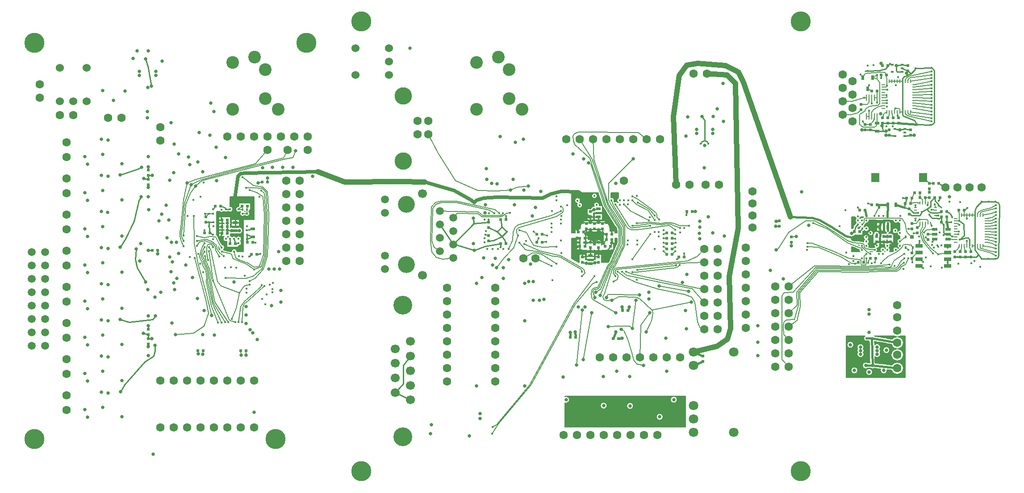
<source format=gbl>
G04 (created by PCBnew (20090110 SVN-R1518)) date Fri 08 Oct 2010 12:31:01 AM EDT*
G01*
G70*
G90*
%MOIN*%
G04 Gerber Fmt 3.4, Leading zero omitted, Abs format*
%FSLAX34Y34*%
G04 APERTURE LIST*
%ADD10R,0.023600X0.019700*%
%ADD11R,0.019700X0.023600*%
%ADD12R,0.035400X0.023600*%
%ADD13C,0.063000*%
%ADD14C,0.140000*%
%ADD15C,0.066900*%
%ADD16C,0.070900*%
%ADD17C,0.129900*%
%ADD18C,0.060000*%
%ADD19R,0.009800X0.047200*%
%ADD20R,0.009800X0.025600*%
%ADD21R,0.025600X0.009800*%
%ADD22C,0.126000*%
%ADD23C,0.059100*%
%ADD24R,0.023600X0.033500*%
%ADD25R,0.042000X0.023600*%
%ADD26R,0.016500X0.023600*%
%ADD27R,0.031500X0.027600*%
%ADD28R,0.009800X0.023600*%
%ADD29R,0.023600X0.009800*%
%ADD30R,0.023600X0.035400*%
%ADD31R,0.059100X0.070900*%
%ADD32C,0.094500*%
%ADD33R,0.055100X0.027600*%
%ADD34R,0.023600X0.015700*%
%ADD35C,0.150000*%
%ADD36C,0.025000*%
%ADD37C,0.016000*%
%ADD38C,0.005000*%
%ADD39C,0.010000*%
%ADD40C,0.015000*%
%ADD41C,0.025000*%
%ADD42C,0.040000*%
%ADD43C,0.008000*%
G04 APERTURE END LIST*
G54D10*
X27900Y13197D03*
X27900Y12803D03*
X28300Y13197D03*
X28300Y12803D03*
X29100Y12803D03*
X29100Y13197D03*
X25900Y14497D03*
X25900Y14103D03*
X23100Y14347D03*
X23100Y13953D03*
X15700Y13903D03*
X15700Y14297D03*
X14800Y15497D03*
X14800Y15103D03*
X23300Y23197D03*
X23300Y22803D03*
X21200Y22303D03*
X21200Y22697D03*
X23000Y22297D03*
X23000Y21903D03*
X24600Y21903D03*
X24600Y22297D03*
G54D11*
X-24903Y16600D03*
X-25297Y16600D03*
X-25803Y13800D03*
X-26197Y13800D03*
X-28597Y05800D03*
X-28203Y05800D03*
X-05603Y13800D03*
X-05997Y13800D03*
G54D10*
X-06900Y15003D03*
X-06900Y15397D03*
G54D11*
X-05997Y15600D03*
X-05603Y15600D03*
X06797Y13800D03*
X06403Y13800D03*
X06403Y13400D03*
X06797Y13400D03*
X07697Y12800D03*
X07303Y12800D03*
X07903Y16200D03*
X08297Y16200D03*
X06403Y14200D03*
X06797Y14200D03*
X06797Y14600D03*
X06403Y14600D03*
X-02903Y13900D03*
X-03297Y13900D03*
X-02903Y14500D03*
X-03297Y14500D03*
G54D10*
X-06900Y14003D03*
X-06900Y14397D03*
X01000Y14903D03*
X01000Y15297D03*
G54D11*
X01903Y14500D03*
X02297Y14500D03*
G54D10*
X01600Y14903D03*
X01600Y15297D03*
G54D11*
X01803Y13600D03*
X02197Y13600D03*
G54D10*
X01300Y12403D03*
X01300Y12797D03*
X00100Y12403D03*
X00100Y12797D03*
G54D11*
X00297Y14200D03*
X-00097Y14200D03*
X00297Y13600D03*
X-00097Y13600D03*
X01903Y14100D03*
X02297Y14100D03*
G54D10*
X01300Y13897D03*
X01300Y13503D03*
X00700Y13897D03*
X00700Y13503D03*
G54D12*
X22100Y22205D03*
X22100Y22795D03*
X00700Y12895D03*
X00700Y12305D03*
G54D13*
X09400Y26500D03*
X08400Y26500D03*
X09300Y18200D03*
X10300Y18200D03*
X-20400Y21800D03*
X-21400Y21800D03*
X-22400Y21800D03*
X-23400Y21800D03*
X-24400Y21800D03*
X-25400Y21800D03*
X-26400Y21800D03*
X14500Y10600D03*
X15500Y10600D03*
X14500Y09600D03*
X15500Y09600D03*
X14500Y08600D03*
X15500Y08600D03*
X14500Y07600D03*
X15500Y07600D03*
X14500Y06600D03*
X15500Y06600D03*
X14500Y05600D03*
X15500Y05600D03*
X14500Y04600D03*
X15500Y04600D03*
X05700Y-00500D03*
X04700Y-00500D03*
X02700Y-00500D03*
X01700Y-00500D03*
X00700Y-00500D03*
X-00300Y-00500D03*
X-01300Y-00500D03*
X03700Y-00500D03*
X-01100Y21600D03*
X-00100Y21600D03*
X01900Y21600D03*
X02900Y21600D03*
X03900Y21600D03*
X04900Y21600D03*
X05900Y21600D03*
X00900Y21600D03*
G54D14*
X-13300Y09219D03*
G54D15*
X-12741Y06493D03*
X-12741Y05402D03*
X-12741Y04312D03*
X-12741Y03221D03*
X-12741Y02130D03*
X-13859Y05947D03*
X-13859Y04857D03*
X-13859Y03766D03*
X-13859Y02676D03*
G54D14*
X-13300Y-00620D03*
G54D16*
X08400Y05700D03*
X08400Y04700D03*
X08400Y01700D03*
X08400Y00700D03*
X08400Y-00300D03*
X11400Y-00300D03*
X11400Y05700D03*
G54D17*
X-13260Y24841D03*
X-13260Y19959D03*
G54D13*
X-12193Y22963D03*
X-11406Y22963D03*
X-11406Y21979D03*
X-12193Y21979D03*
G54D18*
X-14350Y26400D03*
X-14350Y27400D03*
X-14350Y28400D03*
X-16850Y28400D03*
X-16850Y26400D03*
G54D19*
X22092Y23310D03*
X21896Y23310D03*
X21700Y23310D03*
X21504Y23310D03*
X21308Y23310D03*
X21308Y24689D03*
X21504Y24689D03*
X21700Y24689D03*
X21896Y24689D03*
X22092Y24689D03*
G54D20*
X29986Y13648D03*
X29789Y13648D03*
X29592Y13648D03*
X29395Y13648D03*
X29198Y13648D03*
X29002Y13648D03*
X28805Y13648D03*
X28608Y13648D03*
X28411Y13648D03*
X28214Y13648D03*
X28214Y15952D03*
X28411Y15952D03*
X28608Y15952D03*
X28805Y15952D03*
X29002Y15952D03*
X29198Y15952D03*
X29395Y15952D03*
X29592Y15952D03*
X29789Y15952D03*
X29986Y15952D03*
G54D21*
X27948Y13914D03*
X27948Y14111D03*
X27948Y14308D03*
X27948Y14505D03*
X27948Y14702D03*
X27948Y14898D03*
X27948Y15095D03*
X27948Y15292D03*
X27948Y15489D03*
X27948Y15686D03*
X30252Y15686D03*
X30252Y15489D03*
X30252Y15292D03*
X30252Y15095D03*
X30252Y14898D03*
X30252Y14702D03*
X30252Y14505D03*
X30252Y14308D03*
X30252Y14111D03*
X30252Y13914D03*
G54D20*
X24586Y23648D03*
X24389Y23648D03*
X24192Y23648D03*
X23995Y23648D03*
X23798Y23648D03*
X23602Y23648D03*
X23405Y23648D03*
X23208Y23648D03*
X23011Y23648D03*
X22814Y23648D03*
X22814Y25952D03*
X23011Y25952D03*
X23208Y25952D03*
X23405Y25952D03*
X23602Y25952D03*
X23798Y25952D03*
X23995Y25952D03*
X24192Y25952D03*
X24389Y25952D03*
X24586Y25952D03*
G54D21*
X22548Y23914D03*
X22548Y24111D03*
X22548Y24308D03*
X22548Y24505D03*
X22548Y24702D03*
X22548Y24898D03*
X22548Y25095D03*
X22548Y25292D03*
X22548Y25489D03*
X22548Y25686D03*
X24852Y25686D03*
X24852Y25489D03*
X24852Y25292D03*
X24852Y25095D03*
X24852Y24898D03*
X24852Y24702D03*
X24852Y24505D03*
X24852Y24308D03*
X24852Y24111D03*
X24852Y23914D03*
G54D22*
X-13051Y16749D03*
X-13051Y12249D03*
G54D15*
X-11850Y17552D03*
X-11850Y11448D03*
G54D23*
X-14649Y17109D03*
X-14649Y11889D03*
X-14649Y16109D03*
X-14649Y12889D03*
X-10551Y16249D03*
X-09551Y15749D03*
X-10551Y15249D03*
X-09551Y14749D03*
X-10551Y14249D03*
X-09551Y13749D03*
X-10551Y13249D03*
X-09551Y12749D03*
G54D24*
X21400Y25387D03*
X21026Y26213D03*
X21774Y26213D03*
G54D25*
X27412Y14874D03*
X27412Y14500D03*
X27412Y14126D03*
X26388Y14126D03*
X26388Y14500D03*
X26388Y14874D03*
G54D13*
X23600Y08300D03*
X28100Y18000D03*
X23600Y09200D03*
X29000Y18000D03*
X27200Y18000D03*
X29900Y18000D03*
X23600Y06400D03*
X23600Y07300D03*
X12800Y15000D03*
X12800Y15900D03*
X12800Y16800D03*
X12800Y17700D03*
X-38401Y21370D03*
X-38401Y20270D03*
X-38401Y13270D03*
X-38401Y12170D03*
X-38401Y15970D03*
X-38401Y14870D03*
X-38401Y05170D03*
X-38401Y04070D03*
X-38401Y02470D03*
X-38401Y01370D03*
X-38401Y07870D03*
X-38401Y06770D03*
X-38401Y10570D03*
X-38401Y09470D03*
X-38401Y18670D03*
X-38401Y17570D03*
X-24401Y03570D03*
X-27401Y03570D03*
X-28401Y03570D03*
X-29401Y03570D03*
X-30401Y03570D03*
X-10000Y08500D03*
X03200Y18500D03*
X-03400Y12700D03*
X-04300Y12700D03*
G54D11*
X27297Y15400D03*
X26903Y15400D03*
G54D10*
X28700Y13197D03*
X28700Y12803D03*
G54D11*
X28597Y16300D03*
X28203Y16300D03*
X26903Y15800D03*
X27297Y15800D03*
G54D13*
X12300Y07500D03*
X12300Y08500D03*
X12300Y09500D03*
X12300Y10500D03*
X12300Y11500D03*
X12300Y12500D03*
X12300Y13500D03*
G54D26*
X24236Y14304D03*
G54D27*
X24689Y14304D03*
G54D26*
X24748Y13516D03*
X24236Y13516D03*
G54D10*
X24700Y13097D03*
X24700Y12703D03*
G54D13*
X23600Y05500D03*
X23600Y04500D03*
G54D28*
X25700Y15352D03*
X25897Y15352D03*
X26094Y15352D03*
X25503Y15352D03*
X25306Y15352D03*
X26094Y16848D03*
X25897Y16848D03*
X25700Y16848D03*
X25503Y16848D03*
X25306Y16848D03*
G54D29*
X26448Y16100D03*
X26448Y16297D03*
X26448Y16494D03*
X26448Y15903D03*
X26448Y15706D03*
X24952Y16100D03*
X24952Y16297D03*
X24952Y16494D03*
X24952Y15903D03*
X24952Y15706D03*
G54D10*
X26000Y17647D03*
X26000Y17253D03*
G54D11*
X25697Y17250D03*
X25303Y17250D03*
X24903Y17600D03*
X25297Y17600D03*
X24303Y17200D03*
X24697Y17200D03*
X24203Y16800D03*
X24597Y16800D03*
G54D10*
X26000Y17903D03*
X26000Y18297D03*
G54D11*
X26303Y18300D03*
X26697Y18300D03*
X27297Y16200D03*
X26903Y16200D03*
G54D10*
X25100Y14603D03*
X25100Y14997D03*
X24700Y14903D03*
X24700Y15297D03*
X22050Y14347D03*
X22050Y13953D03*
X22600Y14347D03*
X22600Y13953D03*
G54D30*
X22305Y15050D03*
X22895Y15050D03*
X22905Y16700D03*
X23495Y16700D03*
G54D11*
X20803Y16300D03*
X21197Y16300D03*
X21703Y16700D03*
X22097Y16700D03*
G54D10*
X24500Y16397D03*
X24500Y16003D03*
G54D11*
X26797Y17250D03*
X26403Y17250D03*
G54D31*
X25522Y18750D03*
X21979Y18750D03*
G54D11*
X20703Y12400D03*
X21097Y12400D03*
X21997Y12700D03*
X21603Y12700D03*
X20403Y14700D03*
X20797Y14700D03*
G54D10*
X24400Y26703D03*
X24400Y27097D03*
G54D11*
X22503Y27100D03*
X22897Y27100D03*
G54D10*
X21600Y22697D03*
X21600Y22303D03*
X22500Y23197D03*
X22500Y22803D03*
X22900Y23197D03*
X22900Y22803D03*
X23700Y22803D03*
X23700Y23197D03*
G54D11*
X22403Y26400D03*
X22797Y26400D03*
G54D10*
X20900Y24197D03*
X20900Y23803D03*
G54D13*
X-21000Y12500D03*
X-22000Y12500D03*
X-21000Y13500D03*
X-22000Y13500D03*
X-21000Y14500D03*
X-22000Y14500D03*
X-21000Y15500D03*
X-22000Y15500D03*
X-21000Y16500D03*
X-22000Y16500D03*
X-21000Y17500D03*
X-22000Y17500D03*
X-21000Y18500D03*
X-22000Y18500D03*
X-40400Y24700D03*
X-40400Y25700D03*
X-31400Y21500D03*
X-31400Y22500D03*
X-35300Y23200D03*
X-34300Y23200D03*
G54D11*
X-26404Y15570D03*
X-26798Y15570D03*
X-26404Y14570D03*
X-26798Y14570D03*
X-26404Y15070D03*
X-26798Y15070D03*
G54D12*
X-25801Y15365D03*
X-25801Y14775D03*
X-24500Y14895D03*
X-24500Y14305D03*
G54D11*
X-24597Y13000D03*
X-24203Y13000D03*
X-26903Y16600D03*
X-27297Y16600D03*
G54D13*
X-26401Y03570D03*
X-25401Y03570D03*
X-31401Y03570D03*
G54D11*
X-23403Y18400D03*
X-23797Y18400D03*
X-25397Y05800D03*
X-25003Y05800D03*
G54D13*
X-24401Y00070D03*
X-25401Y00070D03*
X-26401Y00070D03*
X-27401Y00070D03*
X-28401Y00070D03*
X-29401Y00070D03*
X-30401Y00070D03*
X-31401Y00070D03*
G54D18*
X-38900Y24450D03*
X-37900Y24450D03*
X-36900Y24450D03*
X-36900Y26950D03*
X-38900Y26950D03*
G54D13*
X01400Y05300D03*
X02400Y05300D03*
X03400Y05300D03*
X04400Y05300D03*
X05400Y05300D03*
X06400Y05300D03*
X07400Y05300D03*
X10200Y07400D03*
X09200Y07400D03*
X10200Y08400D03*
X09200Y08400D03*
X10200Y09400D03*
X09200Y09400D03*
X10200Y10400D03*
X09200Y10400D03*
X10200Y11400D03*
X09200Y11400D03*
X10200Y12400D03*
X09200Y12400D03*
X10200Y13400D03*
X09200Y13400D03*
X07100Y18200D03*
X08100Y18200D03*
G54D10*
X00400Y14903D03*
X00400Y15297D03*
G54D11*
X00197Y14670D03*
X-00197Y14670D03*
G54D10*
X00700Y16197D03*
X00700Y15803D03*
G54D12*
X01300Y15805D03*
X01300Y16395D03*
G54D13*
X-06400Y08500D03*
X-06400Y09500D03*
X-06400Y10500D03*
X-06400Y07500D03*
X-06400Y06500D03*
X-06400Y05500D03*
X-06400Y04500D03*
X-06400Y03500D03*
G54D11*
X03103Y08800D03*
X03497Y08800D03*
X-00797Y06800D03*
X-00403Y06800D03*
X02403Y06700D03*
X02797Y06700D03*
G54D13*
X-10000Y10500D03*
X-10000Y09500D03*
X-10000Y07500D03*
X-10000Y06500D03*
X-10000Y05500D03*
X-10000Y04500D03*
X-10000Y03500D03*
G54D23*
X-41001Y13170D03*
X-40001Y13170D03*
X-41001Y12170D03*
X-40001Y12170D03*
X-41001Y11170D03*
X-40001Y11170D03*
X-41001Y10170D03*
X-40001Y10170D03*
X-41001Y09170D03*
X-40001Y09170D03*
X-41001Y08170D03*
X-40001Y08170D03*
X-41001Y07170D03*
X-40001Y07170D03*
X-41001Y06170D03*
X-40001Y06170D03*
G54D13*
X20275Y22950D03*
X19525Y23450D03*
X20275Y23950D03*
X19525Y24450D03*
X20275Y24950D03*
X19525Y25450D03*
X20275Y25950D03*
X19525Y26450D03*
G54D11*
X21703Y25200D03*
X22097Y25200D03*
X-31997Y13300D03*
X-31603Y13300D03*
G54D32*
X-24359Y27749D03*
X-23572Y26804D03*
X-23572Y24639D03*
X-22607Y23851D03*
X-25993Y23851D03*
X-25993Y27355D03*
X-06159Y27749D03*
X-05372Y26804D03*
X-05372Y24639D03*
X-04407Y23851D03*
X-07793Y23851D03*
X-07793Y27355D03*
G54D33*
X25237Y12150D03*
X25237Y12650D03*
X25237Y13150D03*
X25237Y13650D03*
X27363Y13650D03*
X27363Y13150D03*
X27363Y12650D03*
X27363Y12150D03*
G54D34*
X23974Y27156D03*
X23974Y26900D03*
X23974Y26644D03*
X23226Y26644D03*
X23226Y27156D03*
X24174Y22356D03*
X24174Y22100D03*
X24174Y21844D03*
X23426Y21844D03*
X23426Y22356D03*
G54D11*
X06797Y13000D03*
X06403Y13000D03*
G54D10*
X-32300Y07003D03*
X-32300Y07397D03*
X-32300Y18903D03*
X-32300Y19297D03*
X-32300Y06697D03*
X-32300Y06303D03*
X-32300Y18597D03*
X-32300Y18203D03*
G54D11*
X-24897Y13900D03*
X-24503Y13900D03*
G54D10*
X-28000Y15797D03*
X-28000Y15403D03*
G54D11*
X-28097Y14600D03*
X-27703Y14600D03*
G54D10*
X09100Y05003D03*
X09100Y05397D03*
G54D35*
X-20500Y28800D03*
X-40800Y28800D03*
X-40800Y-00800D03*
X-22800Y-00800D03*
X-16400Y30400D03*
X16400Y30400D03*
X16400Y-03200D03*
X-16400Y-03200D03*
G54D13*
X-20400Y20800D03*
X-23400Y20800D03*
X-21900Y20800D03*
X-37900Y23400D03*
X-38900Y23400D03*
G54D36*
X22095Y05549D03*
X22095Y06072D03*
X-07165Y16094D03*
G54D37*
X23055Y27238D03*
X23450Y14761D03*
X-02201Y15306D03*
G54D36*
X-07550Y00742D03*
G54D37*
X29895Y16942D03*
X30418Y16931D03*
X30941Y16937D03*
X30935Y12684D03*
X30401Y12678D03*
X29884Y12673D03*
X28795Y15675D03*
X28795Y14019D03*
X28107Y12803D03*
X28896Y12803D03*
X27496Y16930D03*
X28301Y16897D03*
X27710Y14355D03*
X27071Y15200D03*
X27047Y14435D03*
X29790Y12056D03*
X28157Y12315D03*
X26934Y12016D03*
X25256Y13993D03*
X24114Y16494D03*
X25998Y15959D03*
X28845Y16464D03*
X22896Y14787D03*
X22886Y15336D03*
X19285Y15115D03*
X19721Y16293D03*
X20652Y16499D03*
X20673Y15535D03*
X20967Y15543D03*
X20669Y15228D03*
X21286Y15551D03*
X21600Y14599D03*
X22229Y15857D03*
X22557Y15870D03*
X23492Y15543D03*
X23810Y15541D03*
X23791Y13977D03*
X23812Y13653D03*
X23488Y13349D03*
X22856Y13639D03*
X22076Y13677D03*
X21290Y13643D03*
X26891Y13663D03*
X24038Y17208D03*
X26683Y17021D03*
X25178Y16099D03*
X24047Y11904D03*
X25717Y12773D03*
X19796Y13155D03*
G54D36*
X21500Y07185D03*
X21507Y08870D03*
X22105Y05796D03*
X20865Y05805D03*
X20851Y06062D03*
X20860Y05544D03*
X20405Y04334D03*
X22593Y04329D03*
X21504Y04213D03*
X20100Y06251D03*
X22791Y05855D03*
X21506Y08529D03*
X15700Y13632D03*
X14557Y15458D03*
X13204Y05445D03*
X13192Y06450D03*
G54D37*
X07054Y13867D03*
X07041Y13229D03*
X07026Y14500D03*
X06155Y13556D03*
X06175Y14193D03*
X07858Y15954D03*
X07705Y13068D03*
X-03521Y14701D03*
X-02610Y13942D03*
X-05896Y15049D03*
X-05541Y14712D03*
X-05913Y14340D03*
X-06256Y14718D03*
G54D36*
X-11221Y-00385D03*
X-11184Y00284D03*
X09210Y19472D03*
X09221Y21146D03*
X09877Y23299D03*
X09838Y22040D03*
X09829Y22330D03*
X08614Y22035D03*
X08614Y22330D03*
X07819Y21839D03*
X10617Y22938D03*
X-07124Y16697D03*
X-07809Y10845D03*
X-07800Y03178D03*
X-04217Y03188D03*
X-04197Y10839D03*
X-36822Y19727D03*
X-35807Y21589D03*
X-35699Y20487D03*
X-34257Y19761D03*
X-34257Y17061D03*
X-35699Y17787D03*
X-35807Y18889D03*
X-36822Y17027D03*
X-34257Y14361D03*
X-35699Y15087D03*
X-35807Y16189D03*
X-36822Y14327D03*
X-34257Y11661D03*
X-35699Y12387D03*
X-35807Y13489D03*
X-36822Y11627D03*
X-34257Y08961D03*
X-35699Y09687D03*
X-35807Y10789D03*
X-36822Y08927D03*
X-34257Y06261D03*
X-35699Y06987D03*
X-35807Y08089D03*
X-36822Y06227D03*
X-34257Y03561D03*
X-35699Y04287D03*
X-35807Y05389D03*
X-36822Y03527D03*
X-34257Y00861D03*
X-35699Y01587D03*
X-35807Y02689D03*
X-36822Y00827D03*
X-32927Y12507D03*
X-32885Y13804D03*
X-32348Y10374D03*
X-30612Y11717D03*
X-30397Y10863D03*
X-31493Y15506D03*
X-32287Y16329D03*
X-31603Y13025D03*
X-30204Y13911D03*
X-30697Y18551D03*
X-30987Y16686D03*
X-24688Y07367D03*
X-25004Y08476D03*
X-24996Y09097D03*
X-24996Y07830D03*
X-24504Y07124D03*
G54D37*
X-24987Y10148D03*
X-23484Y10003D03*
X-23252Y10740D03*
X-22993Y10867D03*
X-25096Y11409D03*
X-28923Y17065D03*
X-29367Y15879D03*
G54D36*
X-23411Y18715D03*
X-26543Y20237D03*
X-29300Y20282D03*
X-28603Y19905D03*
X-30379Y21236D03*
X-27243Y20994D03*
X-27702Y21909D03*
X-27402Y23678D03*
X-30603Y22853D03*
X-32354Y23221D03*
X-32354Y23664D03*
X-32345Y25488D03*
X-31746Y26364D03*
X-31746Y26679D03*
X-32956Y26675D03*
X-32964Y26364D03*
X-32303Y28212D03*
X-33142Y28200D03*
X-31254Y27452D03*
X-33447Y27627D03*
X-34894Y24505D03*
X-35719Y25237D03*
X-34052Y25220D03*
X-03417Y16497D03*
X-02988Y17692D03*
X-04271Y17797D03*
X-03570Y09575D03*
X-05806Y11999D03*
X-05078Y18605D03*
X-07023Y18591D03*
X-06031Y21803D03*
X-12784Y28419D03*
X02605Y07202D03*
X03065Y09071D03*
X00304Y09064D03*
X-00212Y09078D03*
X-01351Y03843D03*
X01651Y03857D03*
X06400Y04263D03*
X-00795Y07187D03*
X06328Y06737D03*
X-04203Y08035D03*
X09814Y14600D03*
X10610Y25776D03*
X10158Y23885D03*
X05053Y09662D03*
X07907Y11506D03*
X00371Y13881D03*
X00991Y13886D03*
X01630Y13886D03*
X01310Y14191D03*
X00681Y14205D03*
X00376Y14525D03*
X01005Y14505D03*
X01635Y14525D03*
X00691Y14835D03*
X01301Y14830D03*
X00961Y16341D03*
X02611Y18300D03*
G54D37*
X-28410Y17303D03*
X-27771Y16049D03*
X-28081Y16044D03*
X-27462Y16049D03*
X-26518Y16364D03*
X-26193Y16369D03*
X-25259Y16054D03*
X-24935Y16049D03*
X-24944Y15110D03*
X-24935Y14465D03*
X-24930Y14147D03*
X-25564Y13846D03*
X-25908Y14166D03*
X-26513Y14161D03*
X-27457Y14151D03*
X-27452Y15091D03*
X-24004Y17290D03*
G54D36*
X-26397Y15328D03*
X-26397Y14810D03*
X-26087Y14776D03*
X-25511Y14786D03*
G54D37*
X-28099Y14794D03*
X-24940Y16351D03*
X-24765Y12832D03*
G54D36*
X-25362Y05461D03*
X-28585Y05568D03*
X-31997Y18904D03*
X-32631Y18671D03*
X-32023Y06700D03*
X-32681Y07107D03*
X-04306Y21604D03*
G54D37*
X-00107Y16678D03*
X01157Y16692D03*
X04170Y17364D03*
X04158Y11105D03*
X-02138Y11074D03*
G54D36*
X-00619Y20503D03*
X16467Y17672D03*
X14122Y11808D03*
X16992Y15163D03*
X22853Y14350D03*
G54D37*
X22050Y14522D03*
G54D36*
X03646Y03885D03*
X00382Y12348D03*
X01044Y12362D03*
X-07063Y19411D03*
X-22402Y10309D03*
X-22405Y09438D03*
X-28143Y08797D03*
X07954Y23281D03*
X-02757Y09633D03*
X-24395Y01200D03*
X-31927Y-01922D03*
X20189Y14558D03*
G54D37*
X-28161Y18359D03*
X25865Y16657D03*
G54D36*
X-22897Y11894D03*
X-23308Y11908D03*
G54D37*
X-23807Y09669D03*
G54D36*
X-08348Y-00550D03*
X-27356Y06964D03*
X-28252Y07019D03*
X-30549Y07877D03*
G54D37*
X28228Y15213D03*
X27686Y15775D03*
G54D36*
X-07266Y12751D03*
X-08044Y13809D03*
G54D37*
X-07212Y15620D03*
X-02178Y16242D03*
X-28200Y11687D03*
G54D36*
X-30895Y14252D03*
G54D37*
X-01842Y17345D03*
G54D36*
X-23105Y09167D03*
X-22272Y19495D03*
X-23773Y19486D03*
G54D37*
X26168Y16325D03*
G54D36*
X-07549Y01089D03*
X-28636Y09715D03*
G54D37*
X27354Y12397D03*
X21292Y13961D03*
X21282Y14297D03*
X21296Y14926D03*
X20981Y14928D03*
X21282Y15864D03*
X21904Y15861D03*
X22870Y15852D03*
X23820Y15864D03*
X23807Y14597D03*
X24442Y13339D03*
X24731Y12408D03*
X22864Y13327D03*
X22533Y13349D03*
X20326Y12510D03*
X23402Y12130D03*
X26094Y12106D03*
X22229Y16500D03*
X24442Y14901D03*
G54D36*
X16055Y14350D03*
X14543Y15103D03*
X15098Y11173D03*
X13198Y07687D03*
G54D37*
X05145Y15766D03*
X07046Y14185D03*
X07033Y13555D03*
X06154Y14509D03*
X06159Y13871D03*
X06151Y13241D03*
X05494Y13393D03*
X-04100Y13994D03*
G54D36*
X03580Y09064D03*
X-31373Y10160D03*
X-28989Y11271D03*
G54D37*
X-28580Y13045D03*
X-28439Y12295D03*
X-23932Y13051D03*
G54D36*
X-24089Y18328D03*
X-29198Y19706D03*
X-30053Y20515D03*
X-28511Y22093D03*
X-27630Y24316D03*
X-27208Y18520D03*
X-03099Y09575D03*
X-05799Y11209D03*
X07792Y08805D03*
X03057Y06725D03*
X-07409Y11270D03*
X-00452Y07214D03*
X02662Y04263D03*
X09498Y15797D03*
X07554Y10919D03*
X05049Y10158D03*
X00047Y13250D03*
X00681Y13245D03*
X01306Y13250D03*
X01935Y13254D03*
X02284Y13874D03*
X-00309Y14207D03*
X-00311Y13565D03*
G54D37*
X07172Y12632D03*
G54D36*
X08520Y16201D03*
G54D37*
X-27776Y15105D03*
X-27462Y14476D03*
X-27781Y15415D03*
X-24954Y14795D03*
X-25564Y14161D03*
X-26198Y14161D03*
X-24320Y13856D03*
X-27450Y15421D03*
X-26827Y16350D03*
X-25571Y16367D03*
X-25256Y16352D03*
X-27464Y16362D03*
G54D36*
X-25903Y10930D03*
X-22565Y13204D03*
X-24159Y06626D03*
X-24989Y05471D03*
X-28225Y05527D03*
X-30555Y13922D03*
X-31295Y16003D03*
X27510Y17296D03*
X-06608Y12205D03*
X-06415Y12699D03*
X-05391Y12619D03*
X-04916Y21387D03*
G54D37*
X-01475Y15866D03*
X-01844Y17039D03*
X-01045Y16668D03*
X-00261Y17021D03*
G54D36*
X00208Y20148D03*
X07879Y07433D03*
X-03756Y12260D03*
X-28229Y19159D03*
X-22499Y11918D03*
X-20032Y18838D03*
X-21517Y19515D03*
X-23027Y19510D03*
G54D37*
X28219Y15491D03*
X28272Y14091D03*
X26591Y13687D03*
X27643Y15399D03*
X29378Y12494D03*
X29128Y12326D03*
X26651Y13580D03*
X26752Y14630D03*
X25715Y14265D03*
X22534Y13028D03*
X22241Y13027D03*
X25234Y14339D03*
X24112Y12382D03*
X23521Y13635D03*
X23467Y15071D03*
X23032Y15527D03*
X21760Y15524D03*
X21673Y14048D03*
X21756Y13682D03*
X22312Y13953D03*
X22318Y14690D03*
X22053Y15056D03*
G54D36*
X-07986Y16884D03*
X-00272Y14870D03*
X00052Y15469D03*
X00681Y15488D03*
X01305Y15483D03*
X01940Y15498D03*
X02269Y14810D03*
G54D37*
X-26991Y14180D03*
X-27128Y14628D03*
X-26973Y16015D03*
X-25732Y16004D03*
X-25280Y15572D03*
X-25256Y14148D03*
X26651Y13010D03*
X21920Y12389D03*
X16868Y13328D03*
G54D36*
X10708Y14368D03*
G54D37*
X26088Y22686D03*
X25077Y22696D03*
X24955Y26914D03*
X26171Y26936D03*
X22822Y24300D03*
X22862Y25299D03*
X21397Y27097D03*
X21820Y27140D03*
G54D36*
X24860Y21912D03*
X22752Y22203D03*
X22458Y22614D03*
X20970Y22315D03*
X24288Y26544D03*
X22399Y27257D03*
G54D37*
X21502Y25628D03*
X21506Y23755D03*
G54D36*
X22374Y23522D03*
G54D37*
X23475Y23903D03*
X23485Y25638D03*
X22403Y26186D03*
X23649Y26232D03*
X22820Y24028D03*
X22818Y25612D03*
X23643Y23380D03*
X23252Y22574D03*
X22789Y22565D03*
X20849Y26438D03*
G54D36*
X23797Y22291D03*
X23527Y27112D03*
G54D37*
X21394Y26703D03*
X21036Y22951D03*
G54D36*
X01680Y01698D03*
X05876Y00860D03*
X-01119Y02137D03*
X03652Y01688D03*
X06917Y02148D03*
X02120Y01693D03*
X06795Y00645D03*
X03178Y01711D03*
G54D37*
X22088Y24349D03*
G54D36*
X22758Y21901D03*
X-37030Y20290D03*
X-37030Y17590D03*
X-37030Y14890D03*
X-37030Y12190D03*
X-37030Y09490D03*
X-37030Y06790D03*
X-37030Y04090D03*
X-37030Y01390D03*
X-32302Y07686D03*
X-32306Y18001D03*
X-30403Y19097D03*
X-35315Y21544D03*
X-35315Y18844D03*
X-35343Y16145D03*
X-35315Y13444D03*
X-35315Y10744D03*
X-35315Y08044D03*
X-35315Y05344D03*
X-35315Y02644D03*
X-32294Y19549D03*
X-32302Y06111D03*
X-30772Y15578D03*
X-34398Y13546D03*
X-32825Y17310D03*
X-34378Y02743D03*
X-31789Y06220D03*
X-31787Y08409D03*
X-34393Y08138D03*
X-34389Y18940D03*
X-32818Y19496D03*
X-27573Y08441D03*
G54D37*
X-28908Y15876D03*
X-24983Y10437D03*
X-23565Y09262D03*
X-23047Y10188D03*
X-25557Y07925D03*
X-23844Y10694D03*
G54D36*
X-30693Y12799D03*
G54D37*
X-25256Y12854D03*
G54D36*
X-32302Y13294D03*
G54D37*
X-26151Y12026D03*
G54D36*
X-30494Y12442D03*
G54D37*
X-26578Y12009D03*
G54D36*
X-30180Y11200D03*
X-29492Y12193D03*
G54D37*
X-25738Y12013D03*
G54D36*
X-30335Y10368D03*
X-32308Y20308D03*
X-32308Y17304D03*
X-32298Y08402D03*
X-31805Y09795D03*
X-32294Y05433D03*
X-32516Y10953D03*
X-33206Y13406D03*
X03838Y07474D03*
X04096Y09566D03*
X02018Y07589D03*
X-03938Y18091D03*
X-05287Y17800D03*
G54D37*
X01001Y11364D03*
X-06609Y00109D03*
X01156Y10948D03*
X-06624Y-00385D03*
X07031Y14827D03*
X02271Y17040D03*
X-07106Y14731D03*
G54D36*
X-03652Y15856D03*
G54D37*
X-01491Y14037D03*
X-06195Y13398D03*
X-02200Y14670D03*
X-06603Y13398D03*
X-02213Y14993D03*
X-07016Y13418D03*
X-04246Y13783D03*
X00063Y11366D03*
X-01491Y15306D03*
X-07215Y13890D03*
X-05800Y13401D03*
X-01483Y13108D03*
X-01491Y15622D03*
X-07206Y14205D03*
X-01500Y16248D03*
X-05405Y13401D03*
X-05601Y15860D03*
G54D36*
X-04985Y16707D03*
G54D37*
X-06902Y15594D03*
X-06001Y13532D03*
X-08002Y15304D03*
G54D36*
X-07965Y13307D03*
X-08028Y15710D03*
G54D37*
X-06868Y16079D03*
X-07124Y14480D03*
X-06113Y16085D03*
X-06484Y16085D03*
X-05299Y16105D03*
X-05827Y16081D03*
X-03175Y14200D03*
X-02553Y14414D03*
X26205Y13689D03*
X26320Y13514D03*
G54D36*
X01091Y10181D03*
X01429Y09938D03*
X04864Y07211D03*
X02312Y09578D03*
X08241Y09433D03*
X03897Y20136D03*
X02593Y08647D03*
X00571Y19842D03*
G54D37*
X21305Y06728D03*
X21707Y06732D03*
G54D36*
X21247Y04694D03*
X21751Y04704D03*
G54D37*
X22098Y26411D03*
X09506Y21266D03*
X08934Y21280D03*
G54D36*
X09027Y23293D03*
G54D37*
X23043Y12241D03*
X24113Y12716D03*
X24431Y12715D03*
X24118Y13034D03*
G54D36*
X01014Y09782D03*
G54D37*
X28182Y14720D03*
X20314Y12869D03*
X24949Y16675D03*
X20663Y15854D03*
X28177Y14510D03*
X20973Y13645D03*
X20969Y12704D03*
X25269Y15613D03*
X25532Y11966D03*
X21287Y12720D03*
X16893Y13843D03*
X19996Y12264D03*
X24949Y15529D03*
X20968Y13330D03*
X20985Y15237D03*
X21442Y12358D03*
X21606Y13031D03*
X26157Y15127D03*
X17325Y15324D03*
X21285Y13029D03*
X21444Y16819D03*
X24824Y14585D03*
X21920Y13330D03*
G54D36*
X14558Y13336D03*
G54D37*
X-02196Y12142D03*
G54D36*
X02996Y07415D03*
X04650Y04720D03*
G54D37*
X-01835Y12310D03*
X-04619Y14799D03*
X-01848Y13568D03*
X-04716Y14401D03*
X-01517Y16563D03*
G54D36*
X-06316Y12018D03*
G54D37*
X-04611Y13884D03*
X00057Y11695D03*
X07384Y14641D03*
X01000Y17377D03*
G54D36*
X00806Y08627D03*
X00151Y05130D03*
X00083Y08849D03*
X-00347Y04752D03*
X04379Y09960D03*
X01888Y09780D03*
G54D37*
X02417Y10979D03*
X05151Y15133D03*
X02571Y16737D03*
X02561Y11358D03*
X02734Y11707D03*
X05797Y14675D03*
X02885Y16721D03*
X05481Y14669D03*
X02883Y17042D03*
X03047Y11720D03*
X05061Y15553D03*
X03199Y16726D03*
X06157Y14820D03*
X03202Y17029D03*
X03361Y11715D03*
X03503Y16723D03*
X05812Y14351D03*
X03513Y17052D03*
X07704Y14961D03*
X05505Y15586D03*
X03837Y17025D03*
X05814Y15603D03*
X03834Y17355D03*
X07085Y12162D03*
X04205Y11838D03*
X04193Y13727D03*
G54D36*
X08847Y14173D03*
G54D37*
X04189Y14046D03*
G54D36*
X08852Y15055D03*
G54D37*
X04179Y15323D03*
X08049Y15132D03*
X05511Y15902D03*
X04214Y16877D03*
X03828Y11685D03*
X07358Y12189D03*
X05152Y14500D03*
X03827Y12623D03*
X03479Y13727D03*
G54D36*
X08844Y14570D03*
G54D37*
X03483Y14043D03*
G54D36*
X08853Y15466D03*
G54D37*
X03829Y15136D03*
X07391Y14970D03*
X21126Y24698D03*
X21704Y24268D03*
X30947Y13425D03*
X30947Y13170D03*
X30947Y12916D03*
X30947Y16676D03*
X30947Y16430D03*
X30947Y16184D03*
X30947Y15930D03*
X30947Y15672D03*
X30947Y15425D03*
X30947Y15175D03*
X30947Y14941D03*
X30947Y14687D03*
X30947Y14425D03*
X30947Y14179D03*
X30947Y13925D03*
X30947Y13679D03*
X22820Y24513D03*
X22808Y24900D03*
X26168Y23430D03*
X26165Y23180D03*
X26168Y22934D03*
X26163Y26668D03*
X26163Y26413D03*
X26156Y26172D03*
X26165Y25931D03*
X26165Y25679D03*
X26165Y25419D03*
X26165Y25178D03*
X26165Y24929D03*
X26165Y24682D03*
X26168Y24430D03*
X26168Y24172D03*
X26168Y23926D03*
X26165Y23679D03*
X26234Y13928D03*
X25609Y14634D03*
X21691Y12352D03*
X-25311Y07939D03*
X-23636Y10631D03*
X-27477Y11033D03*
X-27766Y13226D03*
X-25812Y07928D03*
X-25889Y13210D03*
X-24747Y17794D03*
X-24745Y10734D03*
X-26081Y08177D03*
X-27763Y13531D03*
X-28071Y12873D03*
X-26328Y07923D03*
X-28091Y13213D03*
X-26582Y07923D03*
X-28088Y13523D03*
X-26844Y07919D03*
X-28088Y13852D03*
X-27102Y07919D03*
X-26537Y11231D03*
X-25014Y17956D03*
X-24412Y11856D03*
X-26819Y13209D03*
X-29205Y12803D03*
X-23882Y17772D03*
X-24745Y10997D03*
X-25261Y18785D03*
X-25553Y12864D03*
G54D36*
X-30043Y13061D03*
G54D37*
X-28847Y12750D03*
G54D36*
X-30275Y06992D03*
G54D37*
X22388Y12341D03*
X16883Y13577D03*
X20447Y12304D03*
X26255Y13061D03*
X27361Y13489D03*
X25437Y16160D03*
X26091Y16566D03*
X26699Y16648D03*
X26394Y16746D03*
X26666Y15902D03*
X25532Y12443D03*
X-27838Y12558D03*
X-27464Y13527D03*
X-26993Y12848D03*
X-28670Y13634D03*
X-26674Y12856D03*
X-28687Y13990D03*
X-26831Y13522D03*
X-28680Y14380D03*
G54D36*
X-32056Y25577D03*
X-32518Y27600D03*
G54D37*
X-23047Y10417D03*
G54D36*
X05128Y08626D03*
X08026Y10255D03*
X05822Y10650D03*
G54D37*
X-29676Y14402D03*
G54D36*
X-21318Y20755D03*
X-28774Y18092D03*
G54D37*
X-29679Y14009D03*
G54D36*
X-29102Y18212D03*
G54D37*
X-29682Y13602D03*
G54D36*
X-29418Y18334D03*
X-03562Y10958D03*
X-06270Y18284D03*
X-03896Y10963D03*
X-06682Y18298D03*
G54D38*
X27749Y14324D02*
X27730Y14368D01*
X23643Y23422D02*
X23697Y23188D01*
G54D39*
X29395Y13648D02*
X29399Y13344D01*
X29399Y13344D02*
X29884Y12673D01*
X29884Y12673D02*
X30401Y12678D01*
X30401Y12678D02*
X30935Y12684D01*
X30935Y12684D02*
X31109Y12754D01*
X31109Y12754D02*
X31179Y12911D01*
X31179Y12911D02*
X31214Y16629D01*
X31214Y16629D02*
X31156Y16832D01*
X31156Y16832D02*
X30941Y16937D01*
X30941Y16937D02*
X30418Y16931D01*
X30418Y16931D02*
X29895Y16942D01*
X29895Y16942D02*
X29508Y16527D01*
X29508Y16527D02*
X29399Y16237D01*
X29399Y16237D02*
X29395Y15952D01*
X29396Y16003D02*
X29395Y13648D01*
G54D38*
X28411Y15952D02*
X28608Y15952D01*
X28608Y15952D02*
X28805Y15952D01*
X28805Y15952D02*
X29002Y15952D01*
X29002Y15952D02*
X29198Y15952D01*
X28608Y15952D02*
X28597Y16300D01*
X28805Y15952D02*
X28795Y15675D01*
X28805Y13648D02*
X28795Y14019D01*
X29198Y13648D02*
X29395Y13648D01*
G54D39*
X28700Y12803D02*
X28300Y12803D01*
X28300Y12803D02*
X28107Y12803D01*
X28107Y12803D02*
X27900Y12803D01*
X28896Y12803D02*
X28700Y12803D01*
X29506Y12804D02*
X29657Y12987D01*
G54D38*
X27710Y14355D02*
X27948Y14308D01*
X27412Y14500D02*
X27710Y14355D01*
G54D39*
X26903Y15400D02*
X27071Y15200D01*
X26903Y15400D02*
X26903Y15800D01*
X27071Y15200D02*
X27062Y14624D01*
X27062Y14624D02*
X27125Y14523D01*
X27125Y14523D02*
X27412Y14500D01*
X27125Y14523D02*
X27047Y14435D01*
X25198Y13600D02*
X25256Y13993D01*
G54D38*
X26168Y16325D02*
X26448Y16297D01*
G54D39*
X26903Y15800D02*
X26722Y15684D01*
X26722Y15684D02*
X26448Y15706D01*
X26448Y15706D02*
X26227Y15706D01*
X26227Y15706D02*
X26058Y15831D01*
X26058Y15831D02*
X25998Y15959D01*
X28597Y16300D02*
X28845Y16464D01*
G54D38*
X29198Y15952D02*
X29395Y15952D01*
G54D39*
X24114Y16494D02*
X24203Y16800D01*
X24183Y16732D02*
X24303Y17200D01*
X24303Y17200D02*
X24038Y17208D01*
X24500Y16397D02*
X24114Y16494D01*
X26797Y17250D02*
X26683Y17021D01*
X24952Y16100D02*
X25178Y16099D01*
X24500Y16397D02*
X24719Y16191D01*
X24719Y16191D02*
X24783Y16104D01*
X24783Y16104D02*
X24952Y16100D01*
G54D40*
X22886Y15336D02*
X22895Y15050D01*
X22896Y14787D02*
X22895Y15050D01*
X23495Y16700D02*
X24114Y16494D01*
G54D38*
X24236Y14304D02*
X23791Y13977D01*
G54D39*
X20403Y14700D02*
X20503Y15073D01*
X20503Y15073D02*
X20669Y15228D01*
G54D38*
X15700Y13903D02*
X15700Y13632D01*
X14557Y15458D02*
X14800Y15497D01*
G54D39*
X14800Y15497D02*
X14586Y15463D01*
G54D38*
X-02903Y13900D02*
X-02610Y13942D01*
X-03521Y14701D02*
X-03297Y14500D01*
G54D39*
X-05997Y15600D02*
X-05896Y15049D01*
X-05896Y15049D02*
X-06256Y14718D01*
X-06256Y14718D02*
X-05913Y14340D01*
X-05913Y14340D02*
X-05541Y14712D01*
X-05541Y14712D02*
X-05896Y15049D01*
X-06900Y14003D02*
X-06524Y14040D01*
X-06524Y14040D02*
X-05913Y14340D01*
X-06900Y15003D02*
X-06256Y14718D01*
X-05603Y13800D02*
X-05706Y14069D01*
X-05706Y14069D02*
X-05913Y14340D01*
X-31603Y13300D02*
X-31603Y13025D01*
G54D38*
X-23403Y18400D02*
X-23411Y18715D01*
G54D40*
X02403Y06700D02*
X02605Y07202D01*
X-00797Y06800D02*
X-00795Y07187D01*
X03065Y09071D02*
X03103Y08800D01*
G54D39*
X01903Y14500D02*
X01635Y14525D01*
X01635Y14525D02*
X01600Y14903D01*
X01600Y14903D02*
X01301Y14830D01*
X01301Y14830D02*
X01000Y14903D01*
X01000Y14903D02*
X00691Y14835D01*
X00691Y14835D02*
X00400Y14903D01*
X00400Y14903D02*
X00376Y14525D01*
X00376Y14525D02*
X00297Y14200D01*
X00311Y14259D02*
X00371Y13881D01*
X00371Y13881D02*
X00700Y13897D01*
X00297Y13600D02*
X00371Y13881D01*
X00700Y13897D02*
X00991Y13886D01*
X00991Y13886D02*
X01300Y13897D01*
X01300Y13897D02*
X01630Y13886D01*
X01630Y13886D02*
X01803Y13600D01*
X00197Y14670D02*
X00400Y14903D01*
X00197Y14670D02*
X00376Y14525D01*
X01630Y13886D02*
X01635Y14525D01*
X00681Y14205D02*
X00700Y13897D01*
X00311Y14259D02*
X00681Y14205D01*
X01301Y14830D02*
X01005Y14505D01*
X01005Y14505D02*
X00681Y14205D01*
X00691Y14835D02*
X01005Y14505D01*
X01005Y14505D02*
X01310Y14191D01*
X01310Y14191D02*
X00991Y13886D01*
X01310Y14191D02*
X01630Y13886D01*
X01310Y14191D02*
X01635Y14525D01*
X01635Y14525D02*
X01301Y14830D01*
X01630Y13886D02*
X01903Y14100D01*
X01903Y14100D02*
X01903Y14500D01*
X01044Y12362D02*
X00700Y12305D01*
X01044Y12362D02*
X01200Y12403D01*
X00382Y12348D02*
X00100Y12403D01*
X00076Y12428D02*
X00100Y12403D01*
X00700Y16197D02*
X00961Y16341D01*
X01300Y16395D02*
X00961Y16341D01*
G54D38*
X06403Y13400D02*
X06155Y13556D01*
X06797Y13800D02*
X07054Y13867D01*
X06403Y14200D02*
X06175Y14193D01*
X06797Y14600D02*
X07026Y14500D01*
X07705Y13068D02*
X07697Y12800D01*
X07041Y13229D02*
X06797Y13000D01*
G54D39*
X07858Y15954D02*
X07903Y16200D01*
X-26404Y15570D02*
X-26397Y15328D01*
X-26404Y15070D02*
X-26397Y15328D01*
X-26404Y15070D02*
X-26397Y14810D01*
X-26404Y14570D02*
X-26397Y14810D01*
X-25801Y14775D02*
X-26087Y14776D01*
X-25801Y14775D02*
X-25511Y14786D01*
G54D38*
X-28097Y14600D02*
X-28103Y14798D01*
X-28000Y15797D02*
X-28081Y16044D01*
X-28000Y15797D02*
X-27771Y16049D01*
X-28081Y16044D02*
X-27771Y16049D01*
X-27771Y16049D02*
X-27462Y16049D01*
X-24903Y16600D02*
X-24940Y16351D01*
X-24935Y16049D02*
X-24940Y16351D01*
X-25259Y16054D02*
X-24935Y16049D01*
G54D39*
X-24500Y14305D02*
X-24935Y14465D01*
X-24930Y14147D02*
X-24547Y14322D01*
X-24935Y14465D02*
X-24930Y14147D01*
X-24930Y14147D02*
X-24897Y13900D01*
X-24765Y12832D02*
X-24597Y13000D01*
X-25564Y13846D02*
X-25803Y13800D01*
X-25908Y14166D02*
X-25803Y13800D01*
X-26903Y16600D02*
X-26593Y16518D01*
X-26593Y16518D02*
X-26518Y16364D01*
X-26518Y16364D02*
X-26193Y16369D01*
G54D38*
X-25397Y05800D02*
X-25362Y05461D01*
X-28584Y05790D02*
X-28585Y05568D01*
G54D39*
X-32300Y18597D02*
X-32300Y18903D01*
X-32300Y18903D02*
X-31997Y18904D01*
X-32631Y18671D02*
X-32300Y18597D01*
X-32300Y07003D02*
X-32300Y06697D01*
X-32300Y06697D02*
X-32023Y06700D01*
X-32300Y07003D02*
X-32681Y07107D01*
G54D40*
X08400Y04700D02*
X09100Y05003D01*
G54D38*
X20803Y16300D02*
X20652Y16499D01*
G54D40*
X22600Y14347D02*
X22853Y14350D01*
X23100Y14347D02*
X22853Y14350D01*
X22050Y14347D02*
X22050Y14522D01*
G54D39*
X00382Y12348D02*
X00700Y12305D01*
X20403Y14700D02*
X20189Y14558D01*
G54D38*
X27948Y15292D02*
X28150Y15285D01*
X28150Y15285D02*
X28228Y15213D01*
G54D39*
X26697Y18300D02*
X27200Y18000D01*
X29506Y12804D02*
X29100Y12803D01*
X29155Y12803D02*
X28896Y12803D01*
X-26087Y14776D02*
X-26397Y14810D01*
X00376Y14525D02*
X00681Y14205D01*
X00376Y14525D02*
X00691Y14835D01*
X00681Y14205D02*
X00991Y13886D01*
G54D38*
X25865Y16657D02*
X25897Y16848D01*
G54D39*
X27297Y16200D02*
X27576Y16033D01*
X27576Y16033D02*
X27686Y15775D01*
X27363Y12650D02*
X27354Y12397D01*
X27363Y12150D02*
X27354Y12397D01*
G54D38*
X22097Y16700D02*
X22229Y16500D01*
X22229Y16500D02*
X21904Y15861D01*
G54D40*
X22870Y15852D02*
X22905Y16700D01*
X22905Y16700D02*
X22097Y16700D01*
X22229Y16500D02*
X22236Y16700D01*
G54D38*
X24442Y14901D02*
X24700Y14903D01*
X24700Y12703D02*
X24731Y12408D01*
X24236Y13516D02*
X24442Y13339D01*
G54D39*
X20981Y14928D02*
X20797Y14700D01*
G54D38*
X15700Y14297D02*
X16055Y14350D01*
X14543Y15103D02*
X14800Y15103D01*
G54D39*
X14800Y15103D02*
X14543Y15103D01*
G54D38*
X-23797Y18400D02*
X-24089Y18328D01*
G54D40*
X03057Y06725D02*
X02797Y06700D01*
X-00403Y06800D02*
X-00452Y07214D01*
X03580Y09064D02*
X03497Y08800D01*
G54D38*
X25237Y13150D02*
X25119Y13150D01*
X25119Y13150D02*
X24928Y12959D01*
X24928Y12959D02*
X24700Y12731D01*
X24700Y12731D02*
X24700Y12703D01*
G54D39*
X02297Y14100D02*
X02284Y13874D01*
X02197Y13600D02*
X02284Y13874D01*
X02197Y13600D02*
X01935Y13254D01*
X01935Y13254D02*
X01306Y13250D01*
X01306Y13250D02*
X01300Y13503D01*
X01306Y13250D02*
X00681Y13245D01*
X00681Y13245D02*
X00700Y13503D01*
X00681Y13245D02*
X00047Y13250D01*
X00047Y13250D02*
X-00103Y13412D01*
X-00103Y13412D02*
X-00097Y13600D01*
X-00311Y13565D02*
X-00097Y13600D01*
X-00097Y13600D02*
X-00097Y14200D01*
X-00309Y14207D02*
X-00097Y14200D01*
X00700Y12895D02*
X00681Y13245D01*
X00700Y12895D02*
X01300Y12797D01*
X01300Y12797D02*
X01306Y13250D01*
X00100Y12797D02*
X00700Y12895D01*
X00100Y12797D02*
X00047Y13250D01*
G54D38*
X06403Y14600D02*
X06154Y14509D01*
X06797Y14200D02*
X07046Y14185D01*
X06159Y13871D02*
X06403Y13800D01*
X06797Y13400D02*
X07033Y13555D01*
G54D39*
X07303Y12800D02*
X07172Y12632D01*
G54D38*
X06151Y13241D02*
X06403Y13000D01*
G54D39*
X08297Y16200D02*
X08520Y16201D01*
G54D38*
X-25256Y16352D02*
X-25297Y16600D01*
X-25571Y16367D02*
X-25256Y16352D01*
X-25571Y16367D02*
X-25297Y16600D01*
G54D39*
X-24500Y14895D02*
X-24954Y14795D01*
X-24203Y13000D02*
X-23932Y13051D01*
X-26197Y13800D02*
X-26198Y14161D01*
X-27297Y16600D02*
X-27464Y16362D01*
X-27776Y15105D02*
X-27781Y15415D01*
X-27781Y15415D02*
X-27450Y15421D01*
X-28000Y15403D02*
X-27781Y15415D01*
X-27703Y14600D02*
X-27462Y14476D01*
X-27703Y14600D02*
X-27776Y15105D01*
G54D38*
X-25003Y05800D02*
X-24989Y05471D01*
X-28203Y05800D02*
X-28225Y05527D01*
G54D40*
X21197Y16300D02*
X21282Y15864D01*
G54D38*
X-24503Y13900D02*
X-24320Y13856D01*
X27900Y13197D02*
X28117Y13399D01*
X28117Y13399D02*
X28214Y13648D01*
X28411Y13648D02*
X28412Y13429D01*
X28412Y13429D02*
X28300Y13197D01*
X29002Y13648D02*
X29027Y13438D01*
X29027Y13438D02*
X29090Y13346D01*
X29090Y13346D02*
X29100Y13197D01*
X28214Y15952D02*
X28203Y16300D01*
X27948Y15489D02*
X28219Y15491D01*
X28214Y15952D02*
X28219Y15491D01*
G54D39*
X29002Y13648D02*
X29004Y14090D01*
X29004Y14090D02*
X28907Y14243D01*
X28907Y14243D02*
X28685Y14243D01*
X28272Y14091D02*
X28685Y14243D01*
X28219Y15491D02*
X28557Y15261D01*
X28272Y14091D02*
X28598Y14407D01*
X28557Y15261D02*
X28598Y14407D01*
X27297Y15400D02*
X27297Y15800D01*
X27297Y15400D02*
X27643Y15399D01*
G54D40*
X27297Y15400D02*
X27412Y14874D01*
G54D38*
X25900Y14497D02*
X26388Y14500D01*
X25900Y14103D02*
X25715Y14265D01*
X24112Y12382D02*
X23847Y12217D01*
X23847Y12217D02*
X23728Y12000D01*
X23728Y12000D02*
X23527Y11844D01*
X23527Y11844D02*
X22427Y11834D01*
X22427Y11834D02*
X21244Y11789D01*
X15500Y06600D02*
X15136Y06991D01*
X15136Y06991D02*
X15095Y07576D01*
X15095Y07576D02*
X15117Y07954D01*
X15117Y07954D02*
X15339Y08100D01*
X15339Y08100D02*
X15920Y08148D01*
X15920Y08148D02*
X16245Y09213D01*
X16245Y09213D02*
X16236Y10184D01*
X16236Y10184D02*
X17637Y11812D01*
X17637Y11812D02*
X21244Y11789D01*
G54D40*
X23100Y13953D02*
X22600Y13953D01*
X22600Y13953D02*
X22312Y13953D01*
X22050Y13953D02*
X22312Y13953D01*
X21756Y13682D02*
X22050Y13953D01*
X21673Y14048D02*
X21756Y13682D01*
X22318Y14690D02*
X22305Y15050D01*
X22305Y15050D02*
X22053Y15056D01*
X21760Y15524D02*
X22053Y15056D01*
X23032Y15527D02*
X22896Y15542D01*
X22896Y15542D02*
X22579Y15530D01*
X22579Y15530D02*
X22325Y15311D01*
X22325Y15311D02*
X22305Y15050D01*
X23032Y15527D02*
X23467Y15071D01*
X22318Y14690D02*
X22312Y13953D01*
G54D39*
X01600Y15297D02*
X01305Y15483D01*
X01305Y15483D02*
X01000Y15297D01*
X01000Y15297D02*
X00681Y15488D01*
X00681Y15488D02*
X00400Y15297D01*
X00400Y15297D02*
X00052Y15469D01*
X-00272Y14870D02*
X00052Y15469D01*
X01600Y15297D02*
X01940Y15498D01*
X02269Y14810D02*
X02297Y14500D01*
X-00197Y14670D02*
X-00272Y14870D01*
X01305Y15483D02*
X01300Y15805D01*
X00681Y15488D02*
X00700Y15803D01*
X00700Y15803D02*
X01300Y15805D01*
X02269Y14810D02*
X01940Y15498D01*
X-26973Y16015D02*
X-26798Y15570D01*
X-26798Y15570D02*
X-26798Y15070D01*
X-26798Y15070D02*
X-26798Y14570D01*
X-27128Y14628D02*
X-26798Y14570D01*
X-26991Y14180D02*
X-26798Y14570D01*
X-25256Y14148D02*
X-25280Y15572D01*
X-25280Y15572D02*
X-25732Y16004D01*
X-25801Y15365D02*
X-25390Y15367D01*
X-26973Y16015D02*
X-25732Y16004D01*
G54D41*
X00700Y15803D02*
X00474Y15836D01*
X00474Y15836D02*
X00323Y16063D01*
X00323Y16063D02*
X00254Y16998D01*
X00254Y16998D02*
X00108Y17486D01*
X00108Y17486D02*
X-00188Y17672D01*
X-00188Y17672D02*
X-01495Y17689D01*
X-01495Y17689D02*
X-02262Y17515D01*
X-02262Y17515D02*
X-02872Y17195D01*
X-02872Y17195D02*
X-04498Y17242D01*
X-04498Y17242D02*
X-06311Y17271D01*
X-06311Y17271D02*
X-07263Y17201D01*
X-07263Y17201D02*
X-07804Y17027D01*
X-07804Y17027D02*
X-07986Y16884D01*
X-07986Y16884D02*
X-08187Y17044D01*
X-08187Y17044D02*
X-09465Y17765D01*
X-09465Y17765D02*
X-11668Y18406D01*
G54D42*
X-11668Y18406D02*
X-13547Y18454D01*
X-13547Y18454D02*
X-17643Y18406D01*
G54D41*
X-25861Y17022D02*
X-25878Y16353D01*
X-25878Y16353D02*
X-25732Y16004D01*
G54D40*
X21673Y14048D02*
X21445Y14461D01*
X21445Y14461D02*
X21269Y14551D01*
X21269Y14551D02*
X21129Y14495D01*
X21129Y14495D02*
X20764Y14248D01*
X20764Y14248D02*
X20319Y14237D01*
X20319Y14237D02*
X19764Y14366D01*
X19764Y14366D02*
X18669Y15075D01*
X18669Y15075D02*
X17781Y15579D01*
X17781Y15579D02*
X17243Y15727D01*
X17243Y15727D02*
X15640Y15792D01*
G54D42*
X12134Y25826D02*
X15640Y15792D01*
X12134Y25826D02*
X11749Y26621D01*
X11749Y26621D02*
X10797Y27103D01*
X10797Y27103D02*
X08701Y27283D01*
X08701Y27283D02*
X07882Y27127D01*
X07882Y27127D02*
X07328Y26368D01*
X07328Y26368D02*
X06894Y23320D01*
X06894Y23320D02*
X07100Y18200D01*
G54D40*
X23521Y13635D02*
X23100Y13953D01*
G54D39*
X-26798Y15070D02*
X-27133Y15064D01*
X-26798Y15570D02*
X-27133Y15570D01*
X-25801Y15365D02*
X-25802Y15721D01*
X-25390Y15367D02*
X-25280Y15572D01*
X-25801Y15365D02*
X-26151Y15361D01*
X-26151Y15361D02*
X-26151Y16007D01*
X-25801Y15365D02*
X-25802Y15064D01*
X-26151Y15361D02*
X-26157Y15070D01*
X-26157Y15070D02*
X-25802Y15064D01*
X-25802Y15064D02*
X-25272Y15071D01*
X22600Y13953D02*
X22596Y13591D01*
G54D40*
X23467Y15071D02*
X23206Y14942D01*
X23206Y14942D02*
X23191Y14700D01*
X23191Y14700D02*
X23225Y14603D01*
X23225Y14603D02*
X23375Y14506D01*
X23375Y14506D02*
X23510Y14250D01*
X23510Y14250D02*
X23521Y13635D01*
X22053Y15056D02*
X21681Y14966D01*
X21681Y14966D02*
X21414Y14734D01*
X21414Y14734D02*
X21269Y14551D01*
G54D41*
X-25861Y17022D02*
X-25593Y18838D01*
X-25593Y18838D02*
X-25407Y19041D01*
X-25407Y19041D02*
X-25041Y19070D01*
X-25041Y19070D02*
X-19638Y19180D01*
G54D42*
X-19638Y19180D02*
X-17643Y18406D01*
G54D38*
X25700Y15352D02*
X25706Y15057D01*
X25706Y15057D02*
X25533Y14804D01*
X25533Y14804D02*
X25463Y14720D01*
X25463Y14720D02*
X25446Y14589D01*
X25446Y14589D02*
X25513Y14454D01*
X25513Y14454D02*
X25590Y14102D01*
X25590Y14102D02*
X25721Y13901D01*
X26651Y13010D02*
X26090Y13488D01*
X26651Y13010D02*
X27363Y13150D01*
X21920Y12389D02*
X21997Y12700D01*
X26090Y13488D02*
X25721Y13901D01*
G54D39*
X26088Y22686D02*
X25077Y22696D01*
X25077Y22696D02*
X24886Y23014D01*
X24894Y26756D02*
X24955Y26914D01*
X24955Y26914D02*
X26171Y26936D01*
X26171Y26936D02*
X26327Y26800D01*
X26327Y26800D02*
X26351Y26664D01*
X26351Y26664D02*
X26349Y22849D01*
X26349Y22849D02*
X26225Y22728D01*
X26225Y22728D02*
X26088Y22686D01*
X24886Y23014D02*
X24064Y23348D01*
X24064Y23348D02*
X24001Y23451D01*
X24001Y23451D02*
X23995Y23648D01*
X23995Y23648D02*
X23995Y25952D01*
X23995Y25952D02*
X23996Y26123D01*
X23996Y26123D02*
X24093Y26274D01*
X24093Y26274D02*
X24628Y26506D01*
X24628Y26506D02*
X24894Y26756D01*
G54D38*
X23995Y25952D02*
X23798Y25952D01*
X23798Y25952D02*
X23602Y25952D01*
X23602Y25952D02*
X23405Y25952D01*
X23405Y25952D02*
X23208Y25952D01*
X23208Y25952D02*
X23011Y25952D01*
X22548Y25292D02*
X22862Y25299D01*
G54D39*
X24600Y21903D02*
X24860Y21912D01*
X24174Y21844D02*
X24600Y21903D01*
X22752Y22203D02*
X23000Y22297D01*
X22500Y22803D02*
X22900Y22803D01*
X22846Y22803D02*
X23300Y22803D01*
X23300Y22803D02*
X23700Y22803D01*
X22458Y22614D02*
X22500Y22803D01*
X22752Y22203D02*
X22043Y22216D01*
X22458Y22614D02*
X22519Y22277D01*
X22124Y22227D02*
X21600Y22303D01*
X21679Y22292D02*
X21200Y22303D01*
X21200Y22303D02*
X20970Y22315D01*
X24400Y26703D02*
X24628Y26506D01*
X24400Y26703D02*
X24288Y26544D01*
X22503Y27100D02*
X22399Y27257D01*
G54D38*
X21504Y23310D02*
X21308Y23310D01*
X21504Y23310D02*
X21506Y23755D01*
G54D40*
X23700Y22803D02*
X25077Y22696D01*
G54D39*
X23974Y26900D02*
X24400Y26703D01*
X24400Y26703D02*
X24288Y26544D01*
X24288Y26544D02*
X24324Y26374D01*
G54D38*
X23798Y23648D02*
X23995Y23648D01*
X23405Y23648D02*
X23407Y23831D01*
X23407Y23831D02*
X23475Y23903D01*
X23475Y23903D02*
X23751Y23908D01*
X23751Y23908D02*
X23804Y23849D01*
X23804Y23849D02*
X23798Y23648D01*
X22548Y24308D02*
X22822Y24300D01*
G54D39*
X22403Y26400D02*
X22403Y26186D01*
G54D38*
X21400Y25387D02*
X21502Y25628D01*
X21703Y25200D02*
X21400Y25387D01*
X23643Y23380D02*
X23602Y23648D01*
X22548Y25489D02*
X22761Y25491D01*
X22761Y25491D02*
X22818Y25612D01*
X22818Y25612D02*
X22814Y25952D01*
X22797Y26400D02*
X22814Y25952D01*
X21026Y26213D02*
X20849Y26438D01*
X22797Y26400D02*
X22650Y26589D01*
X22650Y26589D02*
X22408Y26610D01*
X22408Y26610D02*
X21753Y26579D01*
X21753Y26579D02*
X21202Y26492D01*
X21202Y26492D02*
X21026Y26213D01*
G54D39*
X24174Y22356D02*
X24600Y22297D01*
X23797Y22291D02*
X23426Y22356D01*
X24400Y27097D02*
X23974Y27156D01*
X23974Y27156D02*
X23784Y27154D01*
X23784Y27154D02*
X23527Y27112D01*
X23527Y27112D02*
X23521Y26742D01*
X23521Y26742D02*
X23594Y26641D01*
X23594Y26641D02*
X23974Y26644D01*
X23797Y22291D02*
X24174Y22356D01*
G54D38*
X23208Y23648D02*
X23239Y23447D01*
X23239Y23447D02*
X23300Y23197D01*
X21896Y23311D02*
X21869Y23047D01*
X21869Y23047D02*
X21797Y22938D01*
X21797Y22938D02*
X21600Y22697D01*
X21600Y22697D02*
X21200Y22697D01*
X21036Y22951D02*
X21067Y22878D01*
G54D39*
X22897Y27100D02*
X23047Y27224D01*
X22897Y27100D02*
X22765Y26886D01*
X22765Y26886D02*
X22257Y26729D01*
X22257Y26729D02*
X21394Y26703D01*
G54D38*
X21067Y22878D02*
X21200Y22697D01*
G54D39*
X21394Y26703D02*
X21200Y26703D01*
X23047Y27224D02*
X23226Y27156D01*
G54D40*
X06795Y00645D02*
X05971Y00531D01*
X05971Y00531D02*
X04993Y00565D01*
X04993Y00565D02*
X03691Y00943D01*
X03691Y00943D02*
X03203Y01400D01*
X03203Y01400D02*
X03178Y01711D01*
X02120Y01693D02*
X03178Y01711D01*
G54D38*
X21896Y24690D02*
X22092Y24690D01*
X22088Y24349D02*
X22092Y24690D01*
G54D39*
X23426Y21844D02*
X23000Y21903D01*
X23050Y21896D02*
X22758Y21901D01*
G54D38*
X22092Y24689D02*
X22097Y25200D01*
G54D39*
X-32300Y18203D02*
X-32306Y18001D01*
X-32300Y07397D02*
X-32302Y07686D01*
X-32300Y06303D02*
X-32302Y06111D01*
X-32300Y19297D02*
X-32294Y19549D01*
X-34398Y13546D02*
X-34030Y14098D01*
X-34030Y14098D02*
X-33377Y15470D01*
X-33377Y15470D02*
X-33017Y17043D01*
X-33017Y17043D02*
X-32825Y17310D01*
X-34378Y02743D02*
X-34059Y03258D01*
X-34059Y03258D02*
X-32578Y04971D01*
X-32578Y04971D02*
X-31900Y05397D01*
X-31900Y05397D02*
X-31788Y05808D01*
X-31788Y05808D02*
X-31789Y06220D01*
X-31787Y08409D02*
X-31968Y08130D01*
X-31968Y08130D02*
X-33732Y07955D01*
X-33732Y07955D02*
X-34393Y08138D01*
X-34389Y18940D02*
X-33103Y19374D01*
X-33103Y19374D02*
X-32818Y19496D01*
G54D38*
X-27573Y08441D02*
X-27988Y10204D01*
X-27988Y10204D02*
X-28620Y12357D01*
X-28620Y12357D02*
X-28876Y13840D01*
X-28908Y15876D02*
X-28876Y13840D01*
X-25557Y07925D02*
X-25393Y09106D01*
X-25393Y09106D02*
X-25120Y09505D01*
X-25120Y09505D02*
X-24439Y10084D01*
X-24439Y10084D02*
X-23863Y10621D01*
X-23863Y10621D02*
X-23844Y10694D01*
G54D39*
X-32302Y13294D02*
X-31997Y13300D01*
X-32516Y10953D02*
X-33150Y12005D01*
X-33150Y12005D02*
X-33262Y12626D01*
X-33262Y12626D02*
X-33206Y13406D01*
G54D38*
X03838Y07474D02*
X04096Y09566D01*
X02018Y07589D02*
X02896Y07651D01*
X02896Y07651D02*
X03614Y07630D01*
X03614Y07630D02*
X03838Y07474D01*
X-03938Y18091D02*
X-04799Y18014D01*
X-04799Y18014D02*
X-05287Y17800D01*
X-05287Y17800D02*
X-06310Y17728D01*
X-06310Y17728D02*
X-07691Y17771D01*
X-07691Y17771D02*
X-09364Y18517D01*
X-09364Y18517D02*
X-10660Y20573D01*
X-10660Y20573D02*
X-11406Y21979D01*
X01001Y11364D02*
X-00553Y09302D01*
X-00553Y09302D02*
X-03845Y03246D01*
X-03845Y03246D02*
X-06319Y00288D01*
X-06609Y00109D02*
X-06319Y00288D01*
X-06624Y-00385D02*
X-06154Y00327D01*
X-06154Y00327D02*
X-03733Y03223D01*
X-03733Y03223D02*
X-00447Y09275D01*
X-00447Y09275D02*
X00856Y10817D01*
X00856Y10817D02*
X01156Y10948D01*
X02271Y17040D02*
X02440Y16647D01*
X02440Y16647D02*
X03466Y14985D01*
X03466Y14985D02*
X03727Y14855D01*
X03727Y14855D02*
X04154Y14850D01*
X04154Y14850D02*
X05190Y14967D01*
X05190Y14967D02*
X06561Y15158D01*
X06561Y15158D02*
X07031Y14827D01*
X-04246Y13783D02*
X-03097Y13277D01*
X-03097Y13277D02*
X-02012Y12990D01*
X-02012Y12990D02*
X-01539Y12903D01*
X-01539Y12903D02*
X00186Y11901D01*
X00186Y11901D02*
X00295Y11595D01*
X00295Y11595D02*
X00063Y11366D01*
X-05405Y13401D02*
X-05108Y14076D01*
X-05108Y14076D02*
X-05063Y14640D01*
X-05063Y14640D02*
X-04924Y15005D01*
X-04924Y15005D02*
X-04714Y15199D01*
X-04714Y15199D02*
X-02189Y15892D01*
X-02189Y15892D02*
X-01500Y16248D01*
G54D39*
X-05603Y15600D02*
X-05601Y15860D01*
G54D38*
X-06900Y15397D02*
X-06902Y15594D01*
X-05997Y13800D02*
X-06001Y13532D01*
G54D39*
X-10551Y15249D02*
X-09551Y13749D01*
X-09594Y13813D02*
X-07965Y13307D01*
X-09551Y13749D02*
X-08002Y15304D01*
X-07965Y13307D02*
X-07173Y13613D01*
X-07173Y13613D02*
X-05997Y13800D01*
X-05997Y13800D02*
X-05999Y13540D01*
X-08002Y15304D02*
X-08028Y15710D01*
X-08002Y15304D02*
X-06900Y15397D01*
X-06900Y15397D02*
X-06902Y15594D01*
G54D38*
X-07124Y14480D02*
X-06900Y14397D01*
X-09551Y12749D02*
X-10319Y12646D01*
X-10319Y12646D02*
X-10796Y12762D01*
X-10796Y12762D02*
X-11133Y13168D01*
X-11133Y13168D02*
X-11239Y14032D01*
X-11239Y14032D02*
X-11174Y16527D01*
X-11174Y16527D02*
X-10871Y16873D01*
X-10871Y16873D02*
X-10465Y16974D01*
X-10465Y16974D02*
X-09291Y16973D01*
X-09291Y16973D02*
X-06416Y16323D01*
X-06416Y16323D02*
X-06113Y16085D01*
X-10964Y13523D02*
X-10551Y13249D01*
X-11133Y13999D02*
X-11075Y16451D01*
X-11075Y16451D02*
X-10848Y16747D01*
X-10848Y16747D02*
X-10453Y16863D01*
X-10453Y16863D02*
X-09314Y16869D01*
X-09314Y16869D02*
X-06822Y16305D01*
X-06822Y16305D02*
X-06484Y16085D01*
X-10964Y13523D02*
X-11133Y13999D01*
X-06148Y15789D02*
X-05893Y15823D01*
X-05893Y15823D02*
X-05714Y15972D01*
X-05714Y15972D02*
X-05570Y16072D01*
X-05570Y16072D02*
X-05299Y16105D01*
X-07407Y15792D02*
X-06148Y15789D01*
X-07683Y16045D02*
X-07407Y15792D01*
X-07683Y16045D02*
X-09231Y16079D01*
X-09231Y16079D02*
X-09550Y15750D01*
X-07345Y15894D02*
X-06135Y15893D01*
X-06135Y15893D02*
X-05920Y15933D01*
X-05920Y15933D02*
X-05827Y16081D01*
X-07345Y15894D02*
X-07659Y16160D01*
X-09500Y16207D02*
X-10551Y16249D01*
X-07659Y16160D02*
X-09500Y16207D01*
X-03175Y14200D02*
X-03297Y13900D01*
X-02903Y14500D02*
X-02553Y14414D01*
G54D42*
X09400Y26500D02*
X10901Y26404D01*
X10901Y26404D02*
X11515Y25778D01*
X11515Y25778D02*
X11739Y14941D01*
X11739Y14941D02*
X11074Y11385D01*
X11074Y11385D02*
X11161Y07482D01*
X11161Y07482D02*
X10930Y06658D01*
X10930Y06658D02*
X10163Y06138D01*
X10163Y06138D02*
X08400Y05700D01*
G54D40*
X09100Y05397D02*
X08400Y05700D01*
G54D38*
X01091Y10181D02*
X01457Y10395D01*
X01457Y10395D02*
X02152Y12030D01*
X02152Y12030D02*
X02345Y12218D01*
X02345Y12218D02*
X03047Y13774D01*
X03047Y13774D02*
X03046Y14988D01*
X03046Y14988D02*
X01991Y16660D01*
X01991Y16660D02*
X01881Y16979D01*
X01881Y16979D02*
X00821Y20118D01*
X00821Y20118D02*
X-00100Y21600D01*
X01429Y09938D02*
X02231Y11958D01*
X02231Y11958D02*
X02431Y12150D01*
X03154Y13677D02*
X02431Y12150D01*
X03154Y13677D02*
X03160Y15045D01*
X03160Y15045D02*
X02109Y16663D01*
X02109Y16663D02*
X01979Y17009D01*
X01979Y17009D02*
X00961Y20063D01*
X00961Y20063D02*
X00900Y21600D01*
X02312Y09578D02*
X02839Y09838D01*
X02839Y09838D02*
X04094Y09815D01*
X04094Y09815D02*
X04396Y09664D01*
X04396Y09664D02*
X05297Y08851D01*
X05297Y08851D02*
X05372Y08595D01*
X05372Y08595D02*
X05268Y08043D01*
X05268Y08043D02*
X04864Y07211D01*
X08241Y09433D02*
X05297Y08851D01*
X02312Y09578D02*
X01912Y09542D01*
X01912Y09542D02*
X01734Y09598D01*
X01734Y09598D02*
X01650Y09699D01*
X01650Y09699D02*
X01642Y09828D01*
X01642Y09828D02*
X01779Y10095D01*
X01779Y10095D02*
X02343Y11915D01*
X02343Y11915D02*
X02537Y12095D01*
X02537Y12095D02*
X03276Y13665D01*
X03276Y13665D02*
X03263Y15100D01*
X03263Y15100D02*
X02246Y16726D01*
X02246Y16726D02*
X02079Y17083D01*
X02079Y17083D02*
X02078Y18309D01*
X02078Y18309D02*
X02463Y18691D01*
X02463Y18691D02*
X03897Y20136D01*
X02593Y08647D02*
X00873Y09623D01*
X00873Y09623D02*
X00786Y09780D01*
X00786Y09780D02*
X00769Y10111D01*
X00769Y10111D02*
X00821Y10396D01*
X00821Y10396D02*
X01026Y10507D01*
X01026Y10507D02*
X01254Y10548D01*
X01254Y10548D02*
X01999Y12182D01*
X01999Y12182D02*
X02192Y12372D01*
X02192Y12372D02*
X02838Y13836D01*
X02838Y13836D02*
X02825Y14932D01*
X02825Y14932D02*
X01767Y16603D01*
X01767Y16603D02*
X00714Y19731D01*
X00714Y19731D02*
X00571Y19842D01*
G54D40*
X21305Y06728D02*
X21707Y06732D01*
X21707Y06732D02*
X21751Y04704D01*
X21751Y04704D02*
X23600Y04500D01*
X21707Y06732D02*
X23600Y06400D01*
X21751Y04704D02*
X21247Y04694D01*
G54D38*
X22292Y25838D02*
X22300Y25050D01*
X22300Y25050D02*
X22282Y24284D01*
X22282Y24284D02*
X22165Y24155D01*
X22165Y24155D02*
X21574Y24088D01*
X21232Y23878D02*
X21574Y24088D01*
X21210Y23717D02*
X21232Y23878D01*
X21210Y23717D02*
X20808Y23477D01*
X20808Y22713D02*
X20951Y22582D01*
X21047Y22518D02*
X21620Y22497D01*
X21620Y22497D02*
X21890Y22493D01*
X22016Y22565D02*
X22100Y22795D01*
X21890Y22493D02*
X22016Y22565D01*
X20951Y22582D02*
X21047Y22518D01*
X20808Y23477D02*
X20808Y22713D01*
X22092Y23310D02*
X22100Y22795D01*
X22292Y25838D02*
X22092Y26089D01*
X21774Y26213D02*
X22092Y26089D01*
X21774Y26213D02*
X22098Y26411D01*
X22098Y26411D02*
X22092Y26089D01*
G54D39*
X09506Y21266D02*
X09410Y21437D01*
X09410Y21437D02*
X09214Y21511D01*
X09015Y21441D02*
X08934Y21280D01*
X09214Y21511D02*
X09015Y21441D01*
X09214Y21511D02*
X09216Y22999D01*
X09216Y22999D02*
X09027Y23293D01*
G54D38*
X23043Y12241D02*
X22693Y12204D01*
X22693Y12204D02*
X22377Y12183D01*
X21274Y12099D02*
X22377Y12183D01*
X17445Y12127D02*
X21274Y12099D01*
X17445Y12127D02*
X15500Y10600D01*
X24113Y12716D02*
X23852Y12466D01*
X23852Y12466D02*
X23625Y12065D01*
X23625Y12065D02*
X23487Y11960D01*
X23487Y11960D02*
X22414Y11935D01*
X22414Y11935D02*
X21251Y11892D01*
X17600Y11924D02*
X21251Y11892D01*
X17600Y11924D02*
X16104Y10186D01*
X16104Y10186D02*
X16119Y09199D01*
X16119Y09199D02*
X15500Y08600D01*
X24431Y12715D02*
X24237Y12280D01*
X24237Y12280D02*
X24094Y12180D01*
X24094Y12180D02*
X23912Y12093D01*
X23912Y12093D02*
X23833Y11899D01*
X23833Y11899D02*
X23567Y11743D01*
X23567Y11743D02*
X22423Y11730D01*
X22423Y11730D02*
X21169Y11685D01*
X17696Y11711D02*
X21169Y11685D01*
X17696Y11711D02*
X16338Y10147D01*
X16338Y10147D02*
X16366Y09121D01*
X16366Y09121D02*
X16119Y08071D01*
X16119Y08071D02*
X15500Y07600D01*
X24118Y13034D02*
X23355Y12546D01*
X23355Y12546D02*
X23234Y12261D01*
X23160Y12120D02*
X23234Y12261D01*
X23160Y12120D02*
X23056Y12052D01*
X23056Y12052D02*
X22320Y12076D01*
X22320Y12076D02*
X21264Y11995D01*
X15500Y04600D02*
X14995Y05151D01*
X14995Y05151D02*
X14995Y09909D01*
X15177Y10137D02*
X14995Y09909D01*
X15177Y10137D02*
X15824Y10162D01*
X15824Y10162D02*
X17523Y12026D01*
X17523Y12026D02*
X21264Y11995D01*
X01014Y09782D02*
X00883Y10168D01*
X00883Y10168D02*
X00911Y10312D01*
X00911Y10312D02*
X01020Y10389D01*
X01020Y10389D02*
X01141Y10381D01*
X01141Y10381D02*
X01378Y10495D01*
X01378Y10495D02*
X02069Y12093D01*
X02069Y12093D02*
X02275Y12310D01*
X02275Y12310D02*
X02944Y13807D01*
X02944Y13807D02*
X02934Y14948D01*
X02934Y14948D02*
X01870Y16629D01*
X01870Y16629D02*
X01507Y17735D01*
X01507Y17735D02*
X00669Y20173D01*
X00669Y20173D02*
X-00466Y21198D01*
X-00466Y21198D02*
X-00580Y21497D01*
X-00580Y21497D02*
X-00603Y21847D01*
X-00603Y21847D02*
X-00517Y22013D01*
X-00517Y22013D02*
X-00216Y22146D01*
X-00216Y22146D02*
X04272Y22118D01*
X04272Y22118D02*
X04900Y21600D01*
G54D39*
X-13286Y04720D02*
X-12741Y05402D01*
X-13286Y04720D02*
X-13277Y03344D01*
X-13277Y03344D02*
X-13859Y02676D01*
X-13859Y02676D02*
X-12741Y02130D01*
G54D38*
X27948Y14702D02*
X28160Y14705D01*
X28160Y14705D02*
X28182Y14720D01*
X24952Y16494D02*
X24949Y16675D01*
X27948Y14505D02*
X28189Y14510D01*
X25807Y15613D02*
X25892Y15537D01*
X25892Y15537D02*
X25897Y15352D01*
X25807Y15613D02*
X25269Y15613D01*
X25269Y15613D02*
X25139Y15459D01*
X25139Y15459D02*
X25028Y15309D01*
X25028Y15309D02*
X24700Y15297D01*
X25532Y11966D02*
X25198Y12100D01*
X20510Y12646D02*
X20011Y12702D01*
X20011Y12702D02*
X18829Y13248D01*
X18829Y13248D02*
X17217Y13834D01*
X17217Y13834D02*
X16893Y13843D01*
X20510Y12646D02*
X20830Y12600D01*
X20830Y12600D02*
X20894Y12530D01*
X20894Y12530D02*
X20898Y12264D01*
X20928Y12207D02*
X20898Y12264D01*
X20928Y12207D02*
X21241Y12203D01*
X21241Y12203D02*
X21278Y12241D01*
X21278Y12241D02*
X21290Y12406D01*
X21287Y12720D02*
X21290Y12406D01*
X24952Y15706D02*
X24949Y15529D01*
X24689Y14304D02*
X24473Y14512D01*
X24473Y14512D02*
X24291Y14722D01*
X24291Y14722D02*
X24209Y15310D01*
X24209Y15310D02*
X23968Y15677D01*
X23968Y15677D02*
X23720Y15710D01*
X23720Y15710D02*
X23170Y15699D01*
X23170Y15699D02*
X22517Y15693D01*
X22517Y15693D02*
X21716Y15708D01*
X21716Y15708D02*
X21203Y15707D01*
X21203Y15707D02*
X21131Y15634D01*
X21131Y15634D02*
X21124Y15540D01*
X21124Y15540D02*
X21133Y15388D01*
X21133Y15388D02*
X20985Y15237D01*
X21442Y12358D02*
X21448Y12553D01*
X21448Y12553D02*
X21603Y12700D01*
X26157Y15127D02*
X26094Y15352D01*
X21606Y13031D02*
X21365Y13162D01*
X21365Y13162D02*
X21039Y13491D01*
X20861Y13484D02*
X19930Y13839D01*
X19930Y13839D02*
X18380Y14891D01*
X18380Y14891D02*
X17325Y15324D01*
X21039Y13491D02*
X20861Y13484D01*
X21285Y13029D02*
X21130Y12870D01*
X21130Y12870D02*
X21116Y12399D01*
X21703Y16700D02*
X21444Y16819D01*
X24824Y14585D02*
X25100Y14603D01*
X21920Y13330D02*
X21328Y13394D01*
X21328Y13394D02*
X21177Y13505D01*
X21177Y13505D02*
X21141Y13596D01*
X21141Y13596D02*
X21129Y13654D01*
X21129Y13654D02*
X21119Y13731D01*
X21119Y13731D02*
X21033Y13810D01*
X21033Y13810D02*
X20754Y13844D01*
X20754Y13844D02*
X20327Y13874D01*
X20327Y13874D02*
X19937Y14005D01*
X19937Y14005D02*
X18340Y15037D01*
X18340Y15037D02*
X17425Y15508D01*
X17425Y15508D02*
X17294Y15508D01*
X17294Y15508D02*
X16775Y15492D01*
X16775Y15492D02*
X15482Y14631D01*
X15482Y14631D02*
X14733Y13441D01*
X14733Y13441D02*
X14558Y13336D01*
X-03400Y12700D02*
X-02196Y12142D01*
X04650Y04720D02*
X04158Y04793D01*
X04158Y04793D02*
X03920Y05095D01*
X03920Y05095D02*
X03811Y05644D01*
X03811Y05644D02*
X03492Y06624D01*
X03492Y06624D02*
X03194Y07290D01*
X03194Y07290D02*
X02996Y07415D01*
X-04300Y12700D02*
X-03650Y13095D01*
X-03650Y13095D02*
X-03327Y13107D01*
X-03327Y13107D02*
X-02936Y12999D01*
X-02936Y12999D02*
X-01835Y12310D01*
X-04619Y14799D02*
X-04073Y14648D01*
X-04073Y14648D02*
X-03794Y14108D01*
X-03794Y14108D02*
X-03521Y13667D01*
X-03521Y13667D02*
X-02934Y13545D01*
X-02934Y13545D02*
X-01848Y13568D01*
X-04716Y14401D02*
X-04804Y14614D01*
X-04804Y14614D02*
X-04793Y14875D01*
X-04793Y14875D02*
X-04643Y15006D01*
X-04643Y15006D02*
X-01798Y15853D01*
X-01798Y15853D02*
X-01371Y16131D01*
X-01371Y16131D02*
X-01325Y16236D01*
X-01325Y16236D02*
X-01334Y16380D01*
X-01334Y16380D02*
X-01385Y16495D01*
X-01385Y16495D02*
X-01517Y16563D01*
X-04716Y14401D02*
X-05042Y13463D01*
X-05042Y13463D02*
X-05736Y12728D01*
X-05736Y12728D02*
X-06316Y12018D01*
X-04130Y13337D02*
X-04611Y13884D01*
X-04130Y13337D02*
X-03251Y13212D01*
X-03251Y13212D02*
X-02125Y12866D01*
X-02125Y12866D02*
X-01576Y12805D01*
X-01576Y12805D02*
X00021Y11881D01*
X00021Y11881D02*
X00057Y11695D01*
X00151Y05130D02*
X00806Y08627D01*
X00083Y08849D02*
X-00347Y04752D01*
X04379Y09960D02*
X02009Y10007D01*
X01888Y09780D02*
X02009Y10007D01*
X02417Y10979D02*
X02730Y11155D01*
X02730Y11155D02*
X02747Y11428D01*
X02747Y11428D02*
X02561Y11614D01*
X02561Y11614D02*
X02573Y11829D01*
X02573Y11829D02*
X02909Y11908D01*
X02909Y11908D02*
X07373Y12347D01*
X07373Y12347D02*
X09200Y12400D01*
X05151Y15133D02*
X03996Y14993D01*
X03996Y14993D02*
X03759Y14974D01*
X03759Y14974D02*
X03589Y15086D01*
X03589Y15086D02*
X02571Y16737D01*
X02561Y11358D02*
X02433Y11573D01*
X02433Y11573D02*
X02424Y11835D01*
X02424Y11835D02*
X02561Y11978D01*
X02561Y11978D02*
X07923Y12503D01*
X07923Y12503D02*
X08647Y12823D01*
X08647Y12823D02*
X09200Y13400D01*
X02734Y11707D02*
X03314Y11260D01*
X03314Y11260D02*
X04114Y10916D01*
X05748Y10415D02*
X07725Y09995D01*
X08277Y09810D02*
X08505Y09413D01*
X08505Y09413D02*
X08702Y07978D01*
X08702Y07978D02*
X08862Y07542D01*
X08862Y07542D02*
X09200Y07400D01*
X07725Y09995D02*
X08277Y09810D01*
X04114Y10916D02*
X05748Y10415D01*
X03047Y11720D02*
X03392Y11449D01*
X03392Y11449D02*
X06416Y10817D01*
X06416Y10817D02*
X08289Y10439D01*
X08289Y10439D02*
X09200Y09400D01*
X05061Y15553D02*
X03704Y16246D01*
X03704Y16246D02*
X03199Y16726D01*
X03361Y11715D02*
X03805Y11525D01*
X03805Y11525D02*
X06974Y10824D01*
X06974Y10824D02*
X09195Y10372D01*
X03837Y17025D02*
X04135Y16737D01*
X04135Y16737D02*
X05017Y16285D01*
X05017Y16285D02*
X05327Y15818D01*
X05327Y15818D02*
X05505Y15586D01*
X05814Y15603D02*
X05659Y15765D01*
X05659Y15765D02*
X05669Y15932D01*
X05669Y15932D02*
X05595Y16089D01*
X05595Y16089D02*
X05122Y16481D01*
X05122Y16481D02*
X04274Y17092D01*
X04274Y17092D02*
X03834Y17355D01*
X07085Y12162D02*
X04205Y11838D01*
X04091Y15319D02*
X05142Y15403D01*
X05142Y15403D02*
X06004Y15299D01*
X06004Y15299D02*
X06330Y15370D01*
X06330Y15370D02*
X06641Y15374D01*
X06641Y15374D02*
X06975Y15290D01*
X06975Y15290D02*
X07363Y15125D01*
X07363Y15125D02*
X08049Y15132D01*
X04214Y16877D02*
X05081Y16383D01*
X05081Y16383D02*
X05511Y15902D01*
X07358Y12189D02*
X07221Y12060D01*
X07221Y12060D02*
X07108Y11995D01*
X07108Y11995D02*
X04127Y11662D01*
X04127Y11662D02*
X03828Y11685D01*
X03827Y12623D02*
X05152Y14500D01*
X03829Y15136D02*
X04316Y15179D01*
X06024Y15194D02*
X06341Y15268D01*
X06341Y15268D02*
X06629Y15257D01*
X06629Y15257D02*
X07117Y15088D01*
X07117Y15088D02*
X07391Y14970D01*
X05163Y15292D02*
X06024Y15194D01*
X04316Y15179D02*
X05163Y15292D01*
X21700Y23311D02*
X21709Y23630D01*
X21709Y23630D02*
X21853Y23841D01*
X21853Y23841D02*
X22186Y24040D01*
X22186Y24040D02*
X22548Y24111D01*
X21308Y24689D02*
X21126Y24698D01*
X19525Y24450D02*
X20244Y24443D01*
X20244Y24443D02*
X21126Y24698D01*
X21504Y24689D02*
X21496Y24372D01*
X21366Y24216D02*
X21496Y24372D01*
X21366Y24216D02*
X20835Y24194D01*
X21700Y24689D02*
X21704Y24268D01*
X29986Y13648D02*
X30611Y13542D01*
X30611Y13542D02*
X30947Y13425D01*
X29789Y13648D02*
X29812Y13473D01*
X29812Y13473D02*
X29897Y13425D01*
X29897Y13425D02*
X30562Y13243D01*
X30562Y13243D02*
X30947Y13170D01*
X29592Y13648D02*
X29594Y13461D01*
X29594Y13461D02*
X29667Y13384D01*
X29667Y13384D02*
X30607Y13094D01*
X30607Y13094D02*
X30947Y12916D01*
X28608Y13648D02*
X28635Y13429D01*
X28635Y13429D02*
X28700Y13197D01*
X29592Y15952D02*
X29614Y16135D01*
X29614Y16135D02*
X29735Y16216D01*
X29735Y16216D02*
X29913Y16311D01*
X29913Y16311D02*
X30603Y16482D01*
X30603Y16482D02*
X30947Y16676D01*
X29789Y15952D02*
X29824Y16148D01*
X29824Y16148D02*
X29889Y16184D01*
X29889Y16184D02*
X30441Y16297D01*
X30441Y16297D02*
X30947Y16430D01*
X29986Y15952D02*
X30566Y16023D01*
X30566Y16023D02*
X30947Y16184D01*
X27948Y14111D02*
X27412Y14126D01*
X30252Y15686D02*
X30728Y15756D01*
X30728Y15756D02*
X30947Y15930D01*
X30252Y15489D02*
X30599Y15522D01*
X30599Y15522D02*
X30947Y15672D01*
X30252Y15292D02*
X30611Y15308D01*
X30611Y15308D02*
X30947Y15425D01*
X30252Y15095D02*
X30474Y15091D01*
X30474Y15091D02*
X30947Y15175D01*
X30252Y14898D02*
X30720Y14909D01*
X30720Y14909D02*
X30947Y14941D01*
X30252Y14702D02*
X30947Y14687D01*
X30252Y14505D02*
X30615Y14465D01*
X30615Y14465D02*
X30947Y14425D01*
X30252Y14308D02*
X30623Y14280D01*
X30623Y14280D02*
X30947Y14179D01*
X30252Y14111D02*
X30643Y14038D01*
X30643Y14038D02*
X30947Y13925D01*
X30252Y13914D02*
X30623Y13852D01*
X30623Y13852D02*
X30947Y13679D01*
X22548Y24505D02*
X22813Y24508D01*
X22548Y24702D02*
X22768Y24698D01*
X22768Y24698D02*
X22824Y24755D01*
X22824Y24755D02*
X22808Y24900D01*
X24586Y23648D02*
X26168Y23430D01*
X24389Y23648D02*
X24441Y23490D01*
X24441Y23490D02*
X24533Y23427D01*
X24533Y23427D02*
X26165Y23180D01*
X24192Y23648D02*
X24233Y23456D01*
X24233Y23456D02*
X24422Y23340D01*
X24422Y23340D02*
X26168Y22934D01*
X23011Y23648D02*
X22990Y23410D01*
X22990Y23410D02*
X22900Y23197D01*
X22814Y23648D02*
X22610Y23495D01*
X22610Y23495D02*
X22500Y23197D01*
X24192Y25952D02*
X24248Y26162D01*
X24248Y26162D02*
X24475Y26303D01*
X24475Y26303D02*
X26163Y26668D01*
X24389Y25952D02*
X24432Y26119D01*
X24432Y26119D02*
X24557Y26196D01*
X24557Y26196D02*
X26163Y26413D01*
X24586Y25952D02*
X26156Y26172D01*
X24852Y25686D02*
X26165Y25931D01*
X24852Y25489D02*
X26165Y25679D01*
X24852Y25292D02*
X26165Y25419D01*
X24852Y25095D02*
X26165Y25178D01*
X24852Y24898D02*
X26165Y24929D01*
X24852Y24702D02*
X26165Y24682D01*
X24852Y24505D02*
X26168Y24430D01*
X24852Y24308D02*
X26168Y24172D01*
X24852Y24111D02*
X26168Y23926D01*
X24852Y23914D02*
X26165Y23679D01*
X26234Y13928D02*
X26388Y14126D01*
X25609Y14634D02*
X25788Y14826D01*
X25788Y14826D02*
X26388Y14874D01*
X-25311Y07939D02*
X-25228Y09082D01*
X-25228Y09082D02*
X-25128Y09306D01*
X-25128Y09306D02*
X-24797Y09556D01*
X-24797Y09556D02*
X-23636Y10631D01*
X-27766Y13226D02*
X-27477Y11033D01*
X-27477Y11033D02*
X-26273Y08140D01*
X-26273Y08140D02*
X-26169Y08025D01*
X-26169Y08025D02*
X-25812Y07928D01*
X-25889Y13210D02*
X-25768Y12731D01*
X-25768Y12731D02*
X-25572Y12616D01*
X-25572Y12616D02*
X-24849Y12324D01*
X-24849Y12324D02*
X-24418Y12043D01*
X-24418Y12043D02*
X-23991Y12119D01*
X-23991Y12119D02*
X-23719Y12974D01*
X-23719Y12974D02*
X-23641Y16011D01*
X-23641Y16011D02*
X-23750Y17300D01*
X-23750Y17300D02*
X-24171Y17601D01*
X-24171Y17601D02*
X-24747Y17794D01*
X-25520Y10141D02*
X-25493Y10068D01*
X-26081Y08177D02*
X-25731Y08981D01*
X-25348Y10387D02*
X-25146Y10635D01*
X-25146Y10635D02*
X-24937Y10706D01*
X-24937Y10706D02*
X-24745Y10734D01*
X-27763Y13531D02*
X-27630Y13334D01*
X-27630Y13334D02*
X-27125Y10956D01*
X-27125Y10956D02*
X-26863Y10623D01*
X-25450Y10198D02*
X-25348Y10387D01*
X-25538Y10148D02*
X-25450Y10198D01*
X-26863Y10623D02*
X-25538Y10148D01*
X-25450Y10198D02*
X-25493Y10068D01*
X-25493Y10068D02*
X-25731Y08981D01*
X-28071Y12873D02*
X-27971Y12427D01*
X-27340Y09440D02*
X-26328Y07923D01*
X-27696Y11846D02*
X-27971Y12427D01*
X-27696Y11846D02*
X-27619Y11257D01*
X-27643Y11023D02*
X-27340Y09440D01*
X-27619Y11257D02*
X-27643Y11023D01*
X-28091Y13213D02*
X-28224Y12994D01*
X-28224Y12994D02*
X-28248Y12837D01*
X-28248Y12837D02*
X-28117Y12594D01*
X-28117Y12594D02*
X-28082Y12379D01*
X-27431Y09382D02*
X-26582Y07923D01*
X-28082Y12379D02*
X-27803Y11811D01*
X-27747Y10996D02*
X-27431Y09382D01*
X-27721Y11262D02*
X-27747Y10996D01*
X-27803Y11811D02*
X-27721Y11262D01*
X-28088Y13523D02*
X-28265Y13226D01*
X-28265Y13226D02*
X-28330Y12990D01*
X-28330Y12990D02*
X-28352Y12826D01*
X-28352Y12826D02*
X-28314Y12719D01*
X-28314Y12719D02*
X-28218Y12532D01*
X-28218Y12532D02*
X-28183Y12362D01*
X-27516Y09296D02*
X-26844Y07919D01*
X-28183Y12362D02*
X-28152Y12268D01*
X-27857Y10998D02*
X-27516Y09296D01*
X-27826Y11262D02*
X-27857Y10998D01*
X-27915Y11794D02*
X-27826Y11262D01*
X-28152Y12268D02*
X-27915Y11794D01*
X-28088Y13852D02*
X-28244Y13640D01*
X-28244Y13640D02*
X-28361Y13256D01*
X-28361Y13256D02*
X-28435Y12987D01*
X-28435Y12987D02*
X-28460Y12857D01*
X-28460Y12857D02*
X-28436Y12712D01*
X-28436Y12712D02*
X-28305Y12449D01*
X-28305Y12449D02*
X-28270Y12289D01*
X-27592Y09171D02*
X-27102Y07919D01*
X-28270Y12289D02*
X-28226Y12163D01*
X-28226Y12163D02*
X-28020Y11771D01*
X-28020Y11771D02*
X-27934Y11271D01*
X-27974Y10982D02*
X-27592Y09171D01*
X-27934Y11271D02*
X-27974Y10982D01*
X-26537Y11231D02*
X-25004Y11202D01*
X-25004Y11202D02*
X-24459Y11364D01*
X-24459Y11364D02*
X-23792Y11942D01*
X-23792Y11942D02*
X-23519Y12912D01*
X-23519Y12912D02*
X-23431Y15956D01*
X-23431Y15956D02*
X-23517Y17629D01*
X-23517Y17629D02*
X-23818Y17931D01*
X-23818Y17931D02*
X-24476Y17980D01*
X-24476Y17980D02*
X-25014Y17956D01*
X-26106Y13033D02*
X-25961Y12663D01*
X-24968Y12263D02*
X-24412Y11856D01*
X-26819Y13209D02*
X-26106Y13033D01*
X-24412Y11856D02*
X-23864Y12057D01*
X-23864Y12057D02*
X-23619Y12937D01*
X-23619Y12937D02*
X-23533Y15985D01*
X-23533Y15985D02*
X-23626Y17583D01*
X-23626Y17583D02*
X-23882Y17772D01*
X-25961Y12663D02*
X-24968Y12263D01*
X-24745Y10997D02*
X-24321Y11205D01*
X-24321Y11205D02*
X-23696Y11898D01*
X-23696Y11898D02*
X-23410Y12893D01*
X-23410Y12893D02*
X-23316Y15912D01*
X-23316Y15912D02*
X-23417Y17679D01*
X-23417Y17679D02*
X-23778Y18046D01*
X-23778Y18046D02*
X-24432Y18154D01*
X-24432Y18154D02*
X-25261Y18785D01*
X-28006Y09596D02*
X-28847Y12750D01*
X-28006Y09596D02*
X-27790Y08607D01*
X-30275Y06992D02*
X-28932Y07111D01*
X-28121Y07640D02*
X-28932Y07111D01*
X-28121Y07640D02*
X-27790Y08607D01*
X24748Y13516D02*
X24700Y13097D01*
X24748Y13516D02*
X24639Y13692D01*
X24639Y13692D02*
X24244Y13744D01*
X24244Y13744D02*
X24042Y13720D01*
X24042Y13720D02*
X23957Y13550D01*
X23957Y13550D02*
X23772Y13336D01*
X23772Y13336D02*
X23489Y13155D01*
X23489Y13155D02*
X22880Y12839D01*
X22880Y12839D02*
X22513Y12490D01*
X22513Y12490D02*
X22384Y12341D01*
X26255Y13061D02*
X25634Y13837D01*
X25634Y13837D02*
X25494Y14041D01*
X25337Y14541D02*
X25329Y14746D01*
X25329Y14746D02*
X25493Y15071D01*
X25493Y15071D02*
X25503Y15352D01*
X20447Y12304D02*
X20565Y12325D01*
X20158Y12345D02*
X19444Y12807D01*
X19444Y12807D02*
X17711Y13543D01*
X17711Y13543D02*
X16883Y13577D01*
X20565Y12325D02*
X20703Y12400D01*
X20158Y12345D02*
X20447Y12304D01*
X27363Y13650D02*
X27361Y13489D01*
X25494Y14041D02*
X25337Y14541D01*
X25306Y15352D02*
X25299Y15170D01*
X25299Y15170D02*
X25218Y15057D01*
X25218Y15057D02*
X25100Y14997D01*
G54D39*
X24952Y15903D02*
X24710Y15903D01*
X24710Y15903D02*
X24500Y16003D01*
X24952Y15903D02*
X25304Y15900D01*
X25437Y16160D02*
X25304Y15900D01*
X25437Y16160D02*
X25820Y16398D01*
X26091Y16566D02*
X26094Y16848D01*
X26095Y16794D02*
X26091Y16984D01*
X26091Y16984D02*
X26403Y17250D01*
X26403Y17250D02*
X26422Y17007D01*
X26422Y17007D02*
X26618Y16785D01*
X26618Y16785D02*
X26699Y16648D01*
X26699Y16648D02*
X26900Y16503D01*
X26448Y16100D02*
X26904Y16143D01*
X26448Y16100D02*
X26209Y16104D01*
X26209Y16104D02*
X25942Y16209D01*
X26091Y16566D02*
X25820Y16398D01*
X25942Y16209D02*
X25820Y16398D01*
G54D38*
X25700Y16848D02*
X25697Y17250D01*
X25697Y17250D02*
X26000Y17253D01*
X25303Y17250D02*
X25501Y17069D01*
X25501Y17069D02*
X25503Y16848D01*
X25303Y17250D02*
X25297Y17600D01*
X24903Y17600D02*
X24697Y17200D01*
X24697Y17200D02*
X24597Y16800D01*
X24597Y16800D02*
X24929Y16881D01*
X24929Y16881D02*
X25306Y16848D01*
X26394Y16746D02*
X26448Y16494D01*
G54D39*
X26448Y15903D02*
X26666Y15902D01*
G54D38*
X26000Y17647D02*
X26000Y17903D01*
X26000Y18297D02*
X26303Y18300D01*
X26000Y18297D02*
X25522Y18750D01*
X25532Y12443D02*
X25213Y12662D01*
X20900Y23803D02*
X20660Y23581D01*
X20660Y23581D02*
X20167Y23447D01*
X20167Y23447D02*
X19525Y23450D01*
X-27838Y12558D02*
X-27936Y13068D01*
X-27936Y13068D02*
X-27928Y13479D01*
X-27928Y13479D02*
X-27904Y13657D01*
X-27904Y13657D02*
X-27783Y13761D01*
X-27783Y13761D02*
X-27623Y13757D01*
X-27623Y13757D02*
X-27484Y13620D01*
X-27484Y13620D02*
X-27464Y13527D01*
X-26993Y12848D02*
X-27269Y13300D01*
X-27269Y13300D02*
X-27307Y13589D01*
X-27307Y13589D02*
X-27468Y13765D01*
X-27468Y13765D02*
X-27571Y13845D01*
X-27571Y13845D02*
X-27727Y13918D01*
X-27727Y13918D02*
X-28080Y14011D01*
X-28080Y14011D02*
X-28467Y13948D01*
X-28467Y13948D02*
X-28670Y13634D01*
X-26674Y12856D02*
X-27016Y13133D01*
X-27016Y13133D02*
X-27179Y13411D01*
X-27179Y13411D02*
X-27215Y13669D01*
X-27215Y13669D02*
X-27430Y13869D01*
X-27430Y13869D02*
X-27575Y13974D01*
X-27575Y13974D02*
X-27952Y14099D01*
X-27952Y14099D02*
X-28148Y14119D01*
X-28148Y14119D02*
X-28513Y14041D01*
X-28513Y14041D02*
X-28687Y13990D01*
X-27050Y13851D02*
X-26831Y13522D01*
X-27050Y13851D02*
X-27278Y14316D01*
X-27278Y14316D02*
X-27699Y14326D01*
X-27699Y14326D02*
X-28096Y14238D01*
X-28096Y14238D02*
X-28680Y14380D01*
G54D39*
X-32056Y25577D02*
X-32351Y27111D01*
X-32518Y27600D02*
X-32336Y27031D01*
G54D38*
X04400Y05300D02*
X04450Y07692D01*
X04450Y07692D02*
X05128Y08626D01*
X08026Y10255D02*
X05822Y10650D01*
X-25535Y19244D02*
X-22177Y20105D01*
X-22177Y20105D02*
X-21493Y20247D01*
X-21318Y20755D02*
X-21493Y20247D01*
X-25535Y19244D02*
X-28306Y18503D01*
X-28306Y18503D02*
X-28494Y18335D01*
X-28494Y18335D02*
X-28774Y18092D01*
X-29676Y14402D02*
X-29515Y16730D01*
X-29515Y16730D02*
X-29128Y17621D01*
X-29128Y17621D02*
X-28774Y18092D01*
X-29679Y14009D02*
X-29831Y14369D01*
X-29831Y14369D02*
X-29837Y14616D01*
X-29782Y14951D02*
X-29837Y14616D01*
X-21900Y20800D02*
X-22196Y20204D01*
X-22196Y20204D02*
X-25592Y19334D01*
X-25592Y19334D02*
X-28381Y18588D01*
X-28381Y18588D02*
X-29102Y18212D01*
X-29782Y14951D02*
X-29610Y16794D01*
X-29610Y16794D02*
X-29102Y18212D01*
X-29682Y13602D02*
X-29830Y13965D01*
X-29830Y13965D02*
X-29930Y14350D01*
X-29930Y14350D02*
X-29949Y14484D01*
X-29949Y14484D02*
X-29933Y14680D01*
X-29933Y14680D02*
X-29882Y15007D01*
X-23400Y20800D02*
X-24294Y19771D01*
X-24294Y19771D02*
X-25703Y19409D01*
X-25703Y19409D02*
X-28744Y18595D01*
X-28744Y18595D02*
X-29418Y18334D01*
X-29882Y15007D02*
X-29684Y17084D01*
X-29684Y17084D02*
X-29418Y18334D01*
G36*
X-24517Y16545D02*
X-24400Y16761D01*
X-24400Y16545D01*
X-24517Y16545D01*
G37*
G54D43*
X-24517Y16545D02*
X-24400Y16761D01*
X-24400Y16761D02*
X-24400Y16545D01*
X-24400Y16545D02*
X-24517Y16545D01*
G36*
X-24517Y16761D02*
X-24400Y16976D01*
X-24400Y16761D01*
X-24517Y16761D01*
G37*
X-24517Y16761D02*
X-24400Y16976D01*
X-24400Y16976D02*
X-24400Y16761D01*
X-24400Y16761D02*
X-24517Y16761D01*
G36*
X-24517Y16976D02*
X-24400Y17192D01*
X-24400Y16976D01*
X-24517Y16976D01*
G37*
X-24517Y16976D02*
X-24400Y17192D01*
X-24400Y17192D02*
X-24400Y16976D01*
X-24400Y16976D02*
X-24517Y16976D01*
G36*
X-24517Y15682D02*
X-24517Y15600D01*
X-24750Y15682D01*
X-24517Y15682D01*
G37*
X-24517Y15682D02*
X-24517Y15600D01*
X-24517Y15600D02*
X-24750Y15682D01*
X-24750Y15682D02*
X-24517Y15682D01*
G36*
X-24517Y16113D02*
X-24400Y16113D01*
X-24400Y15897D01*
X-24517Y16113D01*
G37*
X-24517Y16113D02*
X-24400Y16113D01*
X-24400Y16113D02*
X-24400Y15897D01*
X-24400Y15897D02*
X-24517Y16113D01*
G36*
X-24750Y15682D02*
X-24750Y15897D01*
X-24517Y15897D01*
X-24750Y15682D01*
G37*
X-24750Y15682D02*
X-24750Y15897D01*
X-24750Y15897D02*
X-24517Y15897D01*
X-24517Y15897D02*
X-24750Y15682D01*
G36*
X-24517Y16329D02*
X-24400Y16329D01*
X-24400Y16113D01*
X-24517Y16329D01*
G37*
X-24517Y16329D02*
X-24400Y16329D01*
X-24400Y16329D02*
X-24400Y16113D01*
X-24400Y16113D02*
X-24517Y16329D01*
G36*
X-24750Y15897D02*
X-24750Y15682D01*
X-24857Y15860D01*
X-24750Y15897D01*
G37*
X-24750Y15897D02*
X-24750Y15682D01*
X-24750Y15682D02*
X-24857Y15860D01*
X-24857Y15860D02*
X-24750Y15897D01*
G36*
X-24517Y16545D02*
X-24400Y16545D01*
X-24400Y16329D01*
X-24517Y16545D01*
G37*
X-24517Y16545D02*
X-24400Y16545D01*
X-24400Y16545D02*
X-24400Y16329D01*
X-24400Y16329D02*
X-24517Y16545D01*
G36*
X-24517Y16761D02*
X-24400Y16761D01*
X-24517Y16545D01*
X-24517Y16761D01*
G37*
X-24517Y16761D02*
X-24400Y16761D01*
X-24400Y16761D02*
X-24517Y16545D01*
X-24517Y16545D02*
X-24517Y16761D01*
G36*
X-24517Y16976D02*
X-24400Y16976D01*
X-24517Y16761D01*
X-24517Y16976D01*
G37*
X-24517Y16976D02*
X-24400Y16976D01*
X-24400Y16976D02*
X-24517Y16761D01*
X-24517Y16761D02*
X-24517Y16976D01*
G36*
X-24517Y17192D02*
X-24400Y17192D01*
X-24517Y16976D01*
X-24517Y17192D01*
G37*
X-24517Y17192D02*
X-24400Y17192D01*
X-24400Y17192D02*
X-24517Y16976D01*
X-24517Y16976D02*
X-24517Y17192D01*
G36*
X-24750Y16976D02*
X-24750Y17192D01*
X-24517Y17192D01*
X-24750Y16976D01*
G37*
X-24750Y16976D02*
X-24750Y17192D01*
X-24750Y17192D02*
X-24517Y17192D01*
X-24517Y17192D02*
X-24750Y16976D01*
G36*
X-24517Y15897D02*
X-24517Y15682D01*
X-24750Y15682D01*
X-24517Y15897D01*
G37*
X-24517Y15897D02*
X-24517Y15682D01*
X-24517Y15682D02*
X-24750Y15682D01*
X-24750Y15682D02*
X-24517Y15897D01*
G36*
X-24750Y15897D02*
X-24746Y15971D01*
X-24517Y15897D01*
X-24750Y15897D01*
G37*
X-24750Y15897D02*
X-24746Y15971D01*
X-24746Y15971D02*
X-24517Y15897D01*
X-24517Y15897D02*
X-24750Y15897D01*
G36*
X-24750Y15682D02*
X-24517Y15600D01*
X-24750Y15600D01*
X-24750Y15682D01*
G37*
X-24750Y15682D02*
X-24517Y15600D01*
X-24517Y15600D02*
X-24750Y15600D01*
X-24750Y15600D02*
X-24750Y15682D01*
G36*
X-24517Y16113D02*
X-24730Y16049D01*
X-24746Y16127D01*
X-24517Y16113D01*
G37*
X-24517Y16113D02*
X-24730Y16049D01*
X-24730Y16049D02*
X-24746Y16127D01*
X-24746Y16127D02*
X-24517Y16113D01*
G36*
X-24736Y16355D02*
X-24679Y16355D01*
X-24735Y16351D01*
X-24736Y16355D01*
G37*
X-24736Y16355D02*
X-24679Y16355D01*
X-24679Y16355D02*
X-24735Y16351D01*
X-24735Y16351D02*
X-24736Y16355D01*
G36*
X-24517Y17192D02*
X-24517Y16976D01*
X-24750Y16976D01*
X-24517Y17192D01*
G37*
X-24517Y17192D02*
X-24517Y16976D01*
X-24517Y16976D02*
X-24750Y16976D01*
X-24750Y16976D02*
X-24517Y17192D01*
G36*
X-24750Y17192D02*
X-24750Y17300D01*
X-24517Y17300D01*
X-24750Y17192D01*
G37*
X-24750Y17192D02*
X-24750Y17300D01*
X-24750Y17300D02*
X-24517Y17300D01*
X-24517Y17300D02*
X-24750Y17192D01*
G36*
X-24750Y16976D02*
X-24750Y16845D01*
X-24983Y16976D01*
X-24750Y16976D01*
G37*
X-24750Y16976D02*
X-24750Y16845D01*
X-24750Y16845D02*
X-24983Y16976D01*
X-24983Y16976D02*
X-24750Y16976D01*
G36*
X-24983Y16976D02*
X-24983Y17192D01*
X-24750Y17192D01*
X-24983Y16976D01*
G37*
X-24983Y16976D02*
X-24983Y17192D01*
X-24983Y17192D02*
X-24750Y17192D01*
X-24750Y17192D02*
X-24983Y16976D01*
G36*
X-25217Y13739D02*
X-25200Y13739D01*
X-25200Y13524D01*
X-25217Y13739D01*
G37*
X-25217Y13739D02*
X-25200Y13739D01*
X-25200Y13739D02*
X-25200Y13524D01*
X-25200Y13524D02*
X-25217Y13739D01*
G36*
X-25217Y14818D02*
X-25278Y14883D01*
X-25200Y14818D01*
X-25217Y14818D01*
G37*
X-25217Y14818D02*
X-25278Y14883D01*
X-25278Y14883D02*
X-25200Y14818D01*
X-25200Y14818D02*
X-25217Y14818D01*
G36*
X-25217Y14603D02*
X-25278Y14689D01*
X-25200Y14603D01*
X-25217Y14603D01*
G37*
X-25217Y14603D02*
X-25278Y14689D01*
X-25278Y14689D02*
X-25200Y14603D01*
X-25200Y14603D02*
X-25217Y14603D01*
G36*
X-25200Y15034D02*
X-25200Y14818D01*
X-25278Y14883D01*
X-25200Y15034D01*
G37*
X-25200Y15034D02*
X-25200Y14818D01*
X-25200Y14818D02*
X-25278Y14883D01*
X-25278Y14883D02*
X-25200Y15034D01*
G36*
X-25217Y15250D02*
X-25200Y15250D01*
X-25217Y15034D01*
X-25217Y15250D01*
G37*
X-25217Y15250D02*
X-25200Y15250D01*
X-25200Y15250D02*
X-25217Y15034D01*
X-25217Y15034D02*
X-25217Y15250D01*
G36*
X-24983Y15682D02*
X-24857Y15860D01*
X-24750Y15682D01*
X-24983Y15682D01*
G37*
X-24983Y15682D02*
X-24857Y15860D01*
X-24857Y15860D02*
X-24750Y15682D01*
X-24750Y15682D02*
X-24983Y15682D01*
G36*
X-25217Y15466D02*
X-25200Y15466D01*
X-25217Y15250D01*
X-25217Y15466D01*
G37*
X-25217Y15466D02*
X-25200Y15466D01*
X-25200Y15466D02*
X-25217Y15250D01*
X-25217Y15250D02*
X-25217Y15466D01*
G36*
X-25217Y15466D02*
X-25450Y15466D01*
X-25200Y15600D01*
X-25217Y15466D01*
G37*
X-25217Y15466D02*
X-25450Y15466D01*
X-25450Y15466D02*
X-25200Y15600D01*
X-25200Y15600D02*
X-25217Y15466D01*
G36*
X-24517Y16545D02*
X-24679Y16465D01*
X-24679Y16545D01*
X-24517Y16545D01*
G37*
X-24517Y16545D02*
X-24679Y16465D01*
X-24679Y16465D02*
X-24679Y16545D01*
X-24679Y16545D02*
X-24517Y16545D01*
G36*
X-24679Y16761D02*
X-24517Y16761D01*
X-24679Y16605D01*
X-24679Y16761D01*
G37*
X-24679Y16761D02*
X-24517Y16761D01*
X-24517Y16761D02*
X-24679Y16605D01*
X-24679Y16605D02*
X-24679Y16761D01*
G36*
X-24750Y17192D02*
X-24750Y16976D01*
X-24983Y16976D01*
X-24750Y17192D01*
G37*
X-24750Y17192D02*
X-24750Y16976D01*
X-24750Y16976D02*
X-24983Y16976D01*
X-24983Y16976D02*
X-24750Y17192D01*
G36*
X-25217Y16976D02*
X-25217Y17192D01*
X-24983Y17192D01*
X-25217Y16976D01*
G37*
X-25217Y16976D02*
X-25217Y17192D01*
X-25217Y17192D02*
X-24983Y17192D01*
X-24983Y17192D02*
X-25217Y16976D01*
G36*
X-25200Y13200D02*
X-25450Y13200D01*
X-25217Y13308D01*
X-25200Y13200D01*
G37*
X-25200Y13200D02*
X-25450Y13200D01*
X-25450Y13200D02*
X-25217Y13308D01*
X-25217Y13308D02*
X-25200Y13200D01*
G36*
X-25450Y13308D02*
X-25450Y13524D01*
X-25217Y13524D01*
X-25450Y13308D01*
G37*
X-25450Y13308D02*
X-25450Y13524D01*
X-25450Y13524D02*
X-25217Y13524D01*
X-25217Y13524D02*
X-25450Y13308D01*
G36*
X-25217Y14603D02*
X-25200Y14603D01*
X-25217Y14387D01*
X-25217Y14603D01*
G37*
X-25217Y14603D02*
X-25200Y14603D01*
X-25200Y14603D02*
X-25217Y14387D01*
X-25217Y14387D02*
X-25217Y14603D01*
G36*
X-25200Y14818D02*
X-25200Y14603D01*
X-25278Y14689D01*
X-25200Y14818D01*
G37*
X-25200Y14818D02*
X-25200Y14603D01*
X-25200Y14603D02*
X-25278Y14689D01*
X-25278Y14689D02*
X-25200Y14818D01*
G36*
X-25217Y15034D02*
X-25200Y15250D01*
X-25200Y15034D01*
X-25217Y15034D01*
G37*
X-25217Y15034D02*
X-25200Y15250D01*
X-25200Y15250D02*
X-25200Y15034D01*
X-25200Y15034D02*
X-25217Y15034D01*
G36*
X-25217Y15250D02*
X-25200Y15466D01*
X-25200Y15250D01*
X-25217Y15250D01*
G37*
X-25217Y15250D02*
X-25200Y15466D01*
X-25200Y15466D02*
X-25200Y15250D01*
X-25200Y15250D02*
X-25217Y15250D01*
G36*
X-25217Y15466D02*
X-25200Y15600D01*
X-25200Y15466D01*
X-25217Y15466D01*
G37*
X-25217Y15466D02*
X-25200Y15600D01*
X-25200Y15600D02*
X-25200Y15466D01*
X-25200Y15466D02*
X-25217Y15466D01*
G36*
X-25217Y15250D02*
X-25414Y15019D01*
X-25450Y15250D01*
X-25217Y15250D01*
G37*
X-25217Y15250D02*
X-25414Y15019D01*
X-25414Y15019D02*
X-25450Y15250D01*
X-25450Y15250D02*
X-25217Y15250D01*
G36*
X-25450Y15250D02*
X-25450Y15466D01*
X-25217Y15466D01*
X-25450Y15250D01*
G37*
X-25450Y15250D02*
X-25450Y15466D01*
X-25450Y15466D02*
X-25217Y15466D01*
X-25217Y15466D02*
X-25450Y15250D01*
G36*
X-25217Y15682D02*
X-25200Y15600D01*
X-25450Y15682D01*
X-25217Y15682D01*
G37*
X-25217Y15682D02*
X-25200Y15600D01*
X-25200Y15600D02*
X-25450Y15682D01*
X-25450Y15682D02*
X-25217Y15682D01*
G36*
X-24983Y17192D02*
X-24983Y16976D01*
X-25217Y16976D01*
X-24983Y17192D01*
G37*
X-24983Y17192D02*
X-24983Y16976D01*
X-24983Y16976D02*
X-25217Y16976D01*
X-25217Y16976D02*
X-24983Y17192D01*
G36*
X-25217Y17192D02*
X-25450Y17192D01*
X-25217Y17300D01*
X-25217Y17192D01*
G37*
X-25217Y17192D02*
X-25450Y17192D01*
X-25450Y17192D02*
X-25217Y17300D01*
X-25217Y17300D02*
X-25217Y17192D01*
G36*
X-25450Y16976D02*
X-25450Y17192D01*
X-25217Y17192D01*
X-25450Y16976D01*
G37*
X-25450Y16976D02*
X-25450Y17192D01*
X-25450Y17192D02*
X-25217Y17192D01*
X-25217Y17192D02*
X-25450Y16976D01*
G36*
X-25217Y13524D02*
X-25217Y13308D01*
X-25450Y13308D01*
X-25217Y13524D01*
G37*
X-25217Y13524D02*
X-25217Y13308D01*
X-25217Y13308D02*
X-25450Y13308D01*
X-25450Y13308D02*
X-25217Y13524D01*
G36*
X-25450Y13524D02*
X-25419Y13701D01*
X-25217Y13524D01*
X-25450Y13524D01*
G37*
X-25450Y13524D02*
X-25419Y13701D01*
X-25419Y13701D02*
X-25217Y13524D01*
X-25217Y13524D02*
X-25450Y13524D01*
G36*
X-25450Y13308D02*
X-25450Y13200D01*
X-25684Y13210D01*
X-25450Y13308D01*
G37*
X-25450Y13308D02*
X-25450Y13200D01*
X-25450Y13200D02*
X-25684Y13210D01*
X-25684Y13210D02*
X-25450Y13308D01*
G36*
X-25683Y13524D02*
X-25579Y13555D01*
X-25683Y13308D01*
X-25683Y13524D01*
G37*
X-25683Y13524D02*
X-25579Y13555D01*
X-25579Y13555D02*
X-25683Y13308D01*
X-25683Y13308D02*
X-25683Y13524D01*
G36*
X-25419Y13991D02*
X-25375Y14083D01*
X-25375Y13924D01*
X-25419Y13991D01*
G37*
X-25419Y13991D02*
X-25375Y14083D01*
X-25375Y14083D02*
X-25375Y13924D01*
X-25375Y13924D02*
X-25419Y13991D01*
G36*
X-25217Y14387D02*
X-25375Y14239D01*
X-25419Y14306D01*
X-25217Y14387D01*
G37*
X-25217Y14387D02*
X-25375Y14239D01*
X-25375Y14239D02*
X-25419Y14306D01*
X-25419Y14306D02*
X-25217Y14387D01*
G36*
X-25450Y14387D02*
X-25493Y14530D01*
X-25414Y14553D01*
X-25450Y14387D01*
G37*
X-25450Y14387D02*
X-25493Y14530D01*
X-25493Y14530D02*
X-25414Y14553D01*
X-25414Y14553D02*
X-25450Y14387D01*
G36*
X-25493Y14530D02*
X-25450Y14387D01*
X-25512Y14530D01*
X-25493Y14530D01*
G37*
X-25493Y14530D02*
X-25450Y14387D01*
X-25450Y14387D02*
X-25512Y14530D01*
X-25512Y14530D02*
X-25493Y14530D01*
G36*
X-25217Y15034D02*
X-25414Y15019D01*
X-25217Y15250D01*
X-25217Y15034D01*
G37*
X-25217Y15034D02*
X-25414Y15019D01*
X-25414Y15019D02*
X-25217Y15250D01*
X-25217Y15250D02*
X-25217Y15034D01*
G36*
X-25217Y15466D02*
X-25217Y15250D01*
X-25450Y15250D01*
X-25217Y15466D01*
G37*
X-25217Y15466D02*
X-25217Y15250D01*
X-25217Y15250D02*
X-25450Y15250D01*
X-25450Y15250D02*
X-25217Y15466D01*
G36*
X-25450Y15466D02*
X-25450Y15682D01*
X-25200Y15600D01*
X-25450Y15466D01*
G37*
X-25450Y15466D02*
X-25450Y15682D01*
X-25450Y15682D02*
X-25200Y15600D01*
X-25200Y15600D02*
X-25450Y15466D01*
G36*
X-25450Y15682D02*
X-25493Y15610D01*
X-25683Y15682D01*
X-25450Y15682D01*
G37*
X-25450Y15682D02*
X-25493Y15610D01*
X-25493Y15610D02*
X-25683Y15682D01*
X-25683Y15682D02*
X-25450Y15682D01*
G36*
X-25683Y15682D02*
X-25683Y15897D01*
X-25450Y15897D01*
X-25683Y15682D01*
G37*
X-25683Y15682D02*
X-25683Y15897D01*
X-25683Y15897D02*
X-25450Y15897D01*
X-25450Y15897D02*
X-25683Y15682D01*
G36*
X-25683Y16113D02*
X-25571Y16162D01*
X-25464Y16054D01*
X-25683Y16113D01*
G37*
X-25683Y16113D02*
X-25571Y16162D01*
X-25571Y16162D02*
X-25464Y16054D01*
X-25464Y16054D02*
X-25683Y16113D01*
G36*
X-25217Y17192D02*
X-25217Y16976D01*
X-25450Y16976D01*
X-25217Y17192D01*
G37*
X-25217Y17192D02*
X-25217Y16976D01*
X-25217Y16976D02*
X-25450Y16976D01*
X-25450Y16976D02*
X-25217Y17192D01*
G36*
X-25450Y17192D02*
X-25450Y17300D01*
X-25217Y17300D01*
X-25450Y17192D01*
G37*
X-25450Y17192D02*
X-25450Y17300D01*
X-25450Y17300D02*
X-25217Y17300D01*
X-25217Y17300D02*
X-25450Y17192D01*
G36*
X-25450Y16976D02*
X-25521Y16845D01*
X-25683Y16976D01*
X-25450Y16976D01*
G37*
X-25450Y16976D02*
X-25521Y16845D01*
X-25521Y16845D02*
X-25683Y16976D01*
X-25683Y16976D02*
X-25450Y16976D01*
G36*
X-25683Y16976D02*
X-25683Y17192D01*
X-25450Y17192D01*
X-25683Y16976D01*
G37*
X-25683Y16976D02*
X-25683Y17192D01*
X-25683Y17192D02*
X-25450Y17192D01*
X-25450Y17192D02*
X-25683Y16976D01*
G36*
X-25684Y13210D02*
X-25450Y13200D01*
X-25684Y13200D01*
X-25684Y13210D01*
G37*
X-25684Y13210D02*
X-25450Y13200D01*
X-25450Y13200D02*
X-25684Y13200D01*
X-25684Y13200D02*
X-25684Y13210D01*
G36*
X-25683Y13308D02*
X-25579Y13555D01*
X-25450Y13308D01*
X-25683Y13308D01*
G37*
X-25683Y13308D02*
X-25579Y13555D01*
X-25579Y13555D02*
X-25450Y13308D01*
X-25450Y13308D02*
X-25683Y13308D01*
G36*
X-25683Y13308D02*
X-25684Y13210D01*
X-25700Y13288D01*
X-25683Y13308D01*
G37*
X-25683Y13308D02*
X-25684Y13210D01*
X-25684Y13210D02*
X-25700Y13288D01*
X-25700Y13288D02*
X-25683Y13308D01*
G36*
X-25450Y15250D02*
X-25414Y15019D01*
X-25493Y15120D01*
X-25450Y15250D01*
G37*
X-25450Y15250D02*
X-25414Y15019D01*
X-25414Y15019D02*
X-25493Y15120D01*
X-25493Y15120D02*
X-25450Y15250D01*
G36*
X-25450Y15250D02*
X-25493Y15220D01*
X-25493Y15466D01*
X-25450Y15250D01*
G37*
X-25450Y15250D02*
X-25493Y15220D01*
X-25493Y15220D02*
X-25493Y15466D01*
X-25493Y15466D02*
X-25450Y15250D01*
G36*
X-25450Y15682D02*
X-25450Y15466D01*
X-25493Y15610D01*
X-25450Y15682D01*
G37*
X-25450Y15682D02*
X-25450Y15466D01*
X-25450Y15466D02*
X-25493Y15610D01*
X-25493Y15610D02*
X-25450Y15682D01*
G36*
X-25450Y15897D02*
X-25450Y15682D01*
X-25683Y15682D01*
X-25450Y15897D01*
G37*
X-25450Y15897D02*
X-25450Y15682D01*
X-25450Y15682D02*
X-25683Y15682D01*
X-25683Y15682D02*
X-25450Y15897D01*
G36*
X-25683Y15682D02*
X-25683Y15610D01*
X-25917Y15610D01*
X-25683Y15682D01*
G37*
X-25683Y15682D02*
X-25683Y15610D01*
X-25683Y15610D02*
X-25917Y15610D01*
X-25917Y15610D02*
X-25683Y15682D01*
G36*
X-25917Y15682D02*
X-25917Y15897D01*
X-25683Y15897D01*
X-25917Y15682D01*
G37*
X-25917Y15682D02*
X-25917Y15897D01*
X-25917Y15897D02*
X-25683Y15897D01*
X-25683Y15897D02*
X-25917Y15682D01*
G36*
X-25917Y15897D02*
X-25917Y16113D01*
X-25683Y16113D01*
X-25917Y15897D01*
G37*
X-25917Y15897D02*
X-25917Y16113D01*
X-25917Y16113D02*
X-25683Y16113D01*
X-25683Y16113D02*
X-25917Y15897D01*
G36*
X-25450Y16976D02*
X-25450Y16845D01*
X-25521Y16845D01*
X-25450Y16976D01*
G37*
X-25450Y16976D02*
X-25450Y16845D01*
X-25450Y16845D02*
X-25521Y16845D01*
X-25521Y16845D02*
X-25450Y16976D01*
G36*
X-25450Y17192D02*
X-25450Y16976D01*
X-25683Y16976D01*
X-25450Y17192D01*
G37*
X-25450Y17192D02*
X-25450Y16976D01*
X-25450Y16976D02*
X-25683Y16976D01*
X-25683Y16976D02*
X-25450Y17192D01*
G36*
X-25917Y16545D02*
X-25917Y16761D01*
X-25683Y16761D01*
X-25917Y16545D01*
G37*
X-25917Y16545D02*
X-25917Y16761D01*
X-25917Y16761D02*
X-25683Y16761D01*
X-25683Y16761D02*
X-25917Y16545D01*
G36*
X-25683Y17192D02*
X-25683Y17300D01*
X-25450Y17192D01*
X-25683Y17192D01*
G37*
X-25683Y17192D02*
X-25683Y17300D01*
X-25683Y17300D02*
X-25450Y17192D01*
X-25450Y17192D02*
X-25683Y17192D01*
G36*
X-25917Y16761D02*
X-25917Y16976D01*
X-25683Y16976D01*
X-25917Y16761D01*
G37*
X-25917Y16761D02*
X-25917Y16976D01*
X-25917Y16976D02*
X-25683Y16976D01*
X-25683Y16976D02*
X-25917Y16761D01*
G36*
X-25917Y16976D02*
X-25917Y17192D01*
X-25683Y17192D01*
X-25917Y16976D01*
G37*
X-25917Y16976D02*
X-25917Y17192D01*
X-25917Y17192D02*
X-25683Y17192D01*
X-25683Y17192D02*
X-25917Y16976D01*
G36*
X-25683Y13308D02*
X-25450Y13308D01*
X-25684Y13210D01*
X-25683Y13308D01*
G37*
X-25683Y13308D02*
X-25450Y13308D01*
X-25450Y13308D02*
X-25684Y13210D01*
X-25684Y13210D02*
X-25683Y13308D01*
G36*
X-26094Y13210D02*
X-26099Y13200D01*
X-26131Y13200D01*
X-26094Y13210D01*
G37*
X-26094Y13210D02*
X-26099Y13200D01*
X-26099Y13200D02*
X-26131Y13200D01*
X-26131Y13200D02*
X-26094Y13210D01*
G36*
X-26150Y13524D02*
X-26180Y13555D01*
X-26145Y13555D01*
X-26150Y13524D01*
G37*
X-26150Y13524D02*
X-26180Y13555D01*
X-26180Y13555D02*
X-26145Y13555D01*
X-26145Y13555D02*
X-26150Y13524D01*
G36*
X-25986Y14355D02*
X-26120Y14350D01*
X-26087Y14523D01*
X-25986Y14355D01*
G37*
X-25986Y14355D02*
X-26120Y14350D01*
X-26120Y14350D02*
X-26087Y14523D01*
X-26087Y14523D02*
X-25986Y14355D01*
G36*
X-25917Y15120D02*
X-25638Y15120D01*
X-25703Y15020D01*
X-25917Y15120D01*
G37*
X-25917Y15120D02*
X-25638Y15120D01*
X-25638Y15120D02*
X-25703Y15020D01*
X-25703Y15020D02*
X-25917Y15120D01*
G36*
X-25683Y15682D02*
X-25493Y15610D01*
X-25683Y15610D01*
X-25683Y15682D01*
G37*
X-25683Y15682D02*
X-25493Y15610D01*
X-25493Y15610D02*
X-25683Y15610D01*
X-25683Y15610D02*
X-25683Y15682D01*
G36*
X-25683Y15897D02*
X-25683Y15682D01*
X-25917Y15682D01*
X-25683Y15897D01*
G37*
X-25683Y15897D02*
X-25683Y15682D01*
X-25683Y15682D02*
X-25917Y15682D01*
X-25917Y15682D02*
X-25683Y15897D01*
G36*
X-26144Y15328D02*
X-26109Y15316D01*
X-26157Y15265D01*
X-26144Y15328D01*
G37*
X-26144Y15328D02*
X-26109Y15316D01*
X-26109Y15316D02*
X-26157Y15265D01*
X-26157Y15265D02*
X-26144Y15328D01*
G36*
X-25683Y16113D02*
X-25683Y15897D01*
X-25917Y15897D01*
X-25683Y16113D01*
G37*
X-25683Y16113D02*
X-25683Y15897D01*
X-25683Y15897D02*
X-25917Y15897D01*
X-25917Y15897D02*
X-25683Y16113D01*
G36*
X-25917Y15897D02*
X-25917Y15682D01*
X-26180Y15815D01*
X-25917Y15897D01*
G37*
X-25917Y15897D02*
X-25917Y15682D01*
X-25917Y15682D02*
X-26180Y15815D01*
X-26180Y15815D02*
X-25917Y15897D01*
G36*
X-26150Y15897D02*
X-26150Y16113D01*
X-25917Y16113D01*
X-26150Y15897D01*
G37*
X-26150Y15897D02*
X-26150Y16113D01*
X-26150Y16113D02*
X-25917Y16113D01*
X-25917Y16113D02*
X-26150Y15897D01*
G36*
X-25683Y16761D02*
X-25683Y16545D01*
X-25917Y16545D01*
X-25683Y16761D01*
G37*
X-25683Y16761D02*
X-25683Y16545D01*
X-25683Y16545D02*
X-25917Y16545D01*
X-25917Y16545D02*
X-25683Y16761D01*
G36*
X-25683Y16976D02*
X-25683Y16761D01*
X-25917Y16761D01*
X-25683Y16976D01*
G37*
X-25683Y16976D02*
X-25683Y16761D01*
X-25683Y16761D02*
X-25917Y16761D01*
X-25917Y16761D02*
X-25683Y16976D01*
G36*
X-25683Y17192D02*
X-25683Y16976D01*
X-25917Y16976D01*
X-25683Y17192D01*
G37*
X-25683Y17192D02*
X-25683Y16976D01*
X-25683Y16976D02*
X-25917Y16976D01*
X-25917Y16976D02*
X-25683Y17192D01*
G36*
X-25917Y16761D02*
X-26115Y16558D01*
X-26150Y16761D01*
X-25917Y16761D01*
G37*
X-25917Y16761D02*
X-26115Y16558D01*
X-26115Y16558D02*
X-26150Y16761D01*
X-26150Y16761D02*
X-25917Y16761D01*
G36*
X-25917Y17192D02*
X-25917Y17300D01*
X-25683Y17192D01*
X-25917Y17192D01*
G37*
X-25917Y17192D02*
X-25917Y17300D01*
X-25917Y17300D02*
X-25683Y17192D01*
X-25683Y17192D02*
X-25917Y17192D01*
G36*
X-26150Y16761D02*
X-26150Y16976D01*
X-25917Y16976D01*
X-26150Y16761D01*
G37*
X-26150Y16761D02*
X-26150Y16976D01*
X-26150Y16976D02*
X-25917Y16976D01*
X-25917Y16976D02*
X-26150Y16761D01*
G36*
X-26150Y16976D02*
X-26150Y17192D01*
X-25917Y17192D01*
X-26150Y16976D01*
G37*
X-26150Y16976D02*
X-26150Y17192D01*
X-26150Y17192D02*
X-25917Y17192D01*
X-25917Y17192D02*
X-26150Y16976D01*
G36*
X-26150Y13200D02*
X-26171Y13200D01*
X-26150Y13308D01*
X-26150Y13200D01*
G37*
X-26150Y13200D02*
X-26171Y13200D01*
X-26171Y13200D02*
X-26150Y13308D01*
X-26150Y13308D02*
X-26150Y13200D01*
G36*
X-26150Y13524D02*
X-26150Y13308D01*
X-26383Y13308D01*
X-26150Y13524D01*
G37*
X-26150Y13524D02*
X-26150Y13308D01*
X-26150Y13308D02*
X-26383Y13308D01*
X-26383Y13308D02*
X-26150Y13524D01*
G36*
X-25986Y14355D02*
X-26055Y14530D01*
X-25990Y14530D01*
X-25986Y14355D01*
G37*
X-25986Y14355D02*
X-26055Y14530D01*
X-26055Y14530D02*
X-25990Y14530D01*
X-25990Y14530D02*
X-25986Y14355D01*
G36*
X-26109Y14528D02*
X-26087Y14523D01*
X-26180Y14421D01*
X-26109Y14528D01*
G37*
X-26109Y14528D02*
X-26087Y14523D01*
X-26087Y14523D02*
X-26180Y14421D01*
X-26180Y14421D02*
X-26109Y14528D01*
G36*
X-26513Y13956D02*
X-26435Y13972D01*
X-26421Y13856D01*
X-26513Y13956D01*
G37*
X-26513Y13956D02*
X-26435Y13972D01*
X-26435Y13972D02*
X-26421Y13856D01*
X-26421Y13856D02*
X-26513Y13956D01*
G36*
X-26180Y14542D02*
X-26109Y14528D01*
X-26180Y14421D01*
X-26180Y14542D01*
G37*
X-26180Y14542D02*
X-26109Y14528D01*
X-26109Y14528D02*
X-26180Y14421D01*
X-26180Y14421D02*
X-26180Y14542D01*
G36*
X-26045Y15020D02*
X-26109Y15120D01*
X-25983Y15020D01*
X-26045Y15020D01*
G37*
X-26045Y15020D02*
X-26109Y15120D01*
X-26109Y15120D02*
X-25983Y15020D01*
X-25983Y15020D02*
X-26045Y15020D01*
G36*
X-26150Y15034D02*
X-26116Y15023D01*
X-26180Y15010D01*
X-26150Y15034D01*
G37*
X-26150Y15034D02*
X-26116Y15023D01*
X-26116Y15023D02*
X-26180Y15010D01*
X-26180Y15010D02*
X-26150Y15034D01*
G36*
X-26150Y15466D02*
X-26180Y15483D01*
X-26109Y15466D01*
X-26150Y15466D01*
G37*
X-26150Y15466D02*
X-26180Y15483D01*
X-26180Y15483D02*
X-26109Y15466D01*
X-26109Y15466D02*
X-26150Y15466D01*
G36*
X-26150Y15682D02*
X-26180Y15815D01*
X-25917Y15682D01*
X-26150Y15682D01*
G37*
X-26150Y15682D02*
X-26180Y15815D01*
X-26180Y15815D02*
X-25917Y15682D01*
X-25917Y15682D02*
X-26150Y15682D01*
G36*
X-25917Y16113D02*
X-25917Y15897D01*
X-26150Y15897D01*
X-25917Y16113D01*
G37*
X-25917Y16113D02*
X-25917Y15897D01*
X-25917Y15897D02*
X-26150Y15897D01*
X-26150Y15897D02*
X-25917Y16113D01*
G36*
X-26150Y16113D02*
X-26193Y16164D01*
X-26115Y16180D01*
X-26150Y16113D01*
G37*
X-26150Y16113D02*
X-26193Y16164D01*
X-26193Y16164D02*
X-26115Y16180D01*
X-26115Y16180D02*
X-26150Y16113D01*
G36*
X-26150Y15897D02*
X-26180Y15815D01*
X-26383Y15897D01*
X-26150Y15897D01*
G37*
X-26150Y15897D02*
X-26180Y15815D01*
X-26180Y15815D02*
X-26383Y15897D01*
X-26383Y15897D02*
X-26150Y15897D01*
G36*
X-25988Y16369D02*
X-26004Y16447D01*
X-25917Y16329D01*
X-25988Y16369D01*
G37*
X-25988Y16369D02*
X-26004Y16447D01*
X-26004Y16447D02*
X-25917Y16329D01*
X-25917Y16329D02*
X-25988Y16369D01*
G36*
X-26383Y15897D02*
X-26383Y16113D01*
X-26150Y16113D01*
X-26383Y15897D01*
G37*
X-26383Y15897D02*
X-26383Y16113D01*
X-26383Y16113D02*
X-26150Y16113D01*
X-26150Y16113D02*
X-26383Y15897D01*
G36*
X-25917Y16761D02*
X-25917Y16545D01*
X-26115Y16558D01*
X-25917Y16761D01*
G37*
X-25917Y16761D02*
X-25917Y16545D01*
X-25917Y16545D02*
X-26115Y16558D01*
X-26115Y16558D02*
X-25917Y16761D01*
G36*
X-25917Y16976D02*
X-25917Y16761D01*
X-26150Y16761D01*
X-25917Y16976D01*
G37*
X-25917Y16976D02*
X-25917Y16761D01*
X-25917Y16761D02*
X-26150Y16761D01*
X-26150Y16761D02*
X-25917Y16976D01*
G36*
X-25917Y17192D02*
X-25917Y16976D01*
X-26150Y16976D01*
X-25917Y17192D01*
G37*
X-25917Y17192D02*
X-25917Y16976D01*
X-25917Y16976D02*
X-26150Y16976D01*
X-26150Y16976D02*
X-25917Y17192D01*
G36*
X-26150Y17192D02*
X-26150Y17300D01*
X-25917Y17192D01*
X-26150Y17192D01*
G37*
X-26150Y17192D02*
X-26150Y17300D01*
X-26150Y17300D02*
X-25917Y17192D01*
X-25917Y17192D02*
X-26150Y17192D01*
G36*
X-26617Y13524D02*
X-26642Y13600D01*
X-26421Y13555D01*
X-26617Y13524D01*
G37*
X-26617Y13524D02*
X-26642Y13600D01*
X-26642Y13600D02*
X-26421Y13555D01*
X-26421Y13555D02*
X-26617Y13524D01*
G36*
X-26421Y13739D02*
X-26617Y13739D01*
X-26421Y13856D01*
X-26421Y13739D01*
G37*
X-26421Y13739D02*
X-26617Y13739D01*
X-26617Y13739D02*
X-26421Y13856D01*
X-26421Y13856D02*
X-26421Y13739D01*
G36*
X-26109Y15466D02*
X-26109Y15350D01*
X-26164Y15425D01*
X-26109Y15466D01*
G37*
X-26109Y15466D02*
X-26109Y15350D01*
X-26109Y15350D02*
X-26164Y15425D01*
X-26164Y15425D02*
X-26109Y15466D01*
G36*
X-26150Y15897D02*
X-25917Y15897D01*
X-26180Y15815D01*
X-26150Y15897D01*
G37*
X-26150Y15897D02*
X-25917Y15897D01*
X-25917Y15897D02*
X-26180Y15815D01*
X-26180Y15815D02*
X-26150Y15897D01*
G36*
X-26150Y16113D02*
X-26150Y15897D01*
X-26383Y15897D01*
X-26150Y16113D01*
G37*
X-26150Y16113D02*
X-26150Y15897D01*
X-26150Y15897D02*
X-26383Y15897D01*
X-26383Y15897D02*
X-26150Y16113D01*
G36*
X-26617Y16113D02*
X-26518Y16159D01*
X-26617Y15897D01*
X-26617Y16113D01*
G37*
X-26617Y16113D02*
X-26518Y16159D01*
X-26518Y16159D02*
X-26617Y15897D01*
X-26617Y15897D02*
X-26617Y16113D01*
G36*
X-26617Y13524D02*
X-26421Y13555D01*
X-26642Y13444D01*
X-26617Y13524D01*
G37*
X-26617Y13524D02*
X-26421Y13555D01*
X-26421Y13555D02*
X-26642Y13444D01*
X-26642Y13444D02*
X-26617Y13524D01*
G36*
X-26343Y14306D02*
X-26372Y14325D01*
X-26314Y14325D01*
X-26343Y14306D01*
G37*
X-26343Y14306D02*
X-26372Y14325D01*
X-26372Y14325D02*
X-26314Y14325D01*
X-26314Y14325D02*
X-26343Y14306D01*
G36*
X-26574Y15815D02*
X-26617Y15897D01*
X-26428Y15815D01*
X-26574Y15815D01*
G37*
X-26574Y15815D02*
X-26617Y15897D01*
X-26617Y15897D02*
X-26428Y15815D01*
X-26428Y15815D02*
X-26574Y15815D01*
G36*
X-26617Y15897D02*
X-26518Y16159D01*
X-26383Y15897D01*
X-26617Y15897D01*
G37*
X-26617Y15897D02*
X-26518Y16159D01*
X-26518Y16159D02*
X-26383Y15897D01*
X-26383Y15897D02*
X-26617Y15897D01*
G36*
X-26850Y15897D02*
X-26749Y16161D01*
X-26617Y15897D01*
X-26850Y15897D01*
G37*
X-26850Y15897D02*
X-26749Y16161D01*
X-26749Y16161D02*
X-26617Y15897D01*
X-26617Y15897D02*
X-26850Y15897D01*
G36*
X-26945Y13969D02*
X-26956Y13993D01*
X-26850Y13955D01*
X-26945Y13969D01*
G37*
X-26945Y13969D02*
X-26956Y13993D01*
X-26956Y13993D02*
X-26850Y13955D01*
X-26850Y13955D02*
X-26945Y13969D01*
G36*
X-26850Y14818D02*
X-26850Y14825D01*
X-26770Y14815D01*
X-26850Y14818D01*
G37*
X-26850Y14818D02*
X-26850Y14825D01*
X-26850Y14825D02*
X-26770Y14815D01*
X-26770Y14815D02*
X-26850Y14818D01*
G36*
X-26850Y14171D02*
X-27044Y14171D01*
X-26883Y14325D01*
X-26850Y14171D01*
G37*
X-26850Y14171D02*
X-27044Y14171D01*
X-27044Y14171D02*
X-26883Y14325D01*
X-26883Y14325D02*
X-26850Y14171D01*
G36*
X-27083Y14603D02*
X-27022Y14603D01*
X-27022Y14387D01*
X-27083Y14603D01*
G37*
X-27083Y14603D02*
X-27022Y14603D01*
X-27022Y14603D02*
X-27022Y14387D01*
X-27022Y14387D02*
X-27083Y14603D01*
G36*
X-27083Y14603D02*
X-27083Y14818D01*
X-27022Y14815D01*
X-27083Y14603D01*
G37*
X-27083Y14603D02*
X-27083Y14818D01*
X-27083Y14818D02*
X-27022Y14815D01*
X-27022Y14815D02*
X-27083Y14603D01*
G36*
X-26383Y15897D02*
X-26428Y15815D01*
X-26617Y15897D01*
X-26383Y15897D01*
G37*
X-26383Y15897D02*
X-26428Y15815D01*
X-26428Y15815D02*
X-26617Y15897D01*
X-26617Y15897D02*
X-26383Y15897D01*
G36*
X-26617Y15897D02*
X-26628Y15815D01*
X-26850Y15897D01*
X-26617Y15897D01*
G37*
X-26617Y15897D02*
X-26628Y15815D01*
X-26628Y15815D02*
X-26850Y15897D01*
X-26850Y15897D02*
X-26617Y15897D01*
G36*
X-27022Y15325D02*
X-27022Y15315D01*
X-27083Y15250D01*
X-27022Y15325D01*
G37*
X-27022Y15325D02*
X-27022Y15315D01*
X-27022Y15315D02*
X-27083Y15250D01*
X-27083Y15250D02*
X-27022Y15325D01*
G36*
X-27083Y15682D02*
X-27200Y15682D01*
X-27022Y15815D01*
X-27083Y15682D01*
G37*
X-27083Y15682D02*
X-27200Y15682D01*
X-27200Y15682D02*
X-27022Y15815D01*
X-27022Y15815D02*
X-27083Y15682D01*
G36*
X-27083Y14603D02*
X-27022Y14815D01*
X-27022Y14603D01*
X-27083Y14603D01*
G37*
X-27083Y14603D02*
X-27022Y14815D01*
X-27022Y14815D02*
X-27022Y14603D01*
X-27022Y14603D02*
X-27083Y14603D01*
G36*
X-27083Y15034D02*
X-27022Y15034D01*
X-27022Y14825D01*
X-27083Y15034D01*
G37*
X-27083Y15034D02*
X-27022Y15034D01*
X-27022Y15034D02*
X-27022Y14825D01*
X-27022Y14825D02*
X-27083Y15034D01*
G36*
X-27083Y15250D02*
X-27022Y15297D01*
X-27022Y15034D01*
X-27083Y15250D01*
G37*
X-27083Y15250D02*
X-27022Y15297D01*
X-27022Y15297D02*
X-27022Y15034D01*
X-27022Y15034D02*
X-27083Y15250D01*
G36*
X-27083Y15466D02*
X-27022Y15466D01*
X-27022Y15325D01*
X-27083Y15466D01*
G37*
X-27083Y15466D02*
X-27022Y15466D01*
X-27022Y15466D02*
X-27022Y15325D01*
X-27022Y15325D02*
X-27083Y15466D01*
G36*
X-26850Y15897D02*
X-26628Y15815D01*
X-26850Y15815D01*
X-26850Y15897D01*
G37*
X-26850Y15897D02*
X-26628Y15815D01*
X-26628Y15815D02*
X-26850Y15815D01*
X-26850Y15815D02*
X-26850Y15897D01*
G36*
X-27146Y14380D02*
X-27181Y14426D01*
X-27083Y14387D01*
X-27146Y14380D01*
G37*
X-27146Y14380D02*
X-27181Y14426D01*
X-27181Y14426D02*
X-27083Y14387D01*
X-27083Y14387D02*
X-27146Y14380D01*
G36*
X-25217Y15682D02*
X-24983Y15682D01*
X-25200Y15600D01*
X-25217Y15682D01*
G37*
X-25217Y15682D02*
X-24983Y15682D01*
X-24983Y15682D02*
X-25200Y15600D01*
X-25200Y15600D02*
X-25217Y15682D01*
G36*
X-24983Y15682D02*
X-24750Y15682D01*
X-24983Y15600D01*
X-24983Y15682D01*
G37*
X-24983Y15682D02*
X-24750Y15682D01*
X-24750Y15682D02*
X-24983Y15600D01*
X-24983Y15600D02*
X-24983Y15682D01*
G36*
X-24517Y15682D02*
X-24517Y15897D01*
X-24400Y15682D01*
X-24517Y15682D01*
G37*
X-24517Y15682D02*
X-24517Y15897D01*
X-24517Y15897D02*
X-24400Y15682D01*
X-24400Y15682D02*
X-24517Y15682D01*
G36*
X-24517Y17192D02*
X-24750Y17192D01*
X-24517Y17300D01*
X-24517Y17192D01*
G37*
X-24517Y17192D02*
X-24750Y17192D01*
X-24750Y17192D02*
X-24517Y17300D01*
X-24517Y17300D02*
X-24517Y17192D01*
G36*
X-26150Y17192D02*
X-26150Y16976D01*
X-26200Y17192D01*
X-26150Y17192D01*
G37*
X-26150Y17192D02*
X-26150Y16976D01*
X-26150Y16976D02*
X-26200Y17192D01*
X-26200Y17192D02*
X-26150Y17192D01*
G36*
X-25217Y13308D02*
X-25200Y13308D01*
X-25200Y13200D01*
X-25217Y13308D01*
G37*
X-25217Y13308D02*
X-25200Y13308D01*
X-25200Y13308D02*
X-25200Y13200D01*
X-25200Y13200D02*
X-25217Y13308D01*
G36*
X-25217Y16976D02*
X-24983Y16976D01*
X-25127Y16845D01*
X-25217Y16976D01*
G37*
X-25217Y16976D02*
X-24983Y16976D01*
X-24983Y16976D02*
X-25127Y16845D01*
X-25127Y16845D02*
X-25217Y16976D01*
G36*
X-24983Y16976D02*
X-24983Y16845D01*
X-25073Y16845D01*
X-24983Y16976D01*
G37*
X-24983Y16976D02*
X-24983Y16845D01*
X-24983Y16845D02*
X-25073Y16845D01*
X-25073Y16845D02*
X-24983Y16976D01*
G36*
X-24679Y16355D02*
X-24679Y16465D01*
X-24517Y16329D01*
X-24679Y16355D01*
G37*
X-24679Y16355D02*
X-24679Y16465D01*
X-24679Y16465D02*
X-24517Y16329D01*
X-24517Y16329D02*
X-24679Y16355D01*
G36*
X-24750Y16976D02*
X-24517Y16976D01*
X-24679Y16845D01*
X-24750Y16976D01*
G37*
X-24750Y16976D02*
X-24517Y16976D01*
X-24517Y16976D02*
X-24679Y16845D01*
X-24679Y16845D02*
X-24750Y16976D01*
G36*
X-24517Y16976D02*
X-24517Y16761D01*
X-24679Y16845D01*
X-24517Y16976D01*
G37*
X-24517Y16976D02*
X-24517Y16761D01*
X-24517Y16761D02*
X-24679Y16845D01*
X-24679Y16845D02*
X-24517Y16976D01*
G36*
X-24517Y16113D02*
X-24751Y16273D01*
X-24517Y16329D01*
X-24517Y16113D01*
G37*
X-24517Y16113D02*
X-24751Y16273D01*
X-24751Y16273D02*
X-24517Y16329D01*
X-24517Y16329D02*
X-24517Y16113D01*
G36*
X-25559Y16569D02*
X-25571Y16572D01*
X-25521Y16601D01*
X-25559Y16569D01*
G37*
X-25559Y16569D02*
X-25571Y16572D01*
X-25571Y16572D02*
X-25521Y16601D01*
X-25521Y16601D02*
X-25559Y16569D01*
G36*
X-25683Y16545D02*
X-25683Y16761D01*
X-25649Y16556D01*
X-25683Y16545D01*
G37*
X-25683Y16545D02*
X-25683Y16761D01*
X-25683Y16761D02*
X-25649Y16556D01*
X-25649Y16556D02*
X-25683Y16545D01*
G36*
X-25127Y16845D02*
X-24983Y16976D01*
X-25073Y16845D01*
X-25127Y16845D01*
G37*
X-25127Y16845D02*
X-24983Y16976D01*
X-24983Y16976D02*
X-25073Y16845D01*
X-25073Y16845D02*
X-25127Y16845D01*
G36*
X-25683Y16761D02*
X-25683Y16976D01*
X-25521Y16845D01*
X-25683Y16761D01*
G37*
X-25683Y16761D02*
X-25683Y16976D01*
X-25683Y16976D02*
X-25521Y16845D01*
X-25521Y16845D02*
X-25683Y16761D01*
G36*
X-26027Y13555D02*
X-26034Y13355D01*
X-26150Y13524D01*
X-26027Y13555D01*
G37*
X-26027Y13555D02*
X-26034Y13355D01*
X-26034Y13355D02*
X-26150Y13524D01*
X-26150Y13524D02*
X-26027Y13555D01*
G36*
X-25450Y13524D02*
X-25450Y13308D01*
X-25579Y13555D01*
X-25450Y13524D01*
G37*
X-25450Y13524D02*
X-25450Y13308D01*
X-25450Y13308D02*
X-25579Y13555D01*
X-25579Y13555D02*
X-25450Y13524D01*
G36*
X-25811Y13399D02*
X-25801Y13555D01*
X-25683Y13524D01*
X-25811Y13399D01*
G37*
X-25811Y13399D02*
X-25801Y13555D01*
X-25801Y13555D02*
X-25683Y13524D01*
X-25683Y13524D02*
X-25811Y13399D01*
G36*
X-25973Y13555D02*
X-25967Y13399D01*
X-26027Y13555D01*
X-25973Y13555D01*
G37*
X-25973Y13555D02*
X-25967Y13399D01*
X-25967Y13399D02*
X-26027Y13555D01*
X-26027Y13555D02*
X-25973Y13555D01*
G36*
X-26150Y13524D02*
X-26145Y13555D01*
X-26027Y13555D01*
X-26150Y13524D01*
G37*
X-26150Y13524D02*
X-26145Y13555D01*
X-26145Y13555D02*
X-26027Y13555D01*
X-26027Y13555D02*
X-26150Y13524D01*
G36*
X-26383Y13524D02*
X-26383Y13308D01*
X-26642Y13444D01*
X-26383Y13524D01*
G37*
X-26383Y13524D02*
X-26383Y13308D01*
X-26383Y13308D02*
X-26642Y13444D01*
X-26642Y13444D02*
X-26383Y13524D01*
G36*
X-26421Y13555D02*
X-26383Y13524D01*
X-26642Y13444D01*
X-26421Y13555D01*
G37*
X-26421Y13555D02*
X-26383Y13524D01*
X-26383Y13524D02*
X-26642Y13444D01*
X-26642Y13444D02*
X-26421Y13555D01*
G36*
X-26150Y15466D02*
X-26109Y15466D01*
X-26164Y15425D01*
X-26150Y15466D01*
G37*
X-26150Y15466D02*
X-26109Y15466D01*
X-26109Y15466D02*
X-26164Y15425D01*
X-26164Y15425D02*
X-26150Y15466D01*
G36*
X-26628Y15815D02*
X-26617Y15897D01*
X-26574Y15815D01*
X-26628Y15815D01*
G37*
X-26628Y15815D02*
X-26617Y15897D01*
X-26617Y15897D02*
X-26574Y15815D01*
X-26574Y15815D02*
X-26628Y15815D01*
G36*
X-27022Y15315D02*
X-27022Y15325D01*
X-27000Y15315D01*
X-27022Y15315D01*
G37*
X-27022Y15315D02*
X-27022Y15325D01*
X-27022Y15325D02*
X-27000Y15315D01*
X-27000Y15315D02*
X-27022Y15315D01*
G36*
X-27083Y15250D02*
X-27083Y15466D01*
X-27022Y15325D01*
X-27083Y15250D01*
G37*
X-27083Y15250D02*
X-27083Y15466D01*
X-27083Y15466D02*
X-27022Y15325D01*
X-27022Y15325D02*
X-27083Y15250D01*
G36*
X-26850Y16113D02*
X-26850Y15897D01*
X-27083Y15897D01*
X-26850Y16113D01*
G37*
X-26850Y16113D02*
X-26850Y15897D01*
X-26850Y15897D02*
X-27083Y15897D01*
X-27083Y15897D02*
X-26850Y16113D01*
G36*
X-27022Y15815D02*
X-27083Y15897D01*
X-26850Y15897D01*
X-27022Y15815D01*
G37*
X-27022Y15815D02*
X-27083Y15897D01*
X-27083Y15897D02*
X-26850Y15897D01*
X-26850Y15897D02*
X-27022Y15815D01*
G36*
X-26150Y14387D02*
X-26120Y14350D01*
X-26180Y14362D01*
X-26150Y14387D01*
G37*
X-26150Y14387D02*
X-26120Y14350D01*
X-26120Y14350D02*
X-26180Y14362D01*
X-26180Y14362D02*
X-26150Y14387D01*
G36*
X-26702Y14239D02*
X-26788Y14325D01*
X-26658Y14306D01*
X-26702Y14239D01*
G37*
X-26702Y14239D02*
X-26788Y14325D01*
X-26788Y14325D02*
X-26658Y14306D01*
X-26658Y14306D02*
X-26702Y14239D01*
G36*
X-27083Y14818D02*
X-27083Y15034D01*
X-27022Y14825D01*
X-27083Y14818D01*
G37*
X-27083Y14818D02*
X-27083Y15034D01*
X-27083Y15034D02*
X-27022Y14825D01*
X-27022Y14825D02*
X-27083Y14818D01*
G36*
X-27022Y14815D02*
X-27022Y14825D01*
X-26850Y14818D01*
X-27022Y14815D01*
G37*
X-27022Y14815D02*
X-27022Y14825D01*
X-27022Y14825D02*
X-26850Y14818D01*
X-26850Y14818D02*
X-27022Y14815D01*
G36*
X-26150Y15250D02*
X-26109Y15250D01*
X-26164Y15231D01*
X-26150Y15250D01*
G37*
X-26150Y15250D02*
X-26109Y15250D01*
X-26109Y15250D02*
X-26164Y15231D01*
X-26164Y15231D02*
X-26150Y15250D01*
G36*
X-26180Y15208D02*
X-26164Y15231D01*
X-26109Y15120D01*
X-26180Y15208D01*
G37*
X-26180Y15208D02*
X-26164Y15231D01*
X-26164Y15231D02*
X-26109Y15120D01*
X-26109Y15120D02*
X-26180Y15208D01*
G36*
X-26770Y14815D02*
X-26774Y14825D01*
X-26647Y14825D01*
X-26770Y14815D01*
G37*
X-26770Y14815D02*
X-26774Y14825D01*
X-26774Y14825D02*
X-26647Y14825D01*
X-26647Y14825D02*
X-26770Y14815D01*
G36*
X-27022Y14815D02*
X-27083Y14818D01*
X-27022Y14825D01*
X-27022Y14815D01*
G37*
X-27022Y14815D02*
X-27083Y14818D01*
X-27083Y14818D02*
X-27022Y14825D01*
X-27022Y14825D02*
X-27022Y14815D01*
G36*
X-26990Y15325D02*
X-26972Y15315D01*
X-27000Y15315D01*
X-26990Y15325D01*
G37*
X-26990Y15325D02*
X-26972Y15315D01*
X-26972Y15315D02*
X-27000Y15315D01*
X-27000Y15315D02*
X-26990Y15325D01*
G36*
X-25450Y15466D02*
X-25493Y15466D01*
X-25493Y15610D01*
X-25450Y15466D01*
G37*
X-25450Y15466D02*
X-25493Y15466D01*
X-25493Y15466D02*
X-25493Y15610D01*
X-25493Y15610D02*
X-25450Y15466D01*
G36*
X-25493Y15120D02*
X-25511Y15038D01*
X-25638Y15120D01*
X-25493Y15120D01*
G37*
X-25493Y15120D02*
X-25511Y15038D01*
X-25511Y15038D02*
X-25638Y15120D01*
X-25638Y15120D02*
X-25493Y15120D01*
G36*
X-26150Y15250D02*
X-26157Y15265D01*
X-26109Y15250D01*
X-26150Y15250D01*
G37*
X-26150Y15250D02*
X-26157Y15265D01*
X-26157Y15265D02*
X-26109Y15250D01*
X-26109Y15250D02*
X-26150Y15250D01*
G36*
X-26150Y15682D02*
X-25917Y15682D01*
X-26109Y15610D01*
X-26150Y15682D01*
G37*
X-26150Y15682D02*
X-25917Y15682D01*
X-25917Y15682D02*
X-26109Y15610D01*
X-26109Y15610D02*
X-26150Y15682D01*
G36*
X-25917Y15682D02*
X-25683Y15682D01*
X-25917Y15610D01*
X-25917Y15682D01*
G37*
X-25917Y15682D02*
X-25683Y15682D01*
X-25683Y15682D02*
X-25917Y15610D01*
X-25917Y15610D02*
X-25917Y15682D01*
G36*
X-25683Y15034D02*
X-25703Y15020D01*
X-25638Y15120D01*
X-25683Y15034D01*
G37*
X-25683Y15034D02*
X-25703Y15020D01*
X-25703Y15020D02*
X-25638Y15120D01*
X-25638Y15120D02*
X-25683Y15034D01*
G36*
X-25604Y15020D02*
X-25638Y15120D01*
X-25511Y15038D01*
X-25604Y15020D01*
G37*
X-25604Y15020D02*
X-25638Y15120D01*
X-25638Y15120D02*
X-25511Y15038D01*
X-25511Y15038D02*
X-25604Y15020D01*
G36*
X-26055Y14530D02*
X-25986Y14355D01*
X-26087Y14523D01*
X-26055Y14530D01*
G37*
X-26055Y14530D02*
X-25986Y14355D01*
X-25986Y14355D02*
X-26087Y14523D01*
X-26087Y14523D02*
X-26055Y14530D01*
G36*
X-26087Y15028D02*
X-26116Y15023D01*
X-26109Y15120D01*
X-26087Y15028D01*
G37*
X-26087Y15028D02*
X-26116Y15023D01*
X-26116Y15023D02*
X-26109Y15120D01*
X-26109Y15120D02*
X-26087Y15028D01*
G36*
X-26964Y13354D02*
X-26976Y13377D01*
X-26952Y13361D01*
X-26964Y13354D01*
G37*
X-26964Y13354D02*
X-26976Y13377D01*
X-26976Y13377D02*
X-26952Y13361D01*
X-26952Y13361D02*
X-26964Y13354D01*
G36*
X-26150Y13308D02*
X-26150Y13524D01*
X-26034Y13355D01*
X-26150Y13308D01*
G37*
X-26150Y13308D02*
X-26150Y13524D01*
X-26150Y13524D02*
X-26034Y13355D01*
X-26034Y13355D02*
X-26150Y13308D01*
G36*
X-26094Y13210D02*
X-26150Y13308D01*
X-26078Y13288D01*
X-26094Y13210D01*
G37*
X-26094Y13210D02*
X-26150Y13308D01*
X-26150Y13308D02*
X-26078Y13288D01*
X-26078Y13288D02*
X-26094Y13210D01*
G36*
X-26078Y13288D02*
X-26150Y13308D01*
X-26034Y13355D01*
X-26078Y13288D01*
G37*
X-26078Y13288D02*
X-26150Y13308D01*
X-26150Y13308D02*
X-26034Y13355D01*
X-26034Y13355D02*
X-26078Y13288D01*
G36*
X-25917Y13524D02*
X-25967Y13399D01*
X-25973Y13555D01*
X-25917Y13524D01*
G37*
X-25917Y13524D02*
X-25967Y13399D01*
X-25967Y13399D02*
X-25973Y13555D01*
X-25973Y13555D02*
X-25917Y13524D01*
G36*
X-26034Y13355D02*
X-26027Y13555D01*
X-25967Y13399D01*
X-26034Y13355D01*
G37*
X-26034Y13355D02*
X-26027Y13555D01*
X-26027Y13555D02*
X-25967Y13399D01*
X-25967Y13399D02*
X-26034Y13355D01*
G36*
X-25917Y13524D02*
X-25889Y13415D01*
X-25967Y13399D01*
X-25917Y13524D01*
G37*
X-25917Y13524D02*
X-25889Y13415D01*
X-25889Y13415D02*
X-25967Y13399D01*
X-25967Y13399D02*
X-25917Y13524D01*
G36*
X-25909Y13555D02*
X-25819Y13555D01*
X-25917Y13524D01*
X-25909Y13555D01*
G37*
X-25909Y13555D02*
X-25819Y13555D01*
X-25819Y13555D02*
X-25917Y13524D01*
X-25917Y13524D02*
X-25909Y13555D01*
G36*
X-25683Y13524D02*
X-25683Y13308D01*
X-25744Y13355D01*
X-25683Y13524D01*
G37*
X-25683Y13524D02*
X-25683Y13308D01*
X-25683Y13308D02*
X-25744Y13355D01*
X-25744Y13355D02*
X-25683Y13524D01*
G36*
X-25917Y13524D02*
X-25819Y13555D01*
X-25889Y13415D01*
X-25917Y13524D01*
G37*
X-25917Y13524D02*
X-25819Y13555D01*
X-25819Y13555D02*
X-25889Y13415D01*
X-25889Y13415D02*
X-25917Y13524D01*
G36*
X-25683Y13308D02*
X-25700Y13288D01*
X-25744Y13355D01*
X-25683Y13308D01*
G37*
X-25683Y13308D02*
X-25700Y13288D01*
X-25700Y13288D02*
X-25744Y13355D01*
X-25744Y13355D02*
X-25683Y13308D01*
G36*
X-25811Y13399D02*
X-25683Y13524D01*
X-25744Y13355D01*
X-25811Y13399D01*
G37*
X-25811Y13399D02*
X-25683Y13524D01*
X-25683Y13524D02*
X-25744Y13355D01*
X-25744Y13355D02*
X-25811Y13399D01*
G36*
X-26850Y15897D02*
X-26850Y16113D01*
X-26749Y16161D01*
X-26850Y15897D01*
G37*
X-26850Y15897D02*
X-26850Y16113D01*
X-26850Y16113D02*
X-26749Y16161D01*
X-26749Y16161D02*
X-26850Y15897D01*
G36*
X-26383Y16113D02*
X-26383Y15897D01*
X-26518Y16159D01*
X-26383Y16113D01*
G37*
X-26383Y16113D02*
X-26383Y15897D01*
X-26383Y15897D02*
X-26518Y16159D01*
X-26518Y16159D02*
X-26383Y16113D01*
G36*
X-26617Y16113D02*
X-26617Y15897D01*
X-26749Y16161D01*
X-26617Y16113D01*
G37*
X-26617Y16113D02*
X-26617Y15897D01*
X-26617Y15897D02*
X-26749Y16161D01*
X-26749Y16161D02*
X-26617Y16113D01*
G36*
X-26413Y16193D02*
X-26383Y16113D01*
X-26440Y16175D01*
X-26413Y16193D01*
G37*
X-26413Y16193D02*
X-26383Y16113D01*
X-26383Y16113D02*
X-26440Y16175D01*
X-26440Y16175D02*
X-26413Y16193D01*
G36*
X-26440Y16175D02*
X-26383Y16113D01*
X-26518Y16159D01*
X-26440Y16175D01*
G37*
X-26440Y16175D02*
X-26383Y16113D01*
X-26383Y16113D02*
X-26518Y16159D01*
X-26518Y16159D02*
X-26440Y16175D01*
G36*
X-26518Y16159D02*
X-26617Y16113D01*
X-26596Y16175D01*
X-26518Y16159D01*
G37*
X-26518Y16159D02*
X-26617Y16113D01*
X-26617Y16113D02*
X-26596Y16175D01*
X-26596Y16175D02*
X-26518Y16159D01*
G36*
X-26617Y16113D02*
X-26690Y16200D01*
X-26678Y16200D01*
X-26617Y16113D01*
G37*
X-26617Y16113D02*
X-26690Y16200D01*
X-26690Y16200D02*
X-26678Y16200D01*
X-26678Y16200D02*
X-26617Y16113D01*
G36*
X-26850Y16113D02*
X-26905Y16161D01*
X-26827Y16145D01*
X-26850Y16113D01*
G37*
X-26850Y16113D02*
X-26905Y16161D01*
X-26905Y16161D02*
X-26827Y16145D01*
X-26827Y16145D02*
X-26850Y16113D01*
G36*
X-25917Y16329D02*
X-25917Y16113D01*
X-26004Y16291D01*
X-25917Y16329D01*
G37*
X-25917Y16329D02*
X-25917Y16113D01*
X-25917Y16113D02*
X-26004Y16291D01*
X-26004Y16291D02*
X-25917Y16329D01*
G36*
X-25988Y16369D02*
X-25917Y16329D01*
X-26004Y16291D01*
X-25988Y16369D01*
G37*
X-25988Y16369D02*
X-25917Y16329D01*
X-25917Y16329D02*
X-26004Y16291D01*
X-26004Y16291D02*
X-25988Y16369D01*
G36*
X-26004Y16291D02*
X-25917Y16113D01*
X-26048Y16224D01*
X-26004Y16291D01*
G37*
X-26004Y16291D02*
X-25917Y16113D01*
X-25917Y16113D02*
X-26048Y16224D01*
X-26048Y16224D02*
X-26004Y16291D01*
G36*
X-26150Y16113D02*
X-26115Y16180D01*
X-25917Y16113D01*
X-26150Y16113D01*
G37*
X-26150Y16113D02*
X-26115Y16180D01*
X-26115Y16180D02*
X-25917Y16113D01*
X-25917Y16113D02*
X-26150Y16113D01*
G36*
X-26048Y16224D02*
X-25917Y16113D01*
X-26115Y16180D01*
X-26048Y16224D01*
G37*
X-26048Y16224D02*
X-25917Y16113D01*
X-25917Y16113D02*
X-26115Y16180D01*
X-26115Y16180D02*
X-26048Y16224D01*
G36*
X-26383Y16113D02*
X-26271Y16180D01*
X-26150Y16113D01*
X-26383Y16113D01*
G37*
X-26383Y16113D02*
X-26271Y16180D01*
X-26271Y16180D02*
X-26150Y16113D01*
X-26150Y16113D02*
X-26383Y16113D01*
G36*
X-26193Y16164D02*
X-26150Y16113D01*
X-26271Y16180D01*
X-26193Y16164D01*
G37*
X-26193Y16164D02*
X-26150Y16113D01*
X-26150Y16113D02*
X-26271Y16180D01*
X-26271Y16180D02*
X-26193Y16164D01*
G36*
X-26383Y16113D02*
X-26307Y16194D01*
X-26271Y16180D01*
X-26383Y16113D01*
G37*
X-26383Y16113D02*
X-26307Y16194D01*
X-26307Y16194D02*
X-26271Y16180D01*
X-26271Y16180D02*
X-26383Y16113D01*
G36*
X-26150Y16761D02*
X-26115Y16558D01*
X-26193Y16574D01*
X-26150Y16761D01*
G37*
X-26150Y16761D02*
X-26115Y16558D01*
X-26115Y16558D02*
X-26193Y16574D01*
X-26193Y16574D02*
X-26150Y16761D01*
G36*
X-25917Y16545D02*
X-25917Y16329D01*
X-26004Y16447D01*
X-25917Y16545D01*
G37*
X-25917Y16545D02*
X-25917Y16329D01*
X-25917Y16329D02*
X-26004Y16447D01*
X-26004Y16447D02*
X-25917Y16545D01*
G36*
X-26115Y16558D02*
X-25917Y16545D01*
X-26048Y16514D01*
X-26115Y16558D01*
G37*
X-26115Y16558D02*
X-25917Y16545D01*
X-25917Y16545D02*
X-26048Y16514D01*
X-26048Y16514D02*
X-26115Y16558D01*
G36*
X-26048Y16514D02*
X-25917Y16545D01*
X-26004Y16447D01*
X-26048Y16514D01*
G37*
X-26048Y16514D02*
X-25917Y16545D01*
X-25917Y16545D02*
X-26004Y16447D01*
X-26004Y16447D02*
X-26048Y16514D01*
G36*
X-25181Y15865D02*
X-25084Y15905D01*
X-25013Y15860D01*
X-25181Y15865D01*
G37*
X-25181Y15865D02*
X-25084Y15905D01*
X-25084Y15905D02*
X-25013Y15860D01*
X-25013Y15860D02*
X-25181Y15865D01*
G36*
X-25217Y15682D02*
X-25259Y15849D01*
X-25181Y15865D01*
X-25217Y15682D01*
G37*
X-25217Y15682D02*
X-25259Y15849D01*
X-25259Y15849D02*
X-25181Y15865D01*
X-25181Y15865D02*
X-25217Y15682D01*
G36*
X-25450Y15682D02*
X-25337Y15865D01*
X-25217Y15682D01*
X-25450Y15682D01*
G37*
X-25450Y15682D02*
X-25337Y15865D01*
X-25337Y15865D02*
X-25217Y15682D01*
X-25217Y15682D02*
X-25450Y15682D01*
G36*
X-25450Y15682D02*
X-25450Y15897D01*
X-25337Y15865D01*
X-25450Y15682D01*
G37*
X-25450Y15682D02*
X-25450Y15897D01*
X-25450Y15897D02*
X-25337Y15865D01*
X-25337Y15865D02*
X-25450Y15682D01*
G36*
X-25450Y15897D02*
X-25404Y15909D01*
X-25337Y15865D01*
X-25450Y15897D01*
G37*
X-25450Y15897D02*
X-25404Y15909D01*
X-25404Y15909D02*
X-25337Y15865D01*
X-25337Y15865D02*
X-25450Y15897D01*
G36*
X-25259Y15849D02*
X-25217Y15682D01*
X-25337Y15865D01*
X-25259Y15849D01*
G37*
X-25259Y15849D02*
X-25217Y15682D01*
X-25217Y15682D02*
X-25337Y15865D01*
X-25337Y15865D02*
X-25259Y15849D01*
G36*
X-25450Y15897D02*
X-25683Y15897D01*
X-25448Y15976D01*
X-25450Y15897D01*
G37*
X-25450Y15897D02*
X-25683Y15897D01*
X-25683Y15897D02*
X-25448Y15976D01*
X-25448Y15976D02*
X-25450Y15897D01*
G36*
X-25404Y15909D02*
X-25450Y15897D01*
X-25448Y15976D01*
X-25404Y15909D01*
G37*
X-25404Y15909D02*
X-25450Y15897D01*
X-25450Y15897D02*
X-25448Y15976D01*
X-25448Y15976D02*
X-25404Y15909D01*
G36*
X-25448Y15976D02*
X-25683Y15897D01*
X-25464Y16054D01*
X-25448Y15976D01*
G37*
X-25448Y15976D02*
X-25683Y15897D01*
X-25683Y15897D02*
X-25464Y16054D01*
X-25464Y16054D02*
X-25448Y15976D01*
G36*
X-25683Y15897D02*
X-25683Y16113D01*
X-25464Y16054D01*
X-25683Y15897D01*
G37*
X-25683Y15897D02*
X-25683Y16113D01*
X-25683Y16113D02*
X-25464Y16054D01*
X-25464Y16054D02*
X-25683Y15897D01*
G36*
X-25114Y16198D02*
X-25111Y16207D01*
X-25084Y16198D01*
X-25114Y16198D01*
G37*
X-25114Y16198D02*
X-25111Y16207D01*
X-25111Y16207D02*
X-25084Y16198D01*
X-25084Y16198D02*
X-25114Y16198D01*
G36*
X-25080Y15905D02*
X-25080Y15904D01*
X-25084Y15905D01*
X-25080Y15905D01*
G37*
X-25080Y15905D02*
X-25080Y15904D01*
X-25080Y15904D02*
X-25084Y15905D01*
X-25084Y15905D02*
X-25080Y15905D01*
G36*
X-24517Y16113D02*
X-24517Y15897D01*
X-24730Y16049D01*
X-24517Y16113D01*
G37*
X-24517Y16113D02*
X-24517Y15897D01*
X-24517Y15897D02*
X-24730Y16049D01*
X-24730Y16049D02*
X-24517Y16113D01*
G36*
X-24730Y16049D02*
X-24517Y15897D01*
X-24746Y15971D01*
X-24730Y16049D01*
G37*
X-24730Y16049D02*
X-24517Y15897D01*
X-24517Y15897D02*
X-24746Y15971D01*
X-24746Y15971D02*
X-24730Y16049D01*
G36*
X-24746Y15971D02*
X-24750Y15897D01*
X-24790Y15904D01*
X-24746Y15971D01*
G37*
X-24746Y15971D02*
X-24750Y15897D01*
X-24750Y15897D02*
X-24790Y15904D01*
X-24790Y15904D02*
X-24746Y15971D01*
G36*
X-24790Y15904D02*
X-24750Y15897D01*
X-24857Y15860D01*
X-24790Y15904D01*
G37*
X-24790Y15904D02*
X-24750Y15897D01*
X-24750Y15897D02*
X-24857Y15860D01*
X-24857Y15860D02*
X-24790Y15904D01*
G36*
X-24983Y15682D02*
X-25013Y15860D01*
X-24935Y15844D01*
X-24983Y15682D01*
G37*
X-24983Y15682D02*
X-25013Y15860D01*
X-25013Y15860D02*
X-24935Y15844D01*
X-24935Y15844D02*
X-24983Y15682D01*
G36*
X-24857Y15860D02*
X-24983Y15682D01*
X-24935Y15844D01*
X-24857Y15860D01*
G37*
X-24857Y15860D02*
X-24983Y15682D01*
X-24983Y15682D02*
X-24935Y15844D01*
X-24935Y15844D02*
X-24857Y15860D01*
G36*
X-24983Y15682D02*
X-25217Y15682D01*
X-25013Y15860D01*
X-24983Y15682D01*
G37*
X-24983Y15682D02*
X-25217Y15682D01*
X-25217Y15682D02*
X-25013Y15860D01*
X-25013Y15860D02*
X-24983Y15682D01*
G36*
X-25217Y15682D02*
X-25181Y15865D01*
X-25013Y15860D01*
X-25217Y15682D01*
G37*
X-25217Y15682D02*
X-25181Y15865D01*
X-25181Y15865D02*
X-25013Y15860D01*
X-25013Y15860D02*
X-25217Y15682D01*
G36*
X-25120Y15905D02*
X-25084Y15905D01*
X-25181Y15865D01*
X-25120Y15905D01*
G37*
X-25120Y15905D02*
X-25084Y15905D01*
X-25084Y15905D02*
X-25181Y15865D01*
X-25181Y15865D02*
X-25120Y15905D01*
G36*
X-24791Y16194D02*
X-24791Y16212D01*
X-24790Y16194D01*
X-24791Y16194D01*
G37*
X-24791Y16194D02*
X-24791Y16212D01*
X-24791Y16212D02*
X-24790Y16194D01*
X-24790Y16194D02*
X-24791Y16194D01*
G36*
X-24679Y16355D02*
X-24517Y16329D01*
X-24751Y16273D01*
X-24679Y16355D01*
G37*
X-24679Y16355D02*
X-24517Y16329D01*
X-24517Y16329D02*
X-24751Y16273D01*
X-24751Y16273D02*
X-24679Y16355D01*
G36*
X-24746Y16127D02*
X-24751Y16273D01*
X-24517Y16113D01*
X-24746Y16127D01*
G37*
X-24746Y16127D02*
X-24751Y16273D01*
X-24751Y16273D02*
X-24517Y16113D01*
X-24517Y16113D02*
X-24746Y16127D01*
G36*
X-25217Y13955D02*
X-25217Y13739D01*
X-25359Y13846D01*
X-25217Y13955D01*
G37*
X-25217Y13955D02*
X-25217Y13739D01*
X-25217Y13739D02*
X-25359Y13846D01*
X-25359Y13846D02*
X-25217Y13955D01*
G36*
X-25359Y13846D02*
X-25217Y13739D01*
X-25375Y13768D01*
X-25359Y13846D01*
G37*
X-25359Y13846D02*
X-25217Y13739D01*
X-25217Y13739D02*
X-25375Y13768D01*
X-25375Y13768D02*
X-25359Y13846D01*
G36*
X-25217Y13739D02*
X-25217Y13524D01*
X-25419Y13701D01*
X-25217Y13739D01*
G37*
X-25217Y13739D02*
X-25217Y13524D01*
X-25217Y13524D02*
X-25419Y13701D01*
X-25419Y13701D02*
X-25217Y13739D01*
G36*
X-25375Y13768D02*
X-25217Y13739D01*
X-25419Y13701D01*
X-25375Y13768D01*
G37*
X-25375Y13768D02*
X-25217Y13739D01*
X-25217Y13739D02*
X-25419Y13701D01*
X-25419Y13701D02*
X-25375Y13768D01*
G36*
X-25450Y13524D02*
X-25579Y13555D01*
X-25486Y13657D01*
X-25450Y13524D01*
G37*
X-25450Y13524D02*
X-25579Y13555D01*
X-25579Y13555D02*
X-25486Y13657D01*
X-25486Y13657D02*
X-25450Y13524D01*
G36*
X-25419Y13701D02*
X-25450Y13524D01*
X-25486Y13657D01*
X-25419Y13701D01*
G37*
X-25419Y13701D02*
X-25450Y13524D01*
X-25450Y13524D02*
X-25486Y13657D01*
X-25486Y13657D02*
X-25419Y13701D01*
G36*
X-25486Y13657D02*
X-25579Y13555D01*
X-25564Y13641D01*
X-25486Y13657D01*
G37*
X-25486Y13657D02*
X-25579Y13555D01*
X-25579Y13555D02*
X-25564Y13641D01*
X-25564Y13641D02*
X-25486Y13657D01*
G36*
X-25579Y13555D02*
X-25579Y13644D01*
X-25564Y13641D01*
X-25579Y13555D01*
G37*
X-25579Y13555D02*
X-25579Y13644D01*
X-25579Y13644D02*
X-25564Y13641D01*
X-25564Y13641D02*
X-25579Y13555D01*
G36*
X-25217Y13955D02*
X-25375Y13924D01*
X-25375Y14083D01*
X-25217Y13955D01*
G37*
X-25217Y13955D02*
X-25375Y13924D01*
X-25375Y13924D02*
X-25375Y14083D01*
X-25375Y14083D02*
X-25217Y13955D01*
G36*
X-25217Y13955D02*
X-25359Y13846D01*
X-25375Y13924D01*
X-25217Y13955D01*
G37*
X-25217Y13955D02*
X-25359Y13846D01*
X-25359Y13846D02*
X-25375Y13924D01*
X-25375Y13924D02*
X-25217Y13955D01*
G36*
X-25917Y14387D02*
X-25931Y14366D01*
X-25986Y14355D01*
X-25917Y14387D01*
G37*
X-25917Y14387D02*
X-25931Y14366D01*
X-25931Y14366D02*
X-25986Y14355D01*
X-25986Y14355D02*
X-25917Y14387D01*
G36*
X-26053Y14311D02*
X-26120Y14350D01*
X-25986Y14355D01*
X-26053Y14311D01*
G37*
X-26053Y14311D02*
X-26120Y14350D01*
X-26120Y14350D02*
X-25986Y14355D01*
X-25986Y14355D02*
X-26053Y14311D01*
G36*
X-25917Y14387D02*
X-25911Y14530D01*
X-25810Y14530D01*
X-25917Y14387D01*
G37*
X-25917Y14387D02*
X-25911Y14530D01*
X-25911Y14530D02*
X-25810Y14530D01*
X-25810Y14530D02*
X-25917Y14387D01*
G36*
X-25830Y14355D02*
X-25917Y14387D01*
X-25810Y14530D01*
X-25830Y14355D01*
G37*
X-25830Y14355D02*
X-25917Y14387D01*
X-25917Y14387D02*
X-25810Y14530D01*
X-25810Y14530D02*
X-25830Y14355D01*
G36*
X-25908Y14371D02*
X-25917Y14387D01*
X-25830Y14355D01*
X-25908Y14371D01*
G37*
X-25908Y14371D02*
X-25917Y14387D01*
X-25917Y14387D02*
X-25830Y14355D01*
X-25830Y14355D02*
X-25908Y14371D01*
G36*
X-25683Y14387D02*
X-25709Y14306D01*
X-25763Y14311D01*
X-25683Y14387D01*
G37*
X-25683Y14387D02*
X-25709Y14306D01*
X-25709Y14306D02*
X-25763Y14311D01*
X-25763Y14311D02*
X-25683Y14387D01*
G36*
X-25830Y14355D02*
X-25683Y14387D01*
X-25763Y14311D01*
X-25830Y14355D01*
G37*
X-25830Y14355D02*
X-25683Y14387D01*
X-25683Y14387D02*
X-25763Y14311D01*
X-25763Y14311D02*
X-25830Y14355D01*
G36*
X-25734Y14268D02*
X-25763Y14311D01*
X-25709Y14306D01*
X-25734Y14268D01*
G37*
X-25734Y14268D02*
X-25763Y14311D01*
X-25763Y14311D02*
X-25709Y14306D01*
X-25709Y14306D02*
X-25734Y14268D01*
G36*
X-26617Y13739D02*
X-26617Y13955D01*
X-26513Y13956D01*
X-26617Y13739D01*
G37*
X-26617Y13739D02*
X-26617Y13955D01*
X-26617Y13955D02*
X-26513Y13956D01*
X-26513Y13956D02*
X-26617Y13739D01*
G36*
X-26617Y13955D02*
X-26591Y13972D01*
X-26513Y13956D01*
X-26617Y13955D01*
G37*
X-26617Y13955D02*
X-26591Y13972D01*
X-26591Y13972D02*
X-26513Y13956D01*
X-26513Y13956D02*
X-26617Y13955D01*
G36*
X-26617Y13955D02*
X-26658Y14016D01*
X-26617Y13989D01*
X-26617Y13955D01*
G37*
X-26617Y13955D02*
X-26658Y14016D01*
X-26658Y14016D02*
X-26617Y13989D01*
X-26617Y13989D02*
X-26617Y13955D01*
G36*
X-26617Y13955D02*
X-26753Y13711D01*
X-26850Y13955D01*
X-26617Y13955D01*
G37*
X-26617Y13955D02*
X-26753Y13711D01*
X-26753Y13711D02*
X-26850Y13955D01*
X-26850Y13955D02*
X-26617Y13955D01*
G36*
X-26658Y14016D02*
X-26617Y13955D01*
X-26850Y13955D01*
X-26658Y14016D01*
G37*
X-26658Y14016D02*
X-26617Y13955D01*
X-26617Y13955D02*
X-26850Y13955D01*
X-26850Y13955D02*
X-26658Y14016D01*
G36*
X-26658Y14016D02*
X-26850Y13955D01*
X-26702Y14083D01*
X-26658Y14016D01*
G37*
X-26658Y14016D02*
X-26850Y13955D01*
X-26850Y13955D02*
X-26702Y14083D01*
X-26702Y14083D02*
X-26658Y14016D01*
G36*
X-26718Y14161D02*
X-26702Y14083D01*
X-26850Y14171D01*
X-26718Y14161D01*
G37*
X-26718Y14161D02*
X-26702Y14083D01*
X-26702Y14083D02*
X-26850Y14171D01*
X-26850Y14171D02*
X-26718Y14161D01*
G36*
X-26850Y13955D02*
X-26850Y14171D01*
X-26702Y14083D01*
X-26850Y13955D01*
G37*
X-26850Y13955D02*
X-26850Y14171D01*
X-26850Y14171D02*
X-26702Y14083D01*
X-26702Y14083D02*
X-26850Y13955D01*
G36*
X-26718Y14161D02*
X-26850Y14171D01*
X-26702Y14239D01*
X-26718Y14161D01*
G37*
X-26718Y14161D02*
X-26850Y14171D01*
X-26850Y14171D02*
X-26702Y14239D01*
X-26702Y14239D02*
X-26718Y14161D01*
G36*
X-26883Y14325D02*
X-26788Y14325D01*
X-26850Y14171D01*
X-26883Y14325D01*
G37*
X-26883Y14325D02*
X-26788Y14325D01*
X-26788Y14325D02*
X-26850Y14171D01*
X-26850Y14171D02*
X-26883Y14325D01*
G36*
X-26180Y15208D02*
X-26109Y15120D01*
X-26180Y15139D01*
X-26180Y15208D01*
G37*
X-26180Y15208D02*
X-26109Y15120D01*
X-26109Y15120D02*
X-26180Y15139D01*
X-26180Y15139D02*
X-26180Y15208D01*
G36*
X-26150Y15682D02*
X-26180Y15685D01*
X-26180Y15815D01*
X-26150Y15682D01*
G37*
X-26150Y15682D02*
X-26180Y15685D01*
X-26180Y15685D02*
X-26180Y15815D01*
X-26180Y15815D02*
X-26150Y15682D01*
G36*
X-26383Y15897D02*
X-26180Y15815D01*
X-26363Y15815D01*
X-26383Y15897D01*
G37*
X-26383Y15897D02*
X-26180Y15815D01*
X-26180Y15815D02*
X-26363Y15815D01*
X-26363Y15815D02*
X-26383Y15897D01*
G36*
X-26383Y15897D02*
X-26363Y15815D01*
X-26428Y15815D01*
X-26383Y15897D01*
G37*
X-26383Y15897D02*
X-26363Y15815D01*
X-26363Y15815D02*
X-26428Y15815D01*
X-26428Y15815D02*
X-26383Y15897D01*
G36*
X-26180Y15139D02*
X-26109Y15120D01*
X-26180Y15049D01*
X-26180Y15139D01*
G37*
X-26180Y15139D02*
X-26109Y15120D01*
X-26109Y15120D02*
X-26180Y15049D01*
X-26180Y15049D02*
X-26180Y15139D01*
G36*
X-26649Y15325D02*
X-26647Y15315D01*
X-26657Y15325D01*
X-26649Y15325D01*
G37*
X-26649Y15325D02*
X-26647Y15315D01*
X-26647Y15315D02*
X-26657Y15325D01*
X-26657Y15325D02*
X-26649Y15325D01*
G36*
X-26657Y15325D02*
X-26683Y15315D01*
X-26678Y15325D01*
X-26657Y15325D01*
G37*
X-26657Y15325D02*
X-26683Y15315D01*
X-26683Y15315D02*
X-26678Y15325D01*
X-26678Y15325D02*
X-26657Y15325D01*
G36*
X-26180Y15448D02*
X-26150Y15466D01*
X-26164Y15425D01*
X-26180Y15448D01*
G37*
X-26180Y15448D02*
X-26150Y15466D01*
X-26150Y15466D02*
X-26164Y15425D01*
X-26164Y15425D02*
X-26180Y15448D01*
G36*
X-26150Y15034D02*
X-26180Y15010D01*
X-26180Y15049D01*
X-26150Y15034D01*
G37*
X-26150Y15034D02*
X-26180Y15010D01*
X-26180Y15010D02*
X-26180Y15049D01*
X-26180Y15049D02*
X-26150Y15034D01*
G36*
X-26648Y14815D02*
X-26770Y14815D01*
X-26647Y14825D01*
X-26648Y14815D01*
G37*
X-26648Y14815D02*
X-26770Y14815D01*
X-26770Y14815D02*
X-26647Y14825D01*
X-26647Y14825D02*
X-26648Y14815D01*
G36*
X-25917Y15120D02*
X-25983Y15020D01*
X-26109Y15120D01*
X-25917Y15120D01*
G37*
X-25917Y15120D02*
X-25983Y15020D01*
X-25983Y15020D02*
X-26109Y15120D01*
X-26109Y15120D02*
X-25917Y15120D01*
G36*
X-25899Y15020D02*
X-25917Y15120D01*
X-25703Y15020D01*
X-25899Y15020D01*
G37*
X-25899Y15020D02*
X-25917Y15120D01*
X-25917Y15120D02*
X-25703Y15020D01*
X-25703Y15020D02*
X-25899Y15020D01*
G36*
X-25830Y14355D02*
X-25810Y14530D01*
X-25683Y14387D01*
X-25830Y14355D01*
G37*
X-25830Y14355D02*
X-25810Y14530D01*
X-25810Y14530D02*
X-25683Y14387D01*
X-25683Y14387D02*
X-25830Y14355D01*
G36*
X-25683Y15034D02*
X-25677Y15020D01*
X-25703Y15020D01*
X-25683Y15034D01*
G37*
X-25683Y15034D02*
X-25677Y15020D01*
X-25677Y15020D02*
X-25703Y15020D01*
X-25703Y15020D02*
X-25683Y15034D01*
G36*
X-26150Y14387D02*
X-26180Y14421D01*
X-26087Y14523D01*
X-26150Y14387D01*
G37*
X-26150Y14387D02*
X-26180Y14421D01*
X-26180Y14421D02*
X-26087Y14523D01*
X-26087Y14523D02*
X-26150Y14387D01*
G36*
X-26109Y15120D02*
X-26045Y15020D01*
X-26087Y15028D01*
X-26109Y15120D01*
G37*
X-26109Y15120D02*
X-26045Y15020D01*
X-26045Y15020D02*
X-26087Y15028D01*
X-26087Y15028D02*
X-26109Y15120D01*
G36*
X-25608Y15020D02*
X-25612Y15020D01*
X-25638Y15120D01*
X-25608Y15020D01*
G37*
X-25608Y15020D02*
X-25612Y15020D01*
X-25612Y15020D02*
X-25638Y15120D01*
X-25638Y15120D02*
X-25608Y15020D01*
G36*
X-25278Y14689D02*
X-25258Y14786D01*
X-25200Y14818D01*
X-25278Y14689D01*
G37*
X-25278Y14689D02*
X-25258Y14786D01*
X-25258Y14786D02*
X-25200Y14818D01*
X-25200Y14818D02*
X-25278Y14689D01*
G36*
X-25217Y15034D02*
X-25200Y15034D01*
X-25278Y14883D01*
X-25217Y15034D01*
G37*
X-25217Y15034D02*
X-25200Y15034D01*
X-25200Y15034D02*
X-25278Y14883D01*
X-25278Y14883D02*
X-25217Y15034D01*
G36*
X-25450Y15034D02*
X-25493Y15120D01*
X-25414Y15019D01*
X-25450Y15034D01*
G37*
X-25450Y15034D02*
X-25493Y15120D01*
X-25493Y15120D02*
X-25414Y15019D01*
X-25414Y15019D02*
X-25450Y15034D01*
G36*
X-25217Y14603D02*
X-25332Y14607D01*
X-25278Y14689D01*
X-25217Y14603D01*
G37*
X-25217Y14603D02*
X-25332Y14607D01*
X-25332Y14607D02*
X-25278Y14689D01*
X-25278Y14689D02*
X-25217Y14603D01*
G36*
X-25217Y14818D02*
X-25200Y14818D01*
X-25258Y14786D01*
X-25217Y14818D01*
G37*
X-25217Y14818D02*
X-25200Y14818D01*
X-25200Y14818D02*
X-25258Y14786D01*
X-25258Y14786D02*
X-25217Y14818D01*
G36*
X-25414Y14553D02*
X-25332Y14607D01*
X-25217Y14387D01*
X-25414Y14553D01*
G37*
X-25414Y14553D02*
X-25332Y14607D01*
X-25332Y14607D02*
X-25217Y14387D01*
X-25217Y14387D02*
X-25414Y14553D01*
G36*
X-25217Y14603D02*
X-25217Y14387D01*
X-25332Y14607D01*
X-25217Y14603D01*
G37*
X-25217Y14603D02*
X-25217Y14387D01*
X-25217Y14387D02*
X-25332Y14607D01*
X-25332Y14607D02*
X-25217Y14603D01*
G36*
X-25450Y15034D02*
X-25465Y15029D01*
X-25493Y15120D01*
X-25450Y15034D01*
G37*
X-25450Y15034D02*
X-25465Y15029D01*
X-25465Y15029D02*
X-25493Y15120D01*
X-25493Y15120D02*
X-25450Y15034D01*
G36*
X-25217Y15034D02*
X-25278Y14883D01*
X-25332Y14965D01*
X-25217Y15034D01*
G37*
X-25217Y15034D02*
X-25278Y14883D01*
X-25278Y14883D02*
X-25332Y14965D01*
X-25332Y14965D02*
X-25217Y15034D01*
G36*
X-25414Y15019D02*
X-25217Y15034D01*
X-25332Y14965D01*
X-25414Y15019D01*
G37*
X-25414Y15019D02*
X-25217Y15034D01*
X-25217Y15034D02*
X-25332Y14965D01*
X-25332Y14965D02*
X-25414Y15019D01*
G36*
X-25217Y14818D02*
X-25258Y14786D01*
X-25278Y14883D01*
X-25217Y14818D01*
G37*
X-25217Y14818D02*
X-25258Y14786D01*
X-25258Y14786D02*
X-25278Y14883D01*
X-25278Y14883D02*
X-25217Y14818D01*
G36*
X-25114Y16199D02*
X-25119Y16202D01*
X-25111Y16207D01*
X-25114Y16199D01*
G37*
X-25114Y16199D02*
X-25119Y16202D01*
X-25119Y16202D02*
X-25111Y16207D01*
X-25111Y16207D02*
X-25114Y16199D01*
G36*
X-25085Y16206D02*
X-25084Y16198D01*
X-25111Y16207D01*
X-25085Y16206D01*
G37*
X-25085Y16206D02*
X-25084Y16198D01*
X-25084Y16198D02*
X-25111Y16207D01*
X-25111Y16207D02*
X-25085Y16206D01*
G36*
X-24750Y16976D02*
X-24679Y16845D01*
X-24750Y16845D01*
X-24750Y16976D01*
G37*
X-24750Y16976D02*
X-24679Y16845D01*
X-24679Y16845D02*
X-24750Y16845D01*
X-24750Y16845D02*
X-24750Y16976D01*
G36*
X-25114Y16199D02*
X-25111Y16207D01*
X-25114Y16198D01*
X-25114Y16199D01*
G37*
X-25114Y16199D02*
X-25111Y16207D01*
X-25111Y16207D02*
X-25114Y16198D01*
X-25114Y16198D02*
X-25114Y16199D01*
G36*
X-24679Y16355D02*
X-24751Y16273D01*
X-24739Y16333D01*
X-24679Y16355D01*
G37*
X-24679Y16355D02*
X-24751Y16273D01*
X-24751Y16273D02*
X-24739Y16333D01*
X-24739Y16333D02*
X-24679Y16355D01*
G36*
X-24746Y16127D02*
X-24790Y16194D01*
X-24751Y16273D01*
X-24746Y16127D01*
G37*
X-24746Y16127D02*
X-24790Y16194D01*
X-24790Y16194D02*
X-24751Y16273D01*
X-24751Y16273D02*
X-24746Y16127D01*
G36*
X-24790Y16194D02*
X-24791Y16212D01*
X-24751Y16273D01*
X-24790Y16194D01*
G37*
X-24790Y16194D02*
X-24791Y16212D01*
X-24791Y16212D02*
X-24751Y16273D01*
X-24751Y16273D02*
X-24790Y16194D01*
G36*
X-25917Y13524D02*
X-25973Y13555D01*
X-25909Y13555D01*
X-25917Y13524D01*
G37*
X-25917Y13524D02*
X-25973Y13555D01*
X-25973Y13555D02*
X-25909Y13555D01*
X-25909Y13555D02*
X-25917Y13524D01*
G36*
X-25917Y14387D02*
X-25908Y14371D01*
X-25931Y14366D01*
X-25917Y14387D01*
G37*
X-25917Y14387D02*
X-25908Y14371D01*
X-25908Y14371D02*
X-25931Y14366D01*
X-25931Y14366D02*
X-25917Y14387D01*
G36*
X-26617Y13739D02*
X-26753Y13711D01*
X-26617Y13955D01*
X-26617Y13739D01*
G37*
X-26617Y13739D02*
X-26753Y13711D01*
X-26753Y13711D02*
X-26617Y13955D01*
X-26617Y13955D02*
X-26617Y13739D01*
G36*
X-26642Y13444D02*
X-26617Y13310D01*
X-26620Y13311D01*
X-26642Y13444D01*
G37*
X-26642Y13444D02*
X-26617Y13310D01*
X-26617Y13310D02*
X-26620Y13311D01*
X-26620Y13311D02*
X-26642Y13444D01*
G36*
X-26674Y13354D02*
X-26698Y13370D01*
X-26686Y13377D01*
X-26674Y13354D01*
G37*
X-26674Y13354D02*
X-26698Y13370D01*
X-26698Y13370D02*
X-26686Y13377D01*
X-26686Y13377D02*
X-26674Y13354D01*
G36*
X-26642Y13444D02*
X-26674Y13354D01*
X-26686Y13377D01*
X-26642Y13444D01*
G37*
X-26642Y13444D02*
X-26674Y13354D01*
X-26674Y13354D02*
X-26686Y13377D01*
X-26686Y13377D02*
X-26642Y13444D01*
G36*
X-26970Y13344D02*
X-26989Y13377D01*
X-26964Y13354D01*
X-26970Y13344D01*
G37*
X-26970Y13344D02*
X-26989Y13377D01*
X-26989Y13377D02*
X-26964Y13354D01*
X-26964Y13354D02*
X-26970Y13344D01*
G36*
X-27038Y13460D02*
X-27044Y13504D01*
X-27020Y13444D01*
X-27038Y13460D01*
G37*
X-27038Y13460D02*
X-27044Y13504D01*
X-27044Y13504D02*
X-27020Y13444D01*
X-27020Y13444D02*
X-27038Y13460D01*
G36*
X-26785Y13718D02*
X-26850Y13955D01*
X-26753Y13711D01*
X-26785Y13718D01*
G37*
X-26785Y13718D02*
X-26850Y13955D01*
X-26850Y13955D02*
X-26753Y13711D01*
X-26753Y13711D02*
X-26785Y13718D01*
G36*
X-26617Y13739D02*
X-26686Y13667D01*
X-26753Y13711D01*
X-26617Y13739D01*
G37*
X-26617Y13739D02*
X-26686Y13667D01*
X-26686Y13667D02*
X-26753Y13711D01*
X-26753Y13711D02*
X-26617Y13739D01*
G36*
X-26617Y13739D02*
X-26421Y13739D01*
X-26642Y13600D01*
X-26617Y13739D01*
G37*
X-26617Y13739D02*
X-26421Y13739D01*
X-26421Y13739D02*
X-26642Y13600D01*
X-26642Y13600D02*
X-26617Y13739D01*
G36*
X-26686Y13667D02*
X-26617Y13739D01*
X-26642Y13600D01*
X-26686Y13667D01*
G37*
X-26686Y13667D02*
X-26617Y13739D01*
X-26617Y13739D02*
X-26642Y13600D01*
X-26642Y13600D02*
X-26686Y13667D01*
G36*
X-27083Y14387D02*
X-27022Y14387D01*
X-27022Y14325D01*
X-27083Y14387D01*
G37*
X-27083Y14387D02*
X-27022Y14387D01*
X-27022Y14387D02*
X-27022Y14325D01*
X-27022Y14325D02*
X-27083Y14387D01*
G36*
X-27083Y14387D02*
X-27083Y14252D01*
X-27146Y14380D01*
X-27083Y14387D01*
G37*
X-27083Y14387D02*
X-27083Y14252D01*
X-27083Y14252D02*
X-27146Y14380D01*
X-27146Y14380D02*
X-27083Y14387D01*
G36*
X-27181Y14426D02*
X-27200Y14485D01*
X-27083Y14387D01*
X-27181Y14426D01*
G37*
X-27181Y14426D02*
X-27200Y14485D01*
X-27200Y14485D02*
X-27083Y14387D01*
X-27083Y14387D02*
X-27181Y14426D01*
G36*
X-26923Y13924D02*
X-26850Y13955D01*
X-26917Y13916D01*
X-26923Y13924D01*
G37*
X-26923Y13924D02*
X-26850Y13955D01*
X-26850Y13955D02*
X-26917Y13916D01*
X-26917Y13916D02*
X-26923Y13924D01*
G36*
X-26850Y13955D02*
X-26785Y13718D01*
X-26893Y13879D01*
X-26850Y13955D01*
G37*
X-26850Y13955D02*
X-26785Y13718D01*
X-26785Y13718D02*
X-26893Y13879D01*
X-26893Y13879D02*
X-26850Y13955D01*
G36*
X-27029Y13555D02*
X-27050Y13543D01*
X-27057Y13597D01*
X-27029Y13555D01*
G37*
X-27029Y13555D02*
X-27050Y13543D01*
X-27050Y13543D02*
X-27057Y13597D01*
X-27057Y13597D02*
X-27029Y13555D01*
G36*
X-26976Y13377D02*
X-26964Y13354D01*
X-26989Y13377D01*
X-26976Y13377D01*
G37*
X-26976Y13377D02*
X-26964Y13354D01*
X-26964Y13354D02*
X-26989Y13377D01*
X-26989Y13377D02*
X-26976Y13377D01*
G36*
X-27020Y13444D02*
X-27026Y13439D01*
X-27038Y13460D01*
X-27020Y13444D01*
G37*
X-27020Y13444D02*
X-27026Y13439D01*
X-27026Y13439D02*
X-27038Y13460D01*
X-27038Y13460D02*
X-27020Y13444D01*
G36*
X-25359Y14161D02*
X-25375Y14239D01*
X-25217Y14171D01*
X-25359Y14161D01*
G37*
X-25359Y14161D02*
X-25375Y14239D01*
X-25375Y14239D02*
X-25217Y14171D01*
X-25217Y14171D02*
X-25359Y14161D01*
G36*
X-25359Y14161D02*
X-25217Y14171D01*
X-25375Y14083D01*
X-25359Y14161D01*
G37*
X-25359Y14161D02*
X-25217Y14171D01*
X-25217Y14171D02*
X-25375Y14083D01*
X-25375Y14083D02*
X-25359Y14161D01*
G36*
X-25217Y14171D02*
X-25217Y13955D01*
X-25375Y14083D01*
X-25217Y14171D01*
G37*
X-25217Y14171D02*
X-25217Y13955D01*
X-25217Y13955D02*
X-25375Y14083D01*
X-25375Y14083D02*
X-25217Y14171D01*
G36*
X-25375Y14083D02*
X-25419Y13991D01*
X-25419Y14016D01*
X-25375Y14083D01*
G37*
X-25375Y14083D02*
X-25419Y13991D01*
X-25419Y13991D02*
X-25419Y14016D01*
X-25419Y14016D02*
X-25375Y14083D01*
G36*
X-25419Y13991D02*
X-25438Y14003D01*
X-25419Y14016D01*
X-25419Y13991D01*
G37*
X-25419Y13991D02*
X-25438Y14003D01*
X-25438Y14003D02*
X-25419Y14016D01*
X-25419Y14016D02*
X-25419Y13991D01*
G36*
X-25683Y14387D02*
X-25642Y14350D01*
X-25709Y14306D01*
X-25683Y14387D01*
G37*
X-25683Y14387D02*
X-25642Y14350D01*
X-25642Y14350D02*
X-25709Y14306D01*
X-25709Y14306D02*
X-25683Y14387D01*
G36*
X-25683Y14387D02*
X-25683Y14530D01*
X-25602Y14530D01*
X-25683Y14387D01*
G37*
X-25683Y14387D02*
X-25683Y14530D01*
X-25683Y14530D02*
X-25602Y14530D01*
X-25602Y14530D02*
X-25683Y14387D01*
G36*
X-25564Y14366D02*
X-25512Y14530D01*
X-25450Y14387D01*
X-25564Y14366D01*
G37*
X-25564Y14366D02*
X-25512Y14530D01*
X-25512Y14530D02*
X-25450Y14387D01*
X-25450Y14387D02*
X-25564Y14366D01*
G36*
X-25450Y14387D02*
X-25486Y14350D01*
X-25564Y14366D01*
X-25450Y14387D01*
G37*
X-25450Y14387D02*
X-25486Y14350D01*
X-25486Y14350D02*
X-25564Y14366D01*
X-25564Y14366D02*
X-25450Y14387D01*
G36*
X-25642Y14350D02*
X-25683Y14387D01*
X-25564Y14366D01*
X-25642Y14350D01*
G37*
X-25642Y14350D02*
X-25683Y14387D01*
X-25683Y14387D02*
X-25564Y14366D01*
X-25564Y14366D02*
X-25642Y14350D01*
G36*
X-25450Y14387D02*
X-25419Y14306D01*
X-25450Y14326D01*
X-25450Y14387D01*
G37*
X-25450Y14387D02*
X-25419Y14306D01*
X-25419Y14306D02*
X-25450Y14326D01*
X-25450Y14326D02*
X-25450Y14387D01*
G36*
X-25450Y14387D02*
X-25414Y14553D01*
X-25217Y14387D01*
X-25450Y14387D01*
G37*
X-25450Y14387D02*
X-25414Y14553D01*
X-25414Y14553D02*
X-25217Y14387D01*
X-25217Y14387D02*
X-25450Y14387D01*
G36*
X-25419Y14306D02*
X-25450Y14387D01*
X-25217Y14387D01*
X-25419Y14306D01*
G37*
X-25419Y14306D02*
X-25450Y14387D01*
X-25450Y14387D02*
X-25217Y14387D01*
X-25217Y14387D02*
X-25419Y14306D01*
G36*
X-25217Y14387D02*
X-25217Y14171D01*
X-25375Y14239D01*
X-25217Y14387D01*
G37*
X-25217Y14387D02*
X-25217Y14171D01*
X-25217Y14171D02*
X-25375Y14239D01*
X-25375Y14239D02*
X-25217Y14387D01*
G36*
X-26356Y14287D02*
X-26368Y14306D01*
X-26343Y14306D01*
X-26356Y14287D01*
G37*
X-26356Y14287D02*
X-26368Y14306D01*
X-26368Y14306D02*
X-26343Y14306D01*
X-26343Y14306D02*
X-26356Y14287D01*
G36*
X-26368Y14306D02*
X-26372Y14325D01*
X-26343Y14306D01*
X-26368Y14306D01*
G37*
X-26368Y14306D02*
X-26372Y14325D01*
X-26372Y14325D02*
X-26343Y14306D01*
X-26343Y14306D02*
X-26368Y14306D01*
G36*
X-26150Y14387D02*
X-26087Y14523D01*
X-26120Y14350D01*
X-26150Y14387D01*
G37*
X-26150Y14387D02*
X-26087Y14523D01*
X-26087Y14523D02*
X-26120Y14350D01*
X-26120Y14350D02*
X-26150Y14387D01*
G36*
X-26850Y16113D02*
X-26827Y16145D01*
X-26749Y16161D01*
X-26850Y16113D01*
G37*
X-26850Y16113D02*
X-26827Y16145D01*
X-26827Y16145D02*
X-26749Y16161D01*
X-26749Y16161D02*
X-26850Y16113D01*
G36*
X-27083Y15897D02*
X-27083Y16113D01*
X-26850Y16113D01*
X-27083Y15897D01*
G37*
X-27083Y15897D02*
X-27083Y16113D01*
X-27083Y16113D02*
X-26850Y16113D01*
X-26850Y16113D02*
X-27083Y15897D01*
G36*
X-26905Y16161D02*
X-26850Y16113D01*
X-27083Y16113D01*
X-26905Y16161D01*
G37*
X-26905Y16161D02*
X-26850Y16113D01*
X-26850Y16113D02*
X-27083Y16113D01*
X-27083Y16113D02*
X-26905Y16161D01*
G36*
X-26905Y16161D02*
X-27083Y16113D01*
X-26978Y16200D01*
X-26905Y16161D01*
G37*
X-26905Y16161D02*
X-27083Y16113D01*
X-27083Y16113D02*
X-26978Y16200D01*
X-26978Y16200D02*
X-26905Y16161D01*
G36*
X-27083Y16113D02*
X-27153Y16200D01*
X-27047Y16200D01*
X-27083Y16113D01*
G37*
X-27083Y16113D02*
X-27153Y16200D01*
X-27153Y16200D02*
X-27047Y16200D01*
X-27047Y16200D02*
X-27083Y16113D01*
G36*
X-25404Y16199D02*
X-25448Y16132D01*
X-25438Y16214D01*
X-25404Y16199D01*
G37*
X-25404Y16199D02*
X-25448Y16132D01*
X-25448Y16132D02*
X-25438Y16214D01*
X-25438Y16214D02*
X-25404Y16199D01*
G36*
X-25404Y16199D02*
X-25417Y16213D01*
X-25404Y16212D01*
X-25404Y16199D01*
G37*
X-25404Y16199D02*
X-25417Y16213D01*
X-25417Y16213D02*
X-25404Y16212D01*
X-25404Y16212D02*
X-25404Y16199D01*
G36*
X-25404Y16199D02*
X-25438Y16214D01*
X-25417Y16213D01*
X-25404Y16199D01*
G37*
X-25404Y16199D02*
X-25438Y16214D01*
X-25438Y16214D02*
X-25417Y16213D01*
X-25417Y16213D02*
X-25404Y16199D01*
G36*
X-25917Y16113D02*
X-25716Y16222D01*
X-25683Y16113D01*
X-25917Y16113D01*
G37*
X-25917Y16113D02*
X-25716Y16222D01*
X-25716Y16222D02*
X-25683Y16113D01*
X-25683Y16113D02*
X-25917Y16113D01*
G36*
X-25438Y16214D02*
X-25448Y16132D01*
X-25493Y16178D01*
X-25438Y16214D01*
G37*
X-25438Y16214D02*
X-25448Y16132D01*
X-25448Y16132D02*
X-25493Y16178D01*
X-25493Y16178D02*
X-25438Y16214D01*
G36*
X-25493Y16178D02*
X-25452Y16116D01*
X-25452Y16114D01*
X-25493Y16178D01*
G37*
X-25493Y16178D02*
X-25452Y16116D01*
X-25452Y16116D02*
X-25452Y16114D01*
X-25452Y16114D02*
X-25493Y16178D01*
G36*
X-25571Y16162D02*
X-25683Y16113D01*
X-25649Y16178D01*
X-25571Y16162D01*
G37*
X-25571Y16162D02*
X-25683Y16113D01*
X-25683Y16113D02*
X-25649Y16178D01*
X-25649Y16178D02*
X-25571Y16162D01*
G36*
X-25649Y16178D02*
X-25683Y16113D01*
X-25716Y16222D01*
X-25649Y16178D01*
G37*
X-25649Y16178D02*
X-25683Y16113D01*
X-25683Y16113D02*
X-25716Y16222D01*
X-25716Y16222D02*
X-25649Y16178D01*
G36*
X-25917Y16329D02*
X-25760Y16289D01*
X-25917Y16113D01*
X-25917Y16329D01*
G37*
X-25917Y16329D02*
X-25760Y16289D01*
X-25760Y16289D02*
X-25917Y16113D01*
X-25917Y16113D02*
X-25917Y16329D01*
G36*
X-25716Y16222D02*
X-25917Y16113D01*
X-25760Y16289D01*
X-25716Y16222D01*
G37*
X-25716Y16222D02*
X-25917Y16113D01*
X-25917Y16113D02*
X-25760Y16289D01*
X-25760Y16289D02*
X-25716Y16222D01*
G36*
X-25917Y16545D02*
X-25760Y16445D01*
X-25917Y16329D01*
X-25917Y16545D01*
G37*
X-25917Y16545D02*
X-25760Y16445D01*
X-25760Y16445D02*
X-25917Y16329D01*
X-25917Y16329D02*
X-25917Y16545D01*
G36*
X-25760Y16289D02*
X-25917Y16329D01*
X-25776Y16367D01*
X-25760Y16289D01*
G37*
X-25760Y16289D02*
X-25917Y16329D01*
X-25917Y16329D02*
X-25776Y16367D01*
X-25776Y16367D02*
X-25760Y16289D01*
G36*
X-25776Y16367D02*
X-25917Y16329D01*
X-25760Y16445D01*
X-25776Y16367D01*
G37*
X-25776Y16367D02*
X-25917Y16329D01*
X-25917Y16329D02*
X-25760Y16445D01*
X-25760Y16445D02*
X-25776Y16367D01*
G36*
X-25917Y16545D02*
X-25683Y16545D01*
X-25716Y16512D01*
X-25917Y16545D01*
G37*
X-25917Y16545D02*
X-25683Y16545D01*
X-25683Y16545D02*
X-25716Y16512D01*
X-25716Y16512D02*
X-25917Y16545D01*
G36*
X-25760Y16445D02*
X-25917Y16545D01*
X-25716Y16512D01*
X-25760Y16445D01*
G37*
X-25760Y16445D02*
X-25917Y16545D01*
X-25917Y16545D02*
X-25716Y16512D01*
X-25716Y16512D02*
X-25760Y16445D01*
G36*
X-25683Y16761D02*
X-25521Y16601D01*
X-25571Y16572D01*
X-25683Y16761D01*
G37*
X-25683Y16761D02*
X-25521Y16601D01*
X-25521Y16601D02*
X-25571Y16572D01*
X-25571Y16572D02*
X-25683Y16761D01*
G36*
X-25649Y16556D02*
X-25683Y16761D01*
X-25571Y16572D01*
X-25649Y16556D01*
G37*
X-25649Y16556D02*
X-25683Y16761D01*
X-25683Y16761D02*
X-25571Y16572D01*
X-25571Y16572D02*
X-25649Y16556D01*
G36*
X-25396Y16204D02*
X-25404Y16199D01*
X-25401Y16207D01*
X-25396Y16204D01*
G37*
X-25396Y16204D02*
X-25404Y16199D01*
X-25404Y16199D02*
X-25401Y16207D01*
X-25401Y16207D02*
X-25396Y16204D01*
G36*
X-25098Y16226D02*
X-25085Y16206D01*
X-25111Y16207D01*
X-25098Y16226D01*
G37*
X-25098Y16226D02*
X-25085Y16206D01*
X-25085Y16206D02*
X-25111Y16207D01*
X-25111Y16207D02*
X-25098Y16226D01*
G36*
X-25404Y16199D02*
X-25404Y16212D01*
X-25401Y16207D01*
X-25404Y16199D01*
G37*
X-25404Y16199D02*
X-25404Y16212D01*
X-25404Y16212D02*
X-25401Y16207D01*
X-25401Y16207D02*
X-25404Y16199D01*
G36*
X-26421Y13555D02*
X-26642Y13600D01*
X-26421Y13739D01*
X-26421Y13555D01*
G37*
X-26421Y13555D02*
X-26642Y13600D01*
X-26642Y13600D02*
X-26421Y13739D01*
X-26421Y13739D02*
X-26421Y13555D01*
G36*
X-26383Y13524D02*
X-26421Y13555D01*
X-26370Y13555D01*
X-26383Y13524D01*
G37*
X-26383Y13524D02*
X-26421Y13555D01*
X-26421Y13555D02*
X-26370Y13555D01*
X-26370Y13555D02*
X-26383Y13524D01*
G36*
X-26383Y13308D02*
X-26383Y13524D01*
X-26150Y13524D01*
X-26383Y13308D01*
G37*
X-26383Y13308D02*
X-26383Y13524D01*
X-26383Y13524D02*
X-26150Y13524D01*
X-26150Y13524D02*
X-26383Y13308D01*
G36*
X-26370Y13555D02*
X-26180Y13555D01*
X-26383Y13524D01*
X-26370Y13555D01*
G37*
X-26370Y13555D02*
X-26180Y13555D01*
X-26180Y13555D02*
X-26383Y13524D01*
X-26383Y13524D02*
X-26370Y13555D01*
G36*
X-25486Y14350D02*
X-25450Y14387D01*
X-25450Y14326D01*
X-25486Y14350D01*
G37*
X-25486Y14350D02*
X-25450Y14387D01*
X-25450Y14387D02*
X-25450Y14326D01*
X-25450Y14326D02*
X-25486Y14350D01*
G36*
X-24735Y16351D02*
X-24679Y16355D01*
X-24739Y16333D01*
X-24735Y16351D01*
G37*
X-24735Y16351D02*
X-24679Y16355D01*
X-24679Y16355D02*
X-24739Y16333D01*
X-24739Y16333D02*
X-24735Y16351D01*
G36*
X-25511Y15038D02*
X-25493Y15120D01*
X-25465Y15029D01*
X-25511Y15038D01*
G37*
X-25511Y15038D02*
X-25493Y15120D01*
X-25493Y15120D02*
X-25465Y15029D01*
X-25465Y15029D02*
X-25511Y15038D01*
G36*
X-26591Y13972D02*
X-26617Y13955D01*
X-26617Y13989D01*
X-26591Y13972D01*
G37*
X-26591Y13972D02*
X-26617Y13955D01*
X-26617Y13955D02*
X-26617Y13989D01*
X-26617Y13989D02*
X-26591Y13972D01*
G36*
X-25464Y16054D02*
X-25571Y16162D01*
X-25452Y16114D01*
X-25464Y16054D01*
G37*
X-25464Y16054D02*
X-25571Y16162D01*
X-25571Y16162D02*
X-25452Y16114D01*
X-25452Y16114D02*
X-25464Y16054D01*
G36*
X-25571Y16162D02*
X-25493Y16178D01*
X-25452Y16114D01*
X-25571Y16162D01*
G37*
X-25571Y16162D02*
X-25493Y16178D01*
X-25493Y16178D02*
X-25452Y16114D01*
X-25452Y16114D02*
X-25571Y16162D01*
G36*
X-25564Y14366D02*
X-25683Y14387D01*
X-25602Y14530D01*
X-25564Y14366D01*
G37*
X-25564Y14366D02*
X-25683Y14387D01*
X-25683Y14387D02*
X-25602Y14530D01*
X-25602Y14530D02*
X-25564Y14366D01*
G36*
X-25450Y15466D02*
X-25450Y15250D01*
X-25493Y15466D01*
X-25450Y15466D01*
G37*
X-25450Y15466D02*
X-25450Y15250D01*
X-25450Y15250D02*
X-25493Y15466D01*
X-25493Y15466D02*
X-25450Y15466D01*
G36*
X-26109Y15120D02*
X-26164Y15231D01*
X-26109Y15250D01*
X-26109Y15120D01*
G37*
X-26109Y15120D02*
X-26164Y15231D01*
X-26164Y15231D02*
X-26109Y15250D01*
X-26109Y15250D02*
X-26109Y15120D01*
G36*
X-26109Y15610D02*
X-25917Y15682D01*
X-25917Y15610D01*
X-26109Y15610D01*
G37*
X-26109Y15610D02*
X-25917Y15682D01*
X-25917Y15682D02*
X-25917Y15610D01*
X-25917Y15610D02*
X-26109Y15610D01*
G36*
X-27083Y15034D02*
X-27083Y15250D01*
X-27022Y15034D01*
X-27083Y15034D01*
G37*
X-27083Y15034D02*
X-27083Y15250D01*
X-27083Y15250D02*
X-27022Y15034D01*
X-27022Y15034D02*
X-27083Y15034D01*
G36*
X-27083Y14387D02*
X-27083Y14603D01*
X-27022Y14387D01*
X-27083Y14387D01*
G37*
X-27083Y14387D02*
X-27083Y14603D01*
X-27083Y14603D02*
X-27022Y14387D01*
X-27022Y14387D02*
X-27083Y14387D01*
G36*
X-27022Y14815D02*
X-26850Y14818D01*
X-26850Y14815D01*
X-27022Y14815D01*
G37*
X-27022Y14815D02*
X-26850Y14818D01*
X-26850Y14818D02*
X-26850Y14815D01*
X-26850Y14815D02*
X-27022Y14815D01*
G36*
X-27083Y15466D02*
X-27083Y15682D01*
X-27022Y15466D01*
X-27083Y15466D01*
G37*
X-27083Y15466D02*
X-27083Y15682D01*
X-27083Y15682D02*
X-27022Y15466D01*
X-27022Y15466D02*
X-27083Y15466D01*
G36*
X-27022Y15815D02*
X-26850Y15897D01*
X-26850Y15815D01*
X-27022Y15815D01*
G37*
X-27022Y15815D02*
X-26850Y15897D01*
X-26850Y15897D02*
X-26850Y15815D01*
X-26850Y15815D02*
X-27022Y15815D01*
G36*
X-26109Y15610D02*
X-26180Y15590D01*
X-26150Y15682D01*
X-26109Y15610D01*
G37*
X-26109Y15610D02*
X-26180Y15590D01*
X-26180Y15590D02*
X-26150Y15682D01*
X-26150Y15682D02*
X-26109Y15610D01*
G36*
X-26513Y13956D02*
X-26421Y13856D01*
X-26617Y13739D01*
X-26513Y13956D01*
G37*
X-26513Y13956D02*
X-26421Y13856D01*
X-26421Y13856D02*
X-26617Y13739D01*
X-26617Y13739D02*
X-26513Y13956D01*
G36*
X-25579Y13555D02*
X-25683Y13524D01*
X-25672Y13555D01*
X-25579Y13555D01*
G37*
X-25579Y13555D02*
X-25683Y13524D01*
X-25683Y13524D02*
X-25672Y13555D01*
X-25672Y13555D02*
X-25579Y13555D01*
G36*
X-25217Y16976D02*
X-25276Y16845D01*
X-25450Y16976D01*
X-25217Y16976D01*
G37*
X-25217Y16976D02*
X-25276Y16845D01*
X-25276Y16845D02*
X-25450Y16976D01*
X-25450Y16976D02*
X-25217Y16976D01*
G36*
X-24679Y16845D02*
X-24517Y16761D01*
X-24679Y16761D01*
X-24679Y16845D01*
G37*
X-24679Y16845D02*
X-24517Y16761D01*
X-24517Y16761D02*
X-24679Y16761D01*
X-24679Y16761D02*
X-24679Y16845D01*
G36*
X-24517Y16545D02*
X-24679Y16605D01*
X-24517Y16761D01*
X-24517Y16545D01*
G37*
X-24517Y16545D02*
X-24679Y16605D01*
X-24679Y16605D02*
X-24517Y16761D01*
X-24517Y16761D02*
X-24517Y16545D01*
G36*
X-25200Y15600D02*
X-24983Y15682D01*
X-24983Y15600D01*
X-25200Y15600D01*
G37*
X-25200Y15600D02*
X-24983Y15682D01*
X-24983Y15682D02*
X-24983Y15600D01*
X-24983Y15600D02*
X-25200Y15600D01*
G36*
X-24400Y15600D02*
X-24517Y15682D01*
X-24400Y15682D01*
X-24400Y15600D01*
G37*
X-24400Y15600D02*
X-24517Y15682D01*
X-24517Y15682D02*
X-24400Y15682D01*
X-24400Y15682D02*
X-24400Y15600D01*
G36*
X-24400Y17300D02*
X-24517Y17192D01*
X-24517Y17300D01*
X-24400Y17300D01*
G37*
X-24400Y17300D02*
X-24517Y17192D01*
X-24517Y17192D02*
X-24517Y17300D01*
X-24517Y17300D02*
X-24400Y17300D01*
G36*
X-26200Y17300D02*
X-26150Y17192D01*
X-26200Y17192D01*
X-26200Y17300D01*
G37*
X-26200Y17300D02*
X-26150Y17192D01*
X-26150Y17192D02*
X-26200Y17192D01*
X-26200Y17192D02*
X-26200Y17300D01*
G36*
X-27083Y16113D02*
X-27083Y15897D01*
X-27200Y16113D01*
X-27083Y16113D01*
G37*
X-27083Y16113D02*
X-27083Y15897D01*
X-27083Y15897D02*
X-27200Y16113D01*
X-27200Y16113D02*
X-27083Y16113D01*
G36*
X-25217Y13308D02*
X-25217Y13524D01*
X-25200Y13308D01*
X-25217Y13308D01*
G37*
X-25217Y13308D02*
X-25217Y13524D01*
X-25217Y13524D02*
X-25200Y13308D01*
X-25200Y13308D02*
X-25217Y13308D01*
G36*
X-25450Y13308D02*
X-25217Y13308D01*
X-25450Y13200D01*
X-25450Y13308D01*
G37*
X-25450Y13308D02*
X-25217Y13308D01*
X-25217Y13308D02*
X-25450Y13200D01*
X-25450Y13200D02*
X-25450Y13308D01*
G36*
X-27083Y16113D02*
X-27200Y16113D01*
X-27153Y16200D01*
X-27083Y16113D01*
G37*
X-27083Y16113D02*
X-27200Y16113D01*
X-27200Y16113D02*
X-27153Y16200D01*
X-27153Y16200D02*
X-27083Y16113D01*
G36*
X-27200Y16113D02*
X-27200Y16200D01*
X-27153Y16200D01*
X-27200Y16113D01*
G37*
X-27200Y16113D02*
X-27200Y16200D01*
X-27200Y16200D02*
X-27153Y16200D01*
X-27153Y16200D02*
X-27200Y16113D01*
G36*
X-26150Y17192D02*
X-26200Y17300D01*
X-26150Y17300D01*
X-26150Y17192D01*
G37*
X-26150Y17192D02*
X-26200Y17300D01*
X-26200Y17300D02*
X-26150Y17300D01*
X-26150Y17300D02*
X-26150Y17192D01*
G36*
X-24517Y17192D02*
X-24400Y17300D01*
X-24400Y17192D01*
X-24517Y17192D01*
G37*
X-24517Y17192D02*
X-24400Y17300D01*
X-24400Y17300D02*
X-24400Y17192D01*
X-24400Y17192D02*
X-24517Y17192D01*
G36*
X-24517Y15682D02*
X-24400Y15600D01*
X-24517Y15600D01*
X-24517Y15682D01*
G37*
X-24517Y15682D02*
X-24400Y15600D01*
X-24400Y15600D02*
X-24517Y15600D01*
X-24517Y15600D02*
X-24517Y15682D01*
G36*
X-24517Y16545D02*
X-24517Y16329D01*
X-24679Y16465D01*
X-24517Y16545D01*
G37*
X-24517Y16545D02*
X-24517Y16329D01*
X-24517Y16329D02*
X-24679Y16465D01*
X-24679Y16465D02*
X-24517Y16545D01*
G36*
X-25521Y16601D02*
X-25683Y16761D01*
X-25521Y16761D01*
X-25521Y16601D01*
G37*
X-25521Y16601D02*
X-25683Y16761D01*
X-25683Y16761D02*
X-25521Y16761D01*
X-25521Y16761D02*
X-25521Y16601D01*
G36*
X-25683Y16761D02*
X-25521Y16845D01*
X-25521Y16761D01*
X-25683Y16761D01*
G37*
X-25683Y16761D02*
X-25521Y16845D01*
X-25521Y16845D02*
X-25521Y16761D01*
X-25521Y16761D02*
X-25683Y16761D01*
G36*
X-26109Y15350D02*
X-26157Y15393D01*
X-26164Y15425D01*
X-26109Y15350D01*
G37*
X-26109Y15350D02*
X-26157Y15393D01*
X-26157Y15393D02*
X-26164Y15425D01*
X-26164Y15425D02*
X-26109Y15350D01*
G36*
X-27022Y15466D02*
X-27083Y15682D01*
X-27022Y15682D01*
X-27022Y15466D01*
G37*
X-27022Y15466D02*
X-27083Y15682D01*
X-27083Y15682D02*
X-27022Y15682D01*
X-27022Y15682D02*
X-27022Y15466D01*
G36*
X-27083Y15682D02*
X-27022Y15815D01*
X-27022Y15682D01*
X-27083Y15682D01*
G37*
X-27083Y15682D02*
X-27022Y15815D01*
X-27022Y15815D02*
X-27022Y15682D01*
X-27022Y15682D02*
X-27083Y15682D01*
G36*
X-26942Y15325D02*
X-26930Y15315D01*
X-26949Y15315D01*
X-26942Y15325D01*
G37*
X-26942Y15325D02*
X-26930Y15315D01*
X-26930Y15315D02*
X-26949Y15315D01*
X-26949Y15315D02*
X-26942Y15325D01*
G36*
X-27000Y15315D02*
X-27022Y15325D01*
X-26990Y15325D01*
X-27000Y15315D01*
G37*
X-27000Y15315D02*
X-27022Y15325D01*
X-27022Y15325D02*
X-26990Y15325D01*
X-26990Y15325D02*
X-27000Y15315D01*
G36*
X-27083Y15250D02*
X-27022Y15315D01*
X-27022Y15297D01*
X-27083Y15250D01*
G37*
X-27083Y15250D02*
X-27022Y15315D01*
X-27022Y15315D02*
X-27022Y15297D01*
X-27022Y15297D02*
X-27083Y15250D01*
G36*
X-26850Y14818D02*
X-27022Y14825D01*
X-26850Y14825D01*
X-26850Y14818D01*
G37*
X-26850Y14818D02*
X-27022Y14825D01*
X-27022Y14825D02*
X-26850Y14825D01*
X-26850Y14825D02*
X-26850Y14818D01*
G36*
X-25917Y15034D02*
X-25899Y15020D01*
X-25915Y15020D01*
X-25917Y15034D01*
G37*
X-25917Y15034D02*
X-25899Y15020D01*
X-25899Y15020D02*
X-25915Y15020D01*
X-25915Y15020D02*
X-25917Y15034D01*
G36*
X-25450Y15250D02*
X-25493Y15120D01*
X-25493Y15220D01*
X-25450Y15250D01*
G37*
X-25450Y15250D02*
X-25493Y15120D01*
X-25493Y15120D02*
X-25493Y15220D01*
X-25493Y15220D02*
X-25450Y15250D01*
G36*
X-25493Y16178D02*
X-25448Y16132D01*
X-25452Y16116D01*
X-25493Y16178D01*
G37*
X-25493Y16178D02*
X-25448Y16132D01*
X-25448Y16132D02*
X-25452Y16116D01*
X-25452Y16116D02*
X-25493Y16178D01*
G36*
X-26150Y15250D02*
X-26164Y15231D01*
X-26160Y15252D01*
X-26150Y15250D01*
G37*
X-26150Y15250D02*
X-26164Y15231D01*
X-26164Y15231D02*
X-26160Y15252D01*
X-26160Y15252D02*
X-26150Y15250D01*
G36*
X-26150Y15034D02*
X-26109Y15120D01*
X-26116Y15023D01*
X-26150Y15034D01*
G37*
X-26150Y15034D02*
X-26109Y15120D01*
X-26109Y15120D02*
X-26116Y15023D01*
X-26116Y15023D02*
X-26150Y15034D01*
G36*
X-27083Y14387D02*
X-27022Y14325D01*
X-27083Y14252D01*
X-27083Y14387D01*
G37*
X-27083Y14387D02*
X-27022Y14325D01*
X-27022Y14325D02*
X-27083Y14252D01*
X-27083Y14252D02*
X-27083Y14387D01*
G36*
X-27022Y14325D02*
X-27066Y14216D01*
X-27083Y14252D01*
X-27022Y14325D01*
G37*
X-27022Y14325D02*
X-27066Y14216D01*
X-27066Y14216D02*
X-27083Y14252D01*
X-27083Y14252D02*
X-27022Y14325D01*
G36*
X-26850Y13955D02*
X-26923Y13924D01*
X-26927Y13933D01*
X-26850Y13955D01*
G37*
X-26850Y13955D02*
X-26923Y13924D01*
X-26923Y13924D02*
X-26927Y13933D01*
X-26927Y13933D02*
X-26850Y13955D01*
G36*
X-25512Y14530D02*
X-25564Y14366D01*
X-25602Y14530D01*
X-25512Y14530D01*
G37*
X-25512Y14530D02*
X-25564Y14366D01*
X-25564Y14366D02*
X-25602Y14530D01*
X-25602Y14530D02*
X-25512Y14530D01*
G36*
X-26109Y15250D02*
X-26157Y15265D01*
X-26109Y15316D01*
X-26109Y15250D01*
G37*
X-26109Y15250D02*
X-26157Y15265D01*
X-26157Y15265D02*
X-26109Y15316D01*
X-26109Y15316D02*
X-26109Y15250D01*
G36*
X-26850Y14815D02*
X-26850Y14818D01*
X-26770Y14815D01*
X-26850Y14815D01*
G37*
X-26850Y14815D02*
X-26850Y14818D01*
X-26850Y14818D02*
X-26770Y14815D01*
X-26770Y14815D02*
X-26850Y14815D01*
G36*
X-26180Y15685D02*
X-26150Y15682D01*
X-26180Y15590D01*
X-26180Y15685D01*
G37*
X-26180Y15685D02*
X-26150Y15682D01*
X-26150Y15682D02*
X-26180Y15590D01*
X-26180Y15590D02*
X-26180Y15685D01*
G36*
X-26109Y15610D02*
X-26109Y15466D01*
X-26180Y15590D01*
X-26109Y15610D01*
G37*
X-26109Y15610D02*
X-26109Y15466D01*
X-26109Y15466D02*
X-26180Y15590D01*
X-26180Y15590D02*
X-26109Y15610D01*
G36*
X-26435Y13972D02*
X-26421Y13968D01*
X-26421Y13856D01*
X-26435Y13972D01*
G37*
X-26435Y13972D02*
X-26421Y13968D01*
X-26421Y13968D02*
X-26421Y13856D01*
X-26421Y13856D02*
X-26435Y13972D01*
G36*
X-25672Y13555D02*
X-25683Y13524D01*
X-25704Y13555D01*
X-25672Y13555D01*
G37*
X-25672Y13555D02*
X-25683Y13524D01*
X-25683Y13524D02*
X-25704Y13555D01*
X-25704Y13555D02*
X-25672Y13555D01*
G36*
X-25450Y16845D02*
X-25450Y16976D01*
X-25276Y16845D01*
X-25450Y16845D01*
G37*
X-25450Y16845D02*
X-25450Y16976D01*
X-25450Y16976D02*
X-25276Y16845D01*
X-25276Y16845D02*
X-25450Y16845D01*
G36*
X-25217Y16976D02*
X-25217Y16845D01*
X-25276Y16845D01*
X-25217Y16976D01*
G37*
X-25217Y16976D02*
X-25217Y16845D01*
X-25217Y16845D02*
X-25276Y16845D01*
X-25276Y16845D02*
X-25217Y16976D01*
G36*
X-24517Y16545D02*
X-24679Y16545D01*
X-24679Y16605D01*
X-24517Y16545D01*
G37*
X-24517Y16545D02*
X-24679Y16545D01*
X-24679Y16545D02*
X-24679Y16605D01*
X-24679Y16605D02*
X-24517Y16545D01*
G36*
X-24983Y16976D02*
X-24750Y16845D01*
X-24983Y16845D01*
X-24983Y16976D01*
G37*
X-24983Y16976D02*
X-24750Y16845D01*
X-24750Y16845D02*
X-24983Y16845D01*
X-24983Y16845D02*
X-24983Y16976D01*
G36*
X-24983Y15600D02*
X-24750Y15682D01*
X-24750Y15600D01*
X-24983Y15600D01*
G37*
X-24983Y15600D02*
X-24750Y15682D01*
X-24750Y15682D02*
X-24750Y15600D01*
X-24750Y15600D02*
X-24983Y15600D01*
G36*
X-24400Y15682D02*
X-24517Y15897D01*
X-24400Y15897D01*
X-24400Y15682D01*
G37*
X-24400Y15682D02*
X-24517Y15897D01*
X-24517Y15897D02*
X-24400Y15897D01*
X-24400Y15897D02*
X-24400Y15682D01*
G36*
X-24517Y15897D02*
X-24517Y16113D01*
X-24400Y15897D01*
X-24517Y15897D01*
G37*
X-24517Y15897D02*
X-24517Y16113D01*
X-24517Y16113D02*
X-24400Y15897D01*
X-24400Y15897D02*
X-24517Y15897D01*
G36*
X-24750Y17192D02*
X-24983Y17192D01*
X-24750Y17300D01*
X-24750Y17192D01*
G37*
X-24750Y17192D02*
X-24983Y17192D01*
X-24983Y17192D02*
X-24750Y17300D01*
X-24750Y17300D02*
X-24750Y17192D01*
G36*
X-24983Y17192D02*
X-25217Y17192D01*
X-24983Y17300D01*
X-24983Y17192D01*
G37*
X-24983Y17192D02*
X-25217Y17192D01*
X-25217Y17192D02*
X-24983Y17300D01*
X-24983Y17300D02*
X-24983Y17192D01*
G36*
X-26200Y17192D02*
X-26150Y16976D01*
X-26200Y16976D01*
X-26200Y17192D01*
G37*
X-26200Y17192D02*
X-26150Y16976D01*
X-26150Y16976D02*
X-26200Y16976D01*
X-26200Y16976D02*
X-26200Y17192D01*
G36*
X-26150Y16976D02*
X-26150Y16761D01*
X-26200Y16976D01*
X-26150Y16976D01*
G37*
X-26150Y16976D02*
X-26150Y16761D01*
X-26150Y16761D02*
X-26200Y16976D01*
X-26200Y16976D02*
X-26150Y16976D01*
G36*
X-27200Y16113D02*
X-27083Y15897D01*
X-27200Y15897D01*
X-27200Y16113D01*
G37*
X-27200Y16113D02*
X-27083Y15897D01*
X-27083Y15897D02*
X-27200Y15897D01*
X-27200Y15897D02*
X-27200Y16113D01*
G36*
X-27083Y15897D02*
X-27022Y15815D01*
X-27200Y15897D01*
X-27083Y15897D01*
G37*
X-27083Y15897D02*
X-27022Y15815D01*
X-27022Y15815D02*
X-27200Y15897D01*
X-27200Y15897D02*
X-27083Y15897D01*
G36*
X-25200Y13308D02*
X-25217Y13524D01*
X-25200Y13524D01*
X-25200Y13308D01*
G37*
X-25200Y13308D02*
X-25217Y13524D01*
X-25217Y13524D02*
X-25200Y13524D01*
X-25200Y13524D02*
X-25200Y13308D01*
G36*
X-25217Y13524D02*
X-25217Y13739D01*
X-25200Y13524D01*
X-25217Y13524D01*
G37*
X-25217Y13524D02*
X-25217Y13739D01*
X-25217Y13739D02*
X-25200Y13524D01*
X-25200Y13524D02*
X-25217Y13524D01*
G36*
X-25917Y17192D02*
X-26150Y17300D01*
X-25917Y17300D01*
X-25917Y17192D01*
G37*
X-25917Y17192D02*
X-26150Y17300D01*
X-26150Y17300D02*
X-25917Y17300D01*
X-25917Y17300D02*
X-25917Y17192D01*
G36*
X-25217Y16976D02*
X-25127Y16845D01*
X-25217Y16845D01*
X-25217Y16976D01*
G37*
X-25217Y16976D02*
X-25127Y16845D01*
X-25127Y16845D02*
X-25217Y16845D01*
X-25217Y16845D02*
X-25217Y16976D01*
G36*
X-26435Y13972D02*
X-26421Y13981D01*
X-26421Y13968D01*
X-26435Y13972D01*
G37*
X-26435Y13972D02*
X-26421Y13981D01*
X-26421Y13981D02*
X-26421Y13968D01*
X-26421Y13968D02*
X-26435Y13972D01*
G36*
X-26150Y13524D02*
X-26383Y13524D01*
X-26180Y13555D01*
X-26150Y13524D01*
G37*
X-26150Y13524D02*
X-26383Y13524D01*
X-26383Y13524D02*
X-26180Y13555D01*
X-26180Y13555D02*
X-26150Y13524D01*
G36*
X-26972Y15315D02*
X-26990Y15325D01*
X-26964Y15325D01*
X-26972Y15315D01*
G37*
X-26972Y15315D02*
X-26990Y15325D01*
X-26990Y15325D02*
X-26964Y15325D01*
X-26964Y15325D02*
X-26972Y15315D01*
G36*
X-26702Y14239D02*
X-26850Y14171D01*
X-26788Y14325D01*
X-26702Y14239D01*
G37*
X-26702Y14239D02*
X-26850Y14171D01*
X-26850Y14171D02*
X-26788Y14325D01*
X-26788Y14325D02*
X-26702Y14239D01*
G36*
X-26109Y15316D02*
X-26144Y15328D01*
X-26109Y15350D01*
X-26109Y15316D01*
G37*
X-26109Y15316D02*
X-26144Y15328D01*
X-26144Y15328D02*
X-26109Y15350D01*
X-26109Y15350D02*
X-26109Y15316D01*
G36*
X-26850Y13955D02*
X-26893Y13879D01*
X-26917Y13916D01*
X-26850Y13955D01*
G37*
X-26850Y13955D02*
X-26893Y13879D01*
X-26893Y13879D02*
X-26917Y13916D01*
X-26917Y13916D02*
X-26850Y13955D01*
G36*
X-26883Y14325D02*
X-27044Y14171D01*
X-27022Y14325D01*
X-26883Y14325D01*
G37*
X-26883Y14325D02*
X-27044Y14171D01*
X-27044Y14171D02*
X-27022Y14325D01*
X-27022Y14325D02*
X-26883Y14325D01*
G36*
X-26850Y14171D02*
X-26956Y13993D01*
X-27044Y14171D01*
X-26850Y14171D01*
G37*
X-26850Y14171D02*
X-26956Y13993D01*
X-26956Y13993D02*
X-27044Y14171D01*
X-27044Y14171D02*
X-26850Y14171D01*
G36*
X-26976Y13377D02*
X-26989Y13377D01*
X-27006Y13405D01*
X-26976Y13377D01*
G37*
X-26976Y13377D02*
X-26989Y13377D01*
X-26989Y13377D02*
X-27006Y13405D01*
X-27006Y13405D02*
X-26976Y13377D01*
G36*
X-27047Y13522D02*
X-27050Y13543D01*
X-27036Y13522D01*
X-27047Y13522D01*
G37*
X-27047Y13522D02*
X-27050Y13543D01*
X-27050Y13543D02*
X-27036Y13522D01*
X-27036Y13522D02*
X-27047Y13522D01*
G36*
X-27036Y13522D02*
X-27044Y13504D01*
X-27047Y13522D01*
X-27036Y13522D01*
G37*
X-27036Y13522D02*
X-27044Y13504D01*
X-27044Y13504D02*
X-27047Y13522D01*
X-27047Y13522D02*
X-27036Y13522D01*
G36*
X-26850Y13955D02*
X-26927Y13933D01*
X-26945Y13969D01*
X-26850Y13955D01*
G37*
X-26850Y13955D02*
X-26927Y13933D01*
X-26927Y13933D02*
X-26945Y13969D01*
X-26945Y13969D02*
X-26850Y13955D01*
G36*
X-26094Y13210D02*
X-26131Y13200D01*
X-26150Y13308D01*
X-26094Y13210D01*
G37*
X-26094Y13210D02*
X-26131Y13200D01*
X-26131Y13200D02*
X-26150Y13308D01*
X-26150Y13308D02*
X-26094Y13210D01*
G36*
X-25917Y15120D02*
X-25917Y15034D01*
X-25983Y15020D01*
X-25917Y15120D01*
G37*
X-25917Y15120D02*
X-25917Y15034D01*
X-25917Y15034D02*
X-25983Y15020D01*
X-25983Y15020D02*
X-25917Y15120D01*
G36*
X-26972Y15315D02*
X-26964Y15325D01*
X-26949Y15315D01*
X-26972Y15315D01*
G37*
X-26972Y15315D02*
X-26964Y15325D01*
X-26964Y15325D02*
X-26949Y15315D01*
X-26949Y15315D02*
X-26972Y15315D01*
G36*
X-26150Y15034D02*
X-26180Y15049D01*
X-26109Y15120D01*
X-26150Y15034D01*
G37*
X-26150Y15034D02*
X-26180Y15049D01*
X-26180Y15049D02*
X-26109Y15120D01*
X-26109Y15120D02*
X-26150Y15034D01*
G36*
X-26634Y14325D02*
X-26658Y14306D01*
X-26648Y14325D01*
X-26634Y14325D01*
G37*
X-26634Y14325D02*
X-26658Y14306D01*
X-26658Y14306D02*
X-26648Y14325D01*
X-26648Y14325D02*
X-26634Y14325D01*
G36*
X-26180Y15590D02*
X-26109Y15466D01*
X-26180Y15483D01*
X-26180Y15590D01*
G37*
X-26180Y15590D02*
X-26109Y15466D01*
X-26109Y15466D02*
X-26180Y15483D01*
X-26180Y15483D02*
X-26180Y15590D01*
G36*
X-26150Y15466D02*
X-26180Y15448D01*
X-26180Y15483D01*
X-26150Y15466D01*
G37*
X-26150Y15466D02*
X-26180Y15448D01*
X-26180Y15448D02*
X-26180Y15483D01*
X-26180Y15483D02*
X-26150Y15466D01*
G36*
X-25704Y13555D02*
X-25683Y13524D01*
X-25801Y13555D01*
X-25704Y13555D01*
G37*
X-25704Y13555D02*
X-25683Y13524D01*
X-25683Y13524D02*
X-25801Y13555D01*
X-25801Y13555D02*
X-25704Y13555D01*
G36*
X-25811Y13399D02*
X-25889Y13415D01*
X-25819Y13555D01*
X-25811Y13399D01*
G37*
X-25811Y13399D02*
X-25889Y13415D01*
X-25889Y13415D02*
X-25819Y13555D01*
X-25819Y13555D02*
X-25811Y13399D01*
G36*
X-24517Y16113D02*
X-24517Y16329D01*
X-24400Y16113D01*
X-24517Y16113D01*
G37*
X-24517Y16113D02*
X-24517Y16329D01*
X-24517Y16329D02*
X-24400Y16113D01*
X-24400Y16113D02*
X-24517Y16113D01*
G36*
X-24750Y17300D02*
X-24983Y17192D01*
X-24983Y17300D01*
X-24750Y17300D01*
G37*
X-24750Y17300D02*
X-24983Y17192D01*
X-24983Y17192D02*
X-24983Y17300D01*
X-24983Y17300D02*
X-24750Y17300D01*
G36*
X-26200Y16976D02*
X-26150Y16761D01*
X-26200Y16761D01*
X-26200Y16976D01*
G37*
X-26200Y16976D02*
X-26150Y16761D01*
X-26150Y16761D02*
X-26200Y16761D01*
X-26200Y16761D02*
X-26200Y16976D01*
G36*
X-26150Y16761D02*
X-26193Y16574D01*
X-26200Y16761D01*
X-26150Y16761D01*
G37*
X-26150Y16761D02*
X-26193Y16574D01*
X-26193Y16574D02*
X-26200Y16761D01*
X-26200Y16761D02*
X-26150Y16761D01*
G36*
X-27200Y15897D02*
X-27022Y15815D01*
X-27200Y15682D01*
X-27200Y15897D01*
G37*
X-27200Y15897D02*
X-27022Y15815D01*
X-27022Y15815D02*
X-27200Y15682D01*
X-27200Y15682D02*
X-27200Y15897D01*
G36*
X-27083Y15682D02*
X-27083Y15466D01*
X-27200Y15682D01*
X-27083Y15682D01*
G37*
X-27083Y15682D02*
X-27083Y15466D01*
X-27083Y15466D02*
X-27200Y15682D01*
X-27200Y15682D02*
X-27083Y15682D01*
G36*
X-25217Y13739D02*
X-25217Y13955D01*
X-25200Y13739D01*
X-25217Y13739D01*
G37*
X-25217Y13739D02*
X-25217Y13955D01*
X-25217Y13955D02*
X-25200Y13739D01*
X-25200Y13739D02*
X-25217Y13739D01*
G36*
X-27083Y16113D02*
X-27047Y16200D01*
X-26978Y16200D01*
X-27083Y16113D01*
G37*
X-27083Y16113D02*
X-27047Y16200D01*
X-27047Y16200D02*
X-26978Y16200D01*
X-26978Y16200D02*
X-27083Y16113D01*
G36*
X-26200Y16572D02*
X-26200Y16761D01*
X-26193Y16574D01*
X-26200Y16572D01*
G37*
X-26200Y16572D02*
X-26200Y16761D01*
X-26200Y16761D02*
X-26193Y16574D01*
X-26193Y16574D02*
X-26200Y16572D01*
G36*
X-25683Y17192D02*
X-25917Y17300D01*
X-25683Y17300D01*
X-25683Y17192D01*
G37*
X-25683Y17192D02*
X-25917Y17300D01*
X-25917Y17300D02*
X-25683Y17300D01*
X-25683Y17300D02*
X-25683Y17192D01*
G36*
X-25801Y13555D02*
X-25811Y13399D01*
X-25819Y13555D01*
X-25801Y13555D01*
G37*
X-25801Y13555D02*
X-25811Y13399D01*
X-25811Y13399D02*
X-25819Y13555D01*
X-25819Y13555D02*
X-25801Y13555D01*
G36*
X-26949Y15315D02*
X-26964Y15325D01*
X-26942Y15325D01*
X-26949Y15315D01*
G37*
X-26949Y15315D02*
X-26964Y15325D01*
X-26964Y15325D02*
X-26942Y15325D01*
X-26942Y15325D02*
X-26949Y15315D01*
G36*
X-26150Y14387D02*
X-26180Y14362D01*
X-26180Y14374D01*
X-26150Y14387D01*
G37*
X-26150Y14387D02*
X-26180Y14362D01*
X-26180Y14362D02*
X-26180Y14374D01*
X-26180Y14374D02*
X-26150Y14387D01*
G36*
X-26658Y14306D02*
X-26788Y14325D01*
X-26648Y14325D01*
X-26658Y14306D01*
G37*
X-26658Y14306D02*
X-26788Y14325D01*
X-26788Y14325D02*
X-26648Y14325D01*
X-26648Y14325D02*
X-26658Y14306D01*
G36*
X-26657Y15325D02*
X-26647Y15315D01*
X-26683Y15315D01*
X-26657Y15325D01*
G37*
X-26657Y15325D02*
X-26647Y15315D01*
X-26647Y15315D02*
X-26683Y15315D01*
X-26683Y15315D02*
X-26657Y15325D01*
G36*
X-25638Y15120D02*
X-25604Y15020D01*
X-25608Y15020D01*
X-25638Y15120D01*
G37*
X-25638Y15120D02*
X-25604Y15020D01*
X-25604Y15020D02*
X-25608Y15020D01*
X-25608Y15020D02*
X-25638Y15120D01*
G36*
X-25917Y14387D02*
X-25986Y14355D01*
X-25990Y14530D01*
X-25917Y14387D01*
G37*
X-25917Y14387D02*
X-25986Y14355D01*
X-25986Y14355D02*
X-25990Y14530D01*
X-25990Y14530D02*
X-25917Y14387D01*
G36*
X-26650Y13318D02*
X-26674Y13354D01*
X-26620Y13311D01*
X-26650Y13318D01*
G37*
X-26650Y13318D02*
X-26674Y13354D01*
X-26674Y13354D02*
X-26620Y13311D01*
X-26620Y13311D02*
X-26650Y13318D01*
G36*
X-26674Y13354D02*
X-26642Y13444D01*
X-26620Y13311D01*
X-26674Y13354D01*
G37*
X-26674Y13354D02*
X-26642Y13444D01*
X-26642Y13444D02*
X-26620Y13311D01*
X-26620Y13311D02*
X-26674Y13354D01*
G36*
X-27066Y14216D02*
X-27022Y14325D01*
X-27044Y14171D01*
X-27066Y14216D01*
G37*
X-27066Y14216D02*
X-27022Y14325D01*
X-27022Y14325D02*
X-27044Y14171D01*
X-27044Y14171D02*
X-27066Y14216D01*
G36*
X-27029Y13555D02*
X-27036Y13522D01*
X-27050Y13543D01*
X-27029Y13555D01*
G37*
X-27029Y13555D02*
X-27036Y13522D01*
X-27036Y13522D02*
X-27050Y13543D01*
X-27050Y13543D02*
X-27029Y13555D01*
G36*
X-26850Y14171D02*
X-26850Y13955D01*
X-26956Y13993D01*
X-26850Y14171D01*
G37*
X-26850Y14171D02*
X-26850Y13955D01*
X-26850Y13955D02*
X-26956Y13993D01*
X-26956Y13993D02*
X-26850Y14171D01*
G36*
X-26383Y13308D02*
X-26150Y13308D01*
X-26383Y13252D01*
X-26383Y13308D01*
G37*
X-26383Y13308D02*
X-26150Y13308D01*
X-26150Y13308D02*
X-26383Y13252D01*
X-26383Y13252D02*
X-26383Y13308D01*
G36*
X-25683Y14530D02*
X-25683Y14387D01*
X-25810Y14530D01*
X-25683Y14530D01*
G37*
X-25683Y14530D02*
X-25683Y14387D01*
X-25683Y14387D02*
X-25810Y14530D01*
X-25810Y14530D02*
X-25683Y14530D01*
G36*
X-25983Y15020D02*
X-25917Y15034D01*
X-25915Y15020D01*
X-25983Y15020D01*
G37*
X-25983Y15020D02*
X-25917Y15034D01*
X-25917Y15034D02*
X-25915Y15020D01*
X-25915Y15020D02*
X-25983Y15020D01*
G36*
X-26850Y15315D02*
X-26850Y15325D01*
X-26683Y15315D01*
X-26850Y15315D01*
G37*
X-26850Y15315D02*
X-26850Y15325D01*
X-26850Y15325D02*
X-26683Y15315D01*
X-26683Y15315D02*
X-26850Y15315D01*
G36*
X-24517Y16329D02*
X-24517Y16545D01*
X-24400Y16329D01*
X-24517Y16329D01*
G37*
X-24517Y16329D02*
X-24517Y16545D01*
X-24517Y16545D02*
X-24400Y16329D01*
X-24400Y16329D02*
X-24517Y16329D01*
G36*
X-24983Y17300D02*
X-25217Y17192D01*
X-25217Y17300D01*
X-24983Y17300D01*
G37*
X-24983Y17300D02*
X-25217Y17192D01*
X-25217Y17192D02*
X-25217Y17300D01*
X-25217Y17300D02*
X-24983Y17300D01*
G36*
X-27200Y15682D02*
X-27083Y15466D01*
X-27200Y15466D01*
X-27200Y15682D01*
G37*
X-27200Y15682D02*
X-27083Y15466D01*
X-27083Y15466D02*
X-27200Y15466D01*
X-27200Y15466D02*
X-27200Y15682D01*
G36*
X-27083Y15466D02*
X-27083Y15250D01*
X-27200Y15466D01*
X-27083Y15466D01*
G37*
X-27083Y15466D02*
X-27083Y15250D01*
X-27083Y15250D02*
X-27200Y15466D01*
X-27200Y15466D02*
X-27083Y15466D01*
G36*
X-25200Y13739D02*
X-25217Y13955D01*
X-25200Y13955D01*
X-25200Y13739D01*
G37*
X-25200Y13739D02*
X-25217Y13955D01*
X-25217Y13955D02*
X-25200Y13955D01*
X-25200Y13955D02*
X-25200Y13739D01*
G36*
X-25217Y13955D02*
X-25217Y14171D01*
X-25200Y13955D01*
X-25217Y13955D01*
G37*
X-25217Y13955D02*
X-25217Y14171D01*
X-25217Y14171D02*
X-25200Y13955D01*
X-25200Y13955D02*
X-25217Y13955D01*
G36*
X-25450Y17192D02*
X-25683Y17300D01*
X-25450Y17300D01*
X-25450Y17192D01*
G37*
X-25450Y17192D02*
X-25683Y17300D01*
X-25683Y17300D02*
X-25450Y17300D01*
X-25450Y17300D02*
X-25450Y17192D01*
G36*
X-26925Y15325D02*
X-26850Y15315D01*
X-26930Y15315D01*
X-26925Y15325D01*
G37*
X-26925Y15325D02*
X-26850Y15315D01*
X-26850Y15315D02*
X-26930Y15315D01*
X-26930Y15315D02*
X-26925Y15325D01*
G36*
X-26930Y15315D02*
X-26942Y15325D01*
X-26925Y15325D01*
X-26930Y15315D01*
G37*
X-26930Y15315D02*
X-26942Y15325D01*
X-26942Y15325D02*
X-26925Y15325D01*
X-26925Y15325D02*
X-26930Y15315D01*
G36*
X-26368Y14306D02*
X-26397Y14325D01*
X-26372Y14325D01*
X-26368Y14306D01*
G37*
X-26368Y14306D02*
X-26397Y14325D01*
X-26397Y14325D02*
X-26372Y14325D01*
X-26372Y14325D02*
X-26368Y14306D01*
G36*
X-26150Y14387D02*
X-26180Y14374D01*
X-26180Y14421D01*
X-26150Y14387D01*
G37*
X-26150Y14387D02*
X-26180Y14374D01*
X-26180Y14374D02*
X-26180Y14421D01*
X-26180Y14421D02*
X-26150Y14387D01*
G36*
X-25683Y15034D02*
X-25638Y15120D01*
X-25612Y15020D01*
X-25683Y15034D01*
G37*
X-25683Y15034D02*
X-25638Y15120D01*
X-25638Y15120D02*
X-25612Y15020D01*
X-25612Y15020D02*
X-25683Y15034D01*
G36*
X-25917Y14387D02*
X-25990Y14530D01*
X-25911Y14530D01*
X-25917Y14387D01*
G37*
X-25917Y14387D02*
X-25990Y14530D01*
X-25990Y14530D02*
X-25911Y14530D01*
X-25911Y14530D02*
X-25917Y14387D01*
G36*
X-26383Y13308D02*
X-26608Y13308D01*
X-26642Y13444D01*
X-26383Y13308D01*
G37*
X-26383Y13308D02*
X-26608Y13308D01*
X-26608Y13308D02*
X-26642Y13444D01*
X-26642Y13444D02*
X-26383Y13308D01*
G36*
X-26383Y13308D02*
X-26383Y13252D01*
X-26608Y13308D01*
X-26383Y13308D01*
G37*
X-26383Y13308D02*
X-26383Y13252D01*
X-26383Y13252D02*
X-26608Y13308D01*
X-26608Y13308D02*
X-26383Y13308D01*
G36*
X-26383Y16113D02*
X-26413Y16193D01*
X-26376Y16193D01*
X-26383Y16113D01*
G37*
X-26383Y16113D02*
X-26413Y16193D01*
X-26413Y16193D02*
X-26376Y16193D01*
X-26376Y16193D02*
X-26383Y16113D01*
G36*
X-26617Y13310D02*
X-26642Y13444D01*
X-26608Y13308D01*
X-26617Y13310D01*
G37*
X-26617Y13310D02*
X-26642Y13444D01*
X-26642Y13444D02*
X-26608Y13308D01*
X-26608Y13308D02*
X-26617Y13310D01*
G36*
X-25917Y15034D02*
X-25917Y15120D01*
X-25899Y15020D01*
X-25917Y15034D01*
G37*
X-25917Y15034D02*
X-25917Y15120D01*
X-25917Y15120D02*
X-25899Y15020D01*
X-25899Y15020D02*
X-25917Y15034D01*
G36*
X-26678Y15325D02*
X-26683Y15315D01*
X-26850Y15325D01*
X-26678Y15325D01*
G37*
X-26678Y15325D02*
X-26683Y15315D01*
X-26683Y15315D02*
X-26850Y15325D01*
X-26850Y15325D02*
X-26678Y15325D01*
G36*
X-26850Y15315D02*
X-26925Y15325D01*
X-26850Y15325D01*
X-26850Y15315D01*
G37*
X-26850Y15315D02*
X-26925Y15325D01*
X-26925Y15325D02*
X-26850Y15325D01*
X-26850Y15325D02*
X-26850Y15315D01*
G36*
X-27200Y15466D02*
X-27083Y15250D01*
X-27200Y15250D01*
X-27200Y15466D01*
G37*
X-27200Y15466D02*
X-27083Y15250D01*
X-27083Y15250D02*
X-27200Y15250D01*
X-27200Y15250D02*
X-27200Y15466D01*
G36*
X-27083Y15250D02*
X-27083Y15034D01*
X-27200Y15250D01*
X-27083Y15250D01*
G37*
X-27083Y15250D02*
X-27083Y15034D01*
X-27083Y15034D02*
X-27200Y15250D01*
X-27200Y15250D02*
X-27083Y15250D01*
G36*
X-25200Y13955D02*
X-25217Y14171D01*
X-25200Y14171D01*
X-25200Y13955D01*
G37*
X-25200Y13955D02*
X-25217Y14171D01*
X-25217Y14171D02*
X-25200Y14171D01*
X-25200Y14171D02*
X-25200Y13955D01*
G36*
X-25217Y14171D02*
X-25217Y14387D01*
X-25200Y14171D01*
X-25217Y14171D01*
G37*
X-25217Y14171D02*
X-25217Y14387D01*
X-25217Y14387D02*
X-25200Y14171D01*
X-25200Y14171D02*
X-25217Y14171D01*
G36*
X-25683Y15034D02*
X-25612Y15020D01*
X-25677Y15020D01*
X-25683Y15034D01*
G37*
X-25683Y15034D02*
X-25612Y15020D01*
X-25612Y15020D02*
X-25677Y15020D01*
X-25677Y15020D02*
X-25683Y15034D01*
G36*
X-26383Y16113D02*
X-26376Y16193D01*
X-26307Y16194D01*
X-26383Y16113D01*
G37*
X-26383Y16113D02*
X-26376Y16193D01*
X-26376Y16193D02*
X-26307Y16194D01*
X-26307Y16194D02*
X-26383Y16113D01*
G36*
X-27200Y15250D02*
X-27083Y15034D01*
X-27200Y15034D01*
X-27200Y15250D01*
G37*
X-27200Y15250D02*
X-27083Y15034D01*
X-27083Y15034D02*
X-27200Y15034D01*
X-27200Y15034D02*
X-27200Y15250D01*
G36*
X-27083Y15034D02*
X-27083Y14818D01*
X-27200Y15034D01*
X-27083Y15034D01*
G37*
X-27083Y15034D02*
X-27083Y14818D01*
X-27083Y14818D02*
X-27200Y15034D01*
X-27200Y15034D02*
X-27083Y15034D01*
G36*
X-25200Y14171D02*
X-25217Y14387D01*
X-25200Y14387D01*
X-25200Y14171D01*
G37*
X-25200Y14171D02*
X-25217Y14387D01*
X-25217Y14387D02*
X-25200Y14387D01*
X-25200Y14387D02*
X-25200Y14171D01*
G36*
X-25217Y14387D02*
X-25200Y14603D01*
X-25200Y14387D01*
X-25217Y14387D01*
G37*
X-25217Y14387D02*
X-25200Y14603D01*
X-25200Y14603D02*
X-25200Y14387D01*
X-25200Y14387D02*
X-25217Y14387D01*
G36*
X-27200Y15034D02*
X-27083Y14818D01*
X-27200Y14818D01*
X-27200Y15034D01*
G37*
X-27200Y15034D02*
X-27083Y14818D01*
X-27083Y14818D02*
X-27200Y14818D01*
X-27200Y14818D02*
X-27200Y15034D01*
G36*
X-27083Y14818D02*
X-27083Y14603D01*
X-27200Y14711D01*
X-27083Y14818D01*
G37*
X-27083Y14818D02*
X-27083Y14603D01*
X-27083Y14603D02*
X-27200Y14711D01*
X-27200Y14711D02*
X-27083Y14818D01*
G36*
X-26617Y16113D02*
X-26749Y16161D01*
X-26690Y16200D01*
X-26617Y16113D01*
G37*
X-26617Y16113D02*
X-26749Y16161D01*
X-26749Y16161D02*
X-26690Y16200D01*
X-26690Y16200D02*
X-26617Y16113D01*
G36*
X-27200Y14818D02*
X-27083Y14818D01*
X-27200Y14711D01*
X-27200Y14818D01*
G37*
X-27200Y14818D02*
X-27083Y14818D01*
X-27083Y14818D02*
X-27200Y14711D01*
X-27200Y14711D02*
X-27200Y14818D01*
G36*
X-26678Y16200D02*
X-26634Y16200D01*
X-26617Y16113D01*
X-26678Y16200D01*
G37*
X-26678Y16200D02*
X-26634Y16200D01*
X-26634Y16200D02*
X-26617Y16113D01*
X-26617Y16113D02*
X-26678Y16200D01*
G36*
X-27200Y14711D02*
X-27083Y14603D01*
X-27200Y14603D01*
X-27200Y14711D01*
G37*
X-27200Y14711D02*
X-27083Y14603D01*
X-27083Y14603D02*
X-27200Y14603D01*
X-27200Y14603D02*
X-27200Y14711D01*
G36*
X-27083Y14603D02*
X-27083Y14387D01*
X-27200Y14485D01*
X-27083Y14603D01*
G37*
X-27083Y14603D02*
X-27083Y14387D01*
X-27083Y14387D02*
X-27200Y14485D01*
X-27200Y14485D02*
X-27083Y14603D01*
G36*
X-26596Y16175D02*
X-26617Y16113D01*
X-26634Y16200D01*
X-26596Y16175D01*
G37*
X-26596Y16175D02*
X-26617Y16113D01*
X-26617Y16113D02*
X-26634Y16200D01*
X-26634Y16200D02*
X-26596Y16175D01*
G36*
X-27200Y14603D02*
X-27083Y14603D01*
X-27200Y14485D01*
X-27200Y14603D01*
G37*
X-27200Y14603D02*
X-27083Y14603D01*
X-27083Y14603D02*
X-27200Y14485D01*
X-27200Y14485D02*
X-27200Y14603D01*
G36*
X-26150Y13308D02*
X-26131Y13200D01*
X-26150Y13200D01*
X-26150Y13308D01*
G37*
X-26150Y13308D02*
X-26131Y13200D01*
X-26131Y13200D02*
X-26150Y13200D01*
X-26150Y13200D02*
X-26150Y13308D01*
G36*
X-27200Y14485D02*
X-27181Y14426D01*
X-27200Y14437D01*
X-27200Y14485D01*
G37*
X-27200Y14485D02*
X-27181Y14426D01*
X-27181Y14426D02*
X-27200Y14437D01*
X-27200Y14437D02*
X-27200Y14485D01*
G36*
X-26383Y13252D02*
X-26150Y13308D01*
X-26171Y13200D01*
X-26383Y13252D01*
G37*
X-26383Y13252D02*
X-26150Y13308D01*
X-26150Y13308D02*
X-26171Y13200D01*
X-26171Y13200D02*
X-26383Y13252D01*
G36*
X-27006Y13405D02*
X-27026Y13439D01*
X-26998Y13410D01*
X-27006Y13405D01*
G37*
X-27006Y13405D02*
X-27026Y13439D01*
X-27026Y13439D02*
X-26998Y13410D01*
X-26998Y13410D02*
X-27006Y13405D01*
G36*
X-26109Y15350D02*
X-26144Y15328D01*
X-26157Y15393D01*
X-26109Y15350D01*
G37*
X-26109Y15350D02*
X-26144Y15328D01*
X-26144Y15328D02*
X-26157Y15393D01*
X-26157Y15393D02*
X-26109Y15350D01*
G36*
X-26099Y13200D02*
X-26094Y13210D01*
X-26092Y13200D01*
X-26099Y13200D01*
G37*
X-26099Y13200D02*
X-26094Y13210D01*
X-26094Y13210D02*
X-26092Y13200D01*
X-26092Y13200D02*
X-26099Y13200D01*
G36*
X-26770Y14815D02*
X-26850Y14825D01*
X-26774Y14825D01*
X-26770Y14815D01*
G37*
X-26770Y14815D02*
X-26850Y14825D01*
X-26850Y14825D02*
X-26774Y14825D01*
X-26774Y14825D02*
X-26770Y14815D01*
G36*
X23705Y14900D02*
X23800Y15000D01*
X23800Y14900D01*
X23705Y14900D01*
G37*
X23705Y14900D02*
X23800Y15000D01*
X23800Y15000D02*
X23800Y14900D01*
X23800Y14900D02*
X23705Y14900D01*
G36*
X23705Y15100D02*
X23705Y15300D01*
X23800Y15100D01*
X23705Y15100D01*
G37*
X23705Y15100D02*
X23705Y15300D01*
X23705Y15300D02*
X23800Y15100D01*
X23800Y15100D02*
X23705Y15100D01*
G36*
X23516Y13900D02*
X23516Y14100D01*
X23586Y13977D01*
X23516Y13900D01*
G37*
X23516Y13900D02*
X23516Y14100D01*
X23516Y14100D02*
X23586Y13977D01*
X23586Y13977D02*
X23516Y13900D01*
G36*
X23705Y14300D02*
X23646Y14122D01*
X23516Y14300D01*
X23705Y14300D01*
G37*
X23705Y14300D02*
X23646Y14122D01*
X23646Y14122D02*
X23516Y14300D01*
X23516Y14300D02*
X23705Y14300D01*
G36*
X23516Y14500D02*
X23618Y14519D01*
X23662Y14452D01*
X23516Y14500D01*
G37*
X23516Y14500D02*
X23618Y14519D01*
X23618Y14519D02*
X23662Y14452D01*
X23662Y14452D02*
X23516Y14500D01*
G36*
X23800Y15100D02*
X23800Y15000D01*
X23705Y15100D01*
X23800Y15100D01*
G37*
X23800Y15100D02*
X23800Y15000D01*
X23800Y15000D02*
X23705Y15100D01*
X23705Y15100D02*
X23800Y15100D01*
G36*
X23705Y15300D02*
X23732Y15352D01*
X23800Y15333D01*
X23705Y15300D01*
G37*
X23705Y15300D02*
X23732Y15352D01*
X23732Y15352D02*
X23800Y15333D01*
X23800Y15333D02*
X23705Y15300D01*
G36*
X23705Y15100D02*
X23516Y15100D01*
X23705Y15300D01*
X23705Y15100D01*
G37*
X23705Y15100D02*
X23516Y15100D01*
X23516Y15100D02*
X23705Y15300D01*
X23705Y15300D02*
X23705Y15100D01*
G36*
X23516Y15300D02*
X23570Y15354D01*
X23705Y15300D01*
X23516Y15300D01*
G37*
X23516Y15300D02*
X23570Y15354D01*
X23570Y15354D02*
X23705Y15300D01*
X23705Y15300D02*
X23516Y15300D01*
G36*
X23516Y13700D02*
X23410Y13538D01*
X23326Y13700D01*
X23516Y13700D01*
G37*
X23516Y13700D02*
X23410Y13538D01*
X23410Y13538D02*
X23326Y13700D01*
X23326Y13700D02*
X23516Y13700D01*
G36*
X23705Y14300D02*
X23713Y14166D01*
X23646Y14122D01*
X23705Y14300D01*
G37*
X23705Y14300D02*
X23713Y14166D01*
X23713Y14166D02*
X23646Y14122D01*
X23646Y14122D02*
X23705Y14300D01*
G36*
X23137Y13700D02*
X23137Y13729D01*
X23326Y13700D01*
X23137Y13700D01*
G37*
X23137Y13700D02*
X23137Y13729D01*
X23137Y13729D02*
X23326Y13700D01*
X23326Y13700D02*
X23137Y13700D01*
G36*
X23516Y14500D02*
X23345Y14300D01*
X23345Y14509D01*
X23516Y14500D01*
G37*
X23516Y14500D02*
X23345Y14300D01*
X23345Y14300D02*
X23345Y14509D01*
X23345Y14509D02*
X23516Y14500D01*
G36*
X23516Y14300D02*
X23345Y14300D01*
X23516Y14500D01*
X23516Y14300D01*
G37*
X23516Y14300D02*
X23345Y14300D01*
X23345Y14300D02*
X23516Y14500D01*
X23516Y14500D02*
X23516Y14300D01*
G36*
X23655Y14761D02*
X23639Y14839D01*
X23729Y14786D01*
X23655Y14761D01*
G37*
X23655Y14761D02*
X23639Y14839D01*
X23639Y14839D02*
X23729Y14786D01*
X23729Y14786D02*
X23655Y14761D01*
G36*
X23705Y14900D02*
X23595Y14906D01*
X23705Y15100D01*
X23705Y14900D01*
G37*
X23705Y14900D02*
X23595Y14906D01*
X23595Y14906D02*
X23705Y15100D01*
X23705Y15100D02*
X23705Y14900D01*
G36*
X23705Y15300D02*
X23516Y15100D01*
X23516Y15300D01*
X23705Y15300D01*
G37*
X23705Y15300D02*
X23516Y15100D01*
X23516Y15100D02*
X23516Y15300D01*
X23516Y15300D02*
X23705Y15300D01*
G36*
X23516Y15100D02*
X23326Y15100D01*
X23516Y15300D01*
X23516Y15100D01*
G37*
X23516Y15100D02*
X23326Y15100D01*
X23326Y15100D02*
X23516Y15300D01*
X23516Y15300D02*
X23516Y15100D01*
G36*
X23326Y15300D02*
X23414Y15354D01*
X23516Y15300D01*
X23326Y15300D01*
G37*
X23326Y15300D02*
X23414Y15354D01*
X23414Y15354D02*
X23516Y15300D01*
X23516Y15300D02*
X23326Y15300D01*
G36*
X23326Y13700D02*
X23345Y13729D01*
X23516Y13700D01*
X23326Y13700D01*
G37*
X23326Y13700D02*
X23345Y13729D01*
X23345Y13729D02*
X23516Y13700D01*
X23516Y13700D02*
X23326Y13700D01*
G36*
X23326Y13500D02*
X23343Y13494D01*
X23299Y13427D01*
X23326Y13500D01*
G37*
X23326Y13500D02*
X23343Y13494D01*
X23343Y13494D02*
X23299Y13427D01*
X23299Y13427D02*
X23326Y13500D01*
G36*
X23516Y13900D02*
X23345Y13900D01*
X23516Y14100D01*
X23516Y13900D01*
G37*
X23516Y13900D02*
X23345Y13900D01*
X23345Y13900D02*
X23516Y14100D01*
X23516Y14100D02*
X23516Y13900D01*
G36*
X23137Y13500D02*
X23137Y13700D01*
X23326Y13700D01*
X23137Y13500D01*
G37*
X23137Y13500D02*
X23137Y13700D01*
X23137Y13700D02*
X23326Y13700D01*
X23326Y13700D02*
X23137Y13500D01*
G36*
X23345Y14571D02*
X23372Y14572D01*
X23345Y14530D01*
X23345Y14571D01*
G37*
X23345Y14571D02*
X23372Y14572D01*
X23372Y14572D02*
X23345Y14530D01*
X23345Y14530D02*
X23345Y14571D01*
G36*
X23261Y14683D02*
X23137Y14700D01*
X23245Y14761D01*
X23261Y14683D01*
G37*
X23261Y14683D02*
X23137Y14700D01*
X23137Y14700D02*
X23245Y14761D01*
X23245Y14761D02*
X23261Y14683D01*
G36*
X23516Y15100D02*
X23528Y14950D01*
X23450Y14966D01*
X23516Y15100D01*
G37*
X23516Y15100D02*
X23528Y14950D01*
X23528Y14950D02*
X23450Y14966D01*
X23450Y14966D02*
X23516Y15100D01*
G36*
X23516Y15300D02*
X23326Y15100D01*
X23326Y15300D01*
X23516Y15300D01*
G37*
X23516Y15300D02*
X23326Y15100D01*
X23326Y15100D02*
X23326Y15300D01*
X23326Y15300D02*
X23516Y15300D01*
G36*
X23137Y15500D02*
X23171Y15553D01*
X23173Y15553D01*
X23137Y15500D01*
G37*
X23137Y15500D02*
X23171Y15553D01*
X23171Y15553D02*
X23173Y15553D01*
X23173Y15553D02*
X23137Y15500D01*
G36*
X23326Y13700D02*
X23326Y13500D01*
X23137Y13500D01*
X23326Y13700D01*
G37*
X23326Y13700D02*
X23326Y13500D01*
X23326Y13500D02*
X23137Y13500D01*
X23137Y13500D02*
X23326Y13700D01*
G36*
X23345Y13729D02*
X23326Y13700D01*
X23137Y13729D01*
X23345Y13729D01*
G37*
X23345Y13729D02*
X23326Y13700D01*
X23326Y13700D02*
X23137Y13729D01*
X23137Y13729D02*
X23345Y13729D01*
G36*
X23305Y14906D02*
X23140Y14898D01*
X23140Y15100D01*
X23305Y14906D01*
G37*
X23305Y14906D02*
X23140Y14898D01*
X23140Y14898D02*
X23140Y15100D01*
X23140Y15100D02*
X23305Y14906D01*
G36*
X23137Y13300D02*
X23053Y13405D01*
X23137Y13500D01*
X23137Y13300D01*
G37*
X23137Y13300D02*
X23053Y13405D01*
X23053Y13405D02*
X23137Y13500D01*
X23137Y13500D02*
X23137Y13300D01*
G36*
X23137Y15500D02*
X23140Y15358D01*
X23075Y15414D01*
X23137Y15500D01*
G37*
X23137Y15500D02*
X23140Y15358D01*
X23140Y15358D02*
X23075Y15414D01*
X23075Y15414D02*
X23137Y15500D01*
G36*
X22650Y14742D02*
X22707Y14709D01*
X22568Y14700D01*
X22650Y14742D01*
G37*
X22650Y14742D02*
X22707Y14709D01*
X22707Y14709D02*
X22568Y14700D01*
X22568Y14700D02*
X22650Y14742D01*
G36*
X22711Y13494D02*
X22719Y13472D01*
X22678Y13494D01*
X22711Y13494D01*
G37*
X22711Y13494D02*
X22719Y13472D01*
X22719Y13472D02*
X22678Y13494D01*
X22678Y13494D02*
X22711Y13494D01*
G36*
X22845Y14081D02*
X22855Y14064D01*
X22855Y13863D01*
X22845Y14081D01*
G37*
X22845Y14081D02*
X22855Y14064D01*
X22855Y14064D02*
X22855Y13863D01*
X22855Y13863D02*
X22845Y14081D01*
G36*
X22355Y14571D02*
X22379Y14700D01*
X22487Y14571D01*
X22355Y14571D01*
G37*
X22355Y14571D02*
X22379Y14700D01*
X22379Y14700D02*
X22487Y14571D01*
X22487Y14571D02*
X22355Y14571D01*
G36*
X22568Y13700D02*
X22455Y13538D01*
X22379Y13700D01*
X22568Y13700D01*
G37*
X22568Y13700D02*
X22455Y13538D01*
X22455Y13538D02*
X22379Y13700D01*
X22379Y13700D02*
X22568Y13700D01*
G36*
X22568Y14700D02*
X22379Y14700D01*
X22550Y14742D01*
X22568Y14700D01*
G37*
X22568Y14700D02*
X22379Y14700D01*
X22379Y14700D02*
X22550Y14742D01*
X22550Y14742D02*
X22568Y14700D01*
G36*
X22568Y14900D02*
X22550Y14900D01*
X22568Y15100D01*
X22568Y14900D01*
G37*
X22568Y14900D02*
X22550Y14900D01*
X22550Y14900D02*
X22568Y15100D01*
X22568Y15100D02*
X22568Y14900D01*
G36*
X22568Y15100D02*
X22550Y15100D01*
X22550Y15300D01*
X22568Y15100D01*
G37*
X22568Y15100D02*
X22550Y15100D01*
X22550Y15100D02*
X22550Y15300D01*
X22550Y15300D02*
X22568Y15100D01*
G36*
X22686Y15358D02*
X22650Y15358D01*
X22694Y15401D01*
X22686Y15358D01*
G37*
X22686Y15358D02*
X22650Y15358D01*
X22650Y15358D02*
X22694Y15401D01*
X22694Y15401D02*
X22686Y15358D01*
G36*
X22568Y15300D02*
X22550Y15300D01*
X22550Y15358D01*
X22568Y15300D01*
G37*
X22568Y15300D02*
X22550Y15300D01*
X22550Y15300D02*
X22550Y15358D01*
X22550Y15358D02*
X22568Y15300D01*
G36*
X22568Y15500D02*
X22550Y15358D01*
X22449Y15548D01*
X22568Y15500D01*
G37*
X22568Y15500D02*
X22550Y15358D01*
X22550Y15358D02*
X22449Y15548D01*
X22449Y15548D02*
X22568Y15500D01*
G36*
X22568Y14700D02*
X22593Y14571D01*
X22487Y14571D01*
X22568Y14700D01*
G37*
X22568Y14700D02*
X22593Y14571D01*
X22593Y14571D02*
X22487Y14571D01*
X22487Y14571D02*
X22568Y14700D01*
G36*
X22379Y13700D02*
X22379Y13729D01*
X22568Y13700D01*
X22379Y13700D01*
G37*
X22379Y13700D02*
X22379Y13729D01*
X22379Y13729D02*
X22568Y13700D01*
X22568Y13700D02*
X22379Y13700D01*
G36*
X22379Y13500D02*
X22388Y13494D01*
X22344Y13427D01*
X22379Y13500D01*
G37*
X22379Y13500D02*
X22388Y13494D01*
X22388Y13494D02*
X22344Y13427D01*
X22344Y13427D02*
X22379Y13500D01*
G36*
X22295Y14268D02*
X22355Y14291D01*
X22355Y14265D01*
X22295Y14268D01*
G37*
X22295Y14268D02*
X22355Y14291D01*
X22355Y14291D02*
X22355Y14265D01*
X22355Y14265D02*
X22295Y14268D01*
G36*
X22568Y14900D02*
X22550Y14742D01*
X22550Y14900D01*
X22568Y14900D01*
G37*
X22568Y14900D02*
X22550Y14742D01*
X22550Y14742D02*
X22550Y14900D01*
X22550Y14900D02*
X22568Y14900D01*
G36*
X22189Y14700D02*
X22137Y14705D01*
X22189Y14742D01*
X22189Y14700D01*
G37*
X22189Y14700D02*
X22137Y14705D01*
X22137Y14705D02*
X22189Y14742D01*
X22189Y14742D02*
X22189Y14700D01*
G36*
X22568Y15100D02*
X22550Y14900D01*
X22550Y15100D01*
X22568Y15100D01*
G37*
X22568Y15100D02*
X22550Y14900D01*
X22550Y14900D02*
X22550Y15100D01*
X22550Y15100D02*
X22568Y15100D01*
G36*
X22568Y15300D02*
X22568Y15100D01*
X22550Y15300D01*
X22568Y15300D01*
G37*
X22568Y15300D02*
X22568Y15100D01*
X22568Y15100D02*
X22550Y15300D01*
X22550Y15300D02*
X22568Y15300D01*
G36*
X22379Y15500D02*
X22449Y15548D01*
X22550Y15358D01*
X22379Y15500D01*
G37*
X22379Y15500D02*
X22449Y15548D01*
X22449Y15548D02*
X22550Y15358D01*
X22550Y15358D02*
X22379Y15500D01*
G36*
X22189Y15500D02*
X22203Y15552D01*
X22358Y15549D01*
X22189Y15500D01*
G37*
X22189Y15500D02*
X22203Y15552D01*
X22203Y15552D02*
X22358Y15549D01*
X22358Y15549D02*
X22189Y15500D01*
G36*
X22189Y13200D02*
X22344Y13271D01*
X22388Y13200D01*
X22189Y13200D01*
G37*
X22189Y13200D02*
X22344Y13271D01*
X22344Y13271D02*
X22388Y13200D01*
X22388Y13200D02*
X22189Y13200D01*
G36*
X22065Y13474D02*
X22076Y13472D01*
X22071Y13466D01*
X22065Y13474D01*
G37*
X22065Y13474D02*
X22076Y13472D01*
X22076Y13472D02*
X22071Y13466D01*
X22071Y13466D02*
X22065Y13474D01*
G36*
X22379Y15500D02*
X22379Y15358D01*
X22189Y15358D01*
X22379Y15500D01*
G37*
X22379Y15500D02*
X22379Y15358D01*
X22379Y15358D02*
X22189Y15358D01*
X22189Y15358D02*
X22379Y15500D01*
G36*
X22203Y15552D02*
X22189Y15500D01*
X22050Y15555D01*
X22203Y15552D01*
G37*
X22203Y15552D02*
X22189Y15500D01*
X22189Y15500D02*
X22050Y15555D01*
X22050Y15555D02*
X22203Y15552D01*
G36*
X21745Y14454D02*
X21789Y14521D01*
X21805Y14496D01*
X21745Y14454D01*
G37*
X21745Y14454D02*
X21789Y14521D01*
X21789Y14521D02*
X21805Y14496D01*
X21805Y14496D02*
X21745Y14454D01*
G36*
X22000Y14900D02*
X21811Y14900D01*
X22000Y15100D01*
X22000Y14900D01*
G37*
X22000Y14900D02*
X21811Y14900D01*
X21811Y14900D02*
X22000Y15100D01*
X22000Y15100D02*
X22000Y14900D01*
G36*
X22000Y15300D02*
X22060Y15300D01*
X22000Y15100D01*
X22000Y15300D01*
G37*
X22000Y15300D02*
X22060Y15300D01*
X22060Y15300D02*
X22000Y15100D01*
X22000Y15100D02*
X22000Y15300D01*
G36*
X22000Y15100D02*
X21811Y15100D01*
X22000Y15300D01*
X22000Y15100D01*
G37*
X22000Y15100D02*
X21811Y15100D01*
X21811Y15100D02*
X22000Y15300D01*
X22000Y15300D02*
X22000Y15100D01*
G36*
X22189Y15500D02*
X22060Y15358D01*
X22000Y15500D01*
X22189Y15500D01*
G37*
X22189Y15500D02*
X22060Y15358D01*
X22060Y15358D02*
X22000Y15500D01*
X22000Y15500D02*
X22189Y15500D01*
G36*
X22000Y15300D02*
X21811Y15300D01*
X22000Y15500D01*
X22000Y15300D01*
G37*
X22000Y15300D02*
X21811Y15300D01*
X21811Y15300D02*
X22000Y15500D01*
X22000Y15500D02*
X22000Y15300D01*
G36*
X21816Y15560D02*
X21965Y15557D01*
X21811Y15500D01*
X21816Y15560D01*
G37*
X21816Y15560D02*
X21965Y15557D01*
X21965Y15557D02*
X21811Y15500D01*
X21811Y15500D02*
X21816Y15560D01*
G36*
X21811Y14700D02*
X21905Y14667D01*
X21861Y14600D01*
X21811Y14700D01*
G37*
X21811Y14700D02*
X21905Y14667D01*
X21905Y14667D02*
X21861Y14600D01*
X21861Y14600D02*
X21811Y14700D01*
G36*
X21799Y13490D02*
X21621Y13510D01*
X21811Y13700D01*
X21799Y13490D01*
G37*
X21799Y13490D02*
X21621Y13510D01*
X21621Y13510D02*
X21811Y13700D01*
X21811Y13700D02*
X21799Y13490D01*
G36*
X21621Y13900D02*
X21805Y13900D01*
X21805Y13729D01*
X21621Y13900D01*
G37*
X21621Y13900D02*
X21805Y13900D01*
X21805Y13900D02*
X21805Y13729D01*
X21805Y13729D02*
X21621Y13900D01*
G36*
X21621Y14300D02*
X21600Y14394D01*
X21678Y14410D01*
X21621Y14300D01*
G37*
X21621Y14300D02*
X21600Y14394D01*
X21600Y14394D02*
X21678Y14410D01*
X21678Y14410D02*
X21621Y14300D01*
G36*
X22000Y14900D02*
X22060Y14742D01*
X21972Y14711D01*
X22000Y14900D01*
G37*
X22000Y14900D02*
X22060Y14742D01*
X22060Y14742D02*
X21972Y14711D01*
X21972Y14711D02*
X22000Y14900D01*
G36*
X22000Y15100D02*
X21811Y14900D01*
X21811Y15100D01*
X22000Y15100D01*
G37*
X22000Y15100D02*
X21811Y14900D01*
X21811Y14900D02*
X21811Y15100D01*
X21811Y15100D02*
X22000Y15100D01*
G36*
X21811Y14900D02*
X21621Y14900D01*
X21811Y15100D01*
X21811Y14900D01*
G37*
X21811Y14900D02*
X21621Y14900D01*
X21621Y14900D02*
X21811Y15100D01*
X21811Y15100D02*
X21811Y14900D01*
G36*
X22000Y15300D02*
X21811Y15100D01*
X21811Y15300D01*
X22000Y15300D01*
G37*
X22000Y15300D02*
X21811Y15100D01*
X21811Y15100D02*
X21811Y15300D01*
X21811Y15300D02*
X22000Y15300D01*
G36*
X21811Y15100D02*
X21621Y15100D01*
X21811Y15300D01*
X21811Y15100D01*
G37*
X21811Y15100D02*
X21621Y15100D01*
X21621Y15100D02*
X21811Y15300D01*
X21811Y15300D02*
X21811Y15100D01*
G36*
X22000Y15500D02*
X21811Y15300D01*
X21811Y15500D01*
X22000Y15500D01*
G37*
X22000Y15500D02*
X21811Y15300D01*
X21811Y15300D02*
X21811Y15500D01*
X21811Y15500D02*
X22000Y15500D01*
G36*
X21811Y15300D02*
X21621Y15300D01*
X21811Y15500D01*
X21811Y15300D01*
G37*
X21811Y15300D02*
X21621Y15300D01*
X21621Y15300D02*
X21811Y15500D01*
X21811Y15500D02*
X21811Y15300D01*
G36*
X21715Y15561D02*
X21716Y15562D01*
X21621Y15500D01*
X21715Y15561D01*
G37*
X21715Y15561D02*
X21716Y15562D01*
X21716Y15562D02*
X21621Y15500D01*
X21621Y15500D02*
X21715Y15561D01*
G36*
X21811Y13500D02*
X21799Y13490D01*
X21811Y13700D01*
X21811Y13500D01*
G37*
X21811Y13500D02*
X21799Y13490D01*
X21799Y13490D02*
X21811Y13700D01*
X21811Y13700D02*
X21811Y13500D01*
G36*
X21621Y14300D02*
X21678Y14410D01*
X21805Y14300D01*
X21621Y14300D01*
G37*
X21621Y14300D02*
X21678Y14410D01*
X21678Y14410D02*
X21805Y14300D01*
X21805Y14300D02*
X21621Y14300D01*
G36*
X21621Y14100D02*
X21497Y13961D01*
X21481Y14039D01*
X21621Y14100D01*
G37*
X21621Y14100D02*
X21497Y13961D01*
X21497Y13961D02*
X21481Y14039D01*
X21481Y14039D02*
X21621Y14100D01*
G36*
X21805Y14571D02*
X21805Y14599D01*
X21855Y14571D01*
X21805Y14571D01*
G37*
X21805Y14571D02*
X21805Y14599D01*
X21805Y14599D02*
X21855Y14571D01*
X21855Y14571D02*
X21805Y14571D01*
G36*
X21811Y15100D02*
X21621Y14900D01*
X21621Y15100D01*
X21811Y15100D01*
G37*
X21811Y15100D02*
X21621Y14900D01*
X21621Y14900D02*
X21621Y15100D01*
X21621Y15100D02*
X21811Y15100D01*
G36*
X21621Y14900D02*
X21600Y14804D01*
X21485Y14848D01*
X21621Y14900D01*
G37*
X21621Y14900D02*
X21600Y14804D01*
X21600Y14804D02*
X21485Y14848D01*
X21485Y14848D02*
X21621Y14900D01*
G36*
X21811Y15300D02*
X21621Y15100D01*
X21621Y15300D01*
X21811Y15300D01*
G37*
X21811Y15300D02*
X21621Y15100D01*
X21621Y15100D02*
X21621Y15300D01*
X21621Y15300D02*
X21811Y15300D01*
G36*
X21621Y15100D02*
X21432Y15100D01*
X21621Y15300D01*
X21621Y15100D01*
G37*
X21621Y15100D02*
X21432Y15100D01*
X21432Y15100D02*
X21621Y15300D01*
X21621Y15300D02*
X21621Y15100D01*
G36*
X21811Y15500D02*
X21621Y15300D01*
X21621Y15500D01*
X21811Y15500D01*
G37*
X21811Y15500D02*
X21621Y15300D01*
X21621Y15300D02*
X21621Y15500D01*
X21621Y15500D02*
X21811Y15500D01*
G36*
X21432Y15300D02*
X21431Y15406D01*
X21621Y15300D01*
X21432Y15300D01*
G37*
X21432Y15300D02*
X21431Y15406D01*
X21431Y15406D02*
X21621Y15300D01*
X21621Y15300D02*
X21432Y15300D01*
G36*
X21621Y14100D02*
X21621Y13900D01*
X21497Y13961D01*
X21621Y14100D01*
G37*
X21621Y14100D02*
X21621Y13900D01*
X21621Y13900D02*
X21497Y13961D01*
X21497Y13961D02*
X21621Y14100D01*
G36*
X21621Y14100D02*
X21481Y14039D01*
X21437Y14106D01*
X21621Y14100D01*
G37*
X21621Y14100D02*
X21481Y14039D01*
X21481Y14039D02*
X21437Y14106D01*
X21437Y14106D02*
X21621Y14100D01*
G36*
X21455Y14454D02*
X21427Y14442D01*
X21431Y14491D01*
X21455Y14454D01*
G37*
X21455Y14454D02*
X21427Y14442D01*
X21427Y14442D02*
X21431Y14491D01*
X21431Y14491D02*
X21455Y14454D01*
G36*
X21811Y14900D02*
X21678Y14788D01*
X21621Y14900D01*
X21811Y14900D01*
G37*
X21811Y14900D02*
X21678Y14788D01*
X21678Y14788D02*
X21621Y14900D01*
X21621Y14900D02*
X21811Y14900D01*
G36*
X21621Y15300D02*
X21432Y15100D01*
X21432Y15300D01*
X21621Y15300D01*
G37*
X21621Y15300D02*
X21432Y15100D01*
X21432Y15100D02*
X21432Y15300D01*
X21432Y15300D02*
X21621Y15300D01*
G36*
X21621Y15500D02*
X21621Y15300D01*
X21475Y15473D01*
X21621Y15500D01*
G37*
X21621Y15500D02*
X21621Y15300D01*
X21621Y15300D02*
X21475Y15473D01*
X21475Y15473D02*
X21621Y15500D01*
G36*
X21243Y15291D02*
X21296Y15131D01*
X21238Y15285D01*
X21243Y15291D01*
G37*
X21243Y15291D02*
X21296Y15131D01*
X21296Y15131D02*
X21238Y15285D01*
X21238Y15285D02*
X21243Y15291D01*
G36*
X21242Y14500D02*
X21204Y14486D01*
X21242Y14700D01*
X21242Y14500D01*
G37*
X21242Y14500D02*
X21204Y14486D01*
X21204Y14486D02*
X21242Y14700D01*
X21242Y14700D02*
X21242Y14500D01*
G36*
X21242Y14700D02*
X21204Y14486D01*
X21053Y14700D01*
X21242Y14700D01*
G37*
X21242Y14700D02*
X21204Y14486D01*
X21204Y14486D02*
X21053Y14700D01*
X21053Y14700D02*
X21242Y14700D01*
G36*
X21432Y15300D02*
X21432Y15100D01*
X21374Y15115D01*
X21432Y15300D01*
G37*
X21432Y15300D02*
X21432Y15100D01*
X21432Y15100D02*
X21374Y15115D01*
X21374Y15115D02*
X21432Y15300D01*
G36*
X20863Y14100D02*
X20982Y13964D01*
X20864Y13978D01*
X20863Y14100D01*
G37*
X20863Y14100D02*
X20982Y13964D01*
X20982Y13964D02*
X20864Y13978D01*
X20864Y13978D02*
X20863Y14100D01*
G36*
X21053Y14500D02*
X21021Y14455D01*
X21021Y14509D01*
X21053Y14500D01*
G37*
X21053Y14500D02*
X21021Y14455D01*
X21021Y14455D02*
X21021Y14509D01*
X21021Y14509D02*
X21053Y14500D01*
G36*
X21053Y14100D02*
X21027Y13958D01*
X20982Y13964D01*
X21053Y14100D01*
G37*
X21053Y14100D02*
X21027Y13958D01*
X21027Y13958D02*
X20982Y13964D01*
X20982Y13964D02*
X21053Y14100D01*
G36*
X21053Y14700D02*
X21034Y14718D01*
X21049Y14737D01*
X21053Y14700D01*
G37*
X21053Y14700D02*
X21034Y14718D01*
X21034Y14718D02*
X21049Y14737D01*
X21049Y14737D02*
X21053Y14700D01*
G36*
X21021Y14455D02*
X21053Y14300D01*
X20863Y14300D01*
X21021Y14455D01*
G37*
X21021Y14455D02*
X21053Y14300D01*
X21053Y14300D02*
X20863Y14300D01*
X20863Y14300D02*
X21021Y14455D01*
G36*
X21051Y13955D02*
X21027Y13958D01*
X21103Y14039D01*
X21051Y13955D01*
G37*
X21051Y13955D02*
X21027Y13958D01*
X21027Y13958D02*
X21103Y14039D01*
X21103Y14039D02*
X21051Y13955D01*
G36*
X21053Y14300D02*
X21093Y14219D01*
X20863Y14300D01*
X21053Y14300D01*
G37*
X21053Y14300D02*
X21093Y14219D01*
X21093Y14219D02*
X20863Y14300D01*
X20863Y14300D02*
X21053Y14300D01*
G36*
X20863Y14300D02*
X20863Y14100D01*
X20674Y14100D01*
X20863Y14300D01*
G37*
X20863Y14300D02*
X20863Y14100D01*
X20863Y14100D02*
X20674Y14100D01*
X20674Y14100D02*
X20863Y14300D01*
G36*
X20674Y13300D02*
X20779Y13252D01*
X20674Y13200D01*
X20674Y13300D01*
G37*
X20674Y13300D02*
X20779Y13252D01*
X20779Y13252D02*
X20674Y13200D01*
X20674Y13200D02*
X20674Y13300D01*
G36*
X20674Y14100D02*
X20674Y14300D01*
X20863Y14300D01*
X20674Y14100D01*
G37*
X20674Y14100D02*
X20674Y14300D01*
X20674Y14300D02*
X20863Y14300D01*
X20863Y14300D02*
X20674Y14100D01*
G36*
X20674Y14300D02*
X20674Y14100D01*
X20484Y14100D01*
X20674Y14300D01*
G37*
X20674Y14300D02*
X20674Y14100D01*
X20674Y14100D02*
X20484Y14100D01*
X20484Y14100D02*
X20674Y14300D01*
G36*
X20484Y14300D02*
X20573Y14455D01*
X20674Y14300D01*
X20484Y14300D01*
G37*
X20484Y14300D02*
X20573Y14455D01*
X20573Y14455D02*
X20674Y14300D01*
X20674Y14300D02*
X20484Y14300D01*
G36*
X20295Y15100D02*
X20342Y15131D01*
X20336Y15118D01*
X20295Y15100D01*
G37*
X20295Y15100D02*
X20342Y15131D01*
X20342Y15131D02*
X20336Y15118D01*
X20336Y15118D02*
X20295Y15100D01*
G36*
X20295Y13500D02*
X20408Y13500D01*
X20295Y13300D01*
X20295Y13500D01*
G37*
X20295Y13500D02*
X20408Y13500D01*
X20408Y13500D02*
X20295Y13300D01*
X20295Y13300D02*
X20295Y13500D01*
G36*
X20484Y13300D02*
X20408Y13500D01*
X20484Y13471D01*
X20484Y13300D01*
G37*
X20484Y13300D02*
X20408Y13500D01*
X20408Y13500D02*
X20484Y13471D01*
X20484Y13471D02*
X20484Y13300D01*
G36*
X20674Y14100D02*
X20712Y13994D01*
X20666Y13997D01*
X20674Y14100D01*
G37*
X20674Y14100D02*
X20712Y13994D01*
X20712Y13994D02*
X20666Y13997D01*
X20666Y13997D02*
X20674Y14100D01*
G36*
X20295Y13500D02*
X20295Y13543D01*
X20408Y13500D01*
X20295Y13500D01*
G37*
X20295Y13500D02*
X20295Y13543D01*
X20295Y13543D02*
X20408Y13500D01*
X20408Y13500D02*
X20295Y13500D01*
G36*
X20484Y14100D02*
X20484Y14300D01*
X20674Y14300D01*
X20484Y14100D01*
G37*
X20484Y14100D02*
X20484Y14300D01*
X20484Y14300D02*
X20674Y14300D01*
X20674Y14300D02*
X20484Y14100D01*
G36*
X20484Y14300D02*
X20418Y14455D01*
X20573Y14455D01*
X20484Y14300D01*
G37*
X20484Y14300D02*
X20418Y14455D01*
X20418Y14455D02*
X20573Y14455D01*
X20573Y14455D02*
X20484Y14300D01*
G36*
X20484Y14300D02*
X20484Y14100D01*
X20295Y14100D01*
X20484Y14300D01*
G37*
X20484Y14300D02*
X20484Y14100D01*
X20484Y14100D02*
X20295Y14100D01*
X20295Y14100D02*
X20484Y14300D01*
G36*
X20295Y14300D02*
X20286Y14325D01*
X20368Y14379D01*
X20295Y14300D01*
G37*
X20295Y14300D02*
X20286Y14325D01*
X20286Y14325D02*
X20368Y14379D01*
X20368Y14379D02*
X20295Y14300D01*
G36*
X20295Y15100D02*
X20336Y15118D01*
X20326Y15081D01*
X20295Y15100D01*
G37*
X20295Y15100D02*
X20336Y15118D01*
X20336Y15118D02*
X20326Y15081D01*
X20326Y15081D02*
X20295Y15100D01*
G36*
X20475Y15284D02*
X20413Y15225D01*
X20480Y15306D01*
X20475Y15284D01*
G37*
X20475Y15284D02*
X20413Y15225D01*
X20413Y15225D02*
X20480Y15306D01*
X20480Y15306D02*
X20475Y15284D01*
G36*
X20295Y15500D02*
X20468Y15535D01*
X20484Y15457D01*
X20295Y15500D01*
G37*
X20295Y15500D02*
X20468Y15535D01*
X20468Y15535D02*
X20484Y15457D01*
X20484Y15457D02*
X20295Y15500D01*
G36*
X20484Y15700D02*
X20484Y15613D01*
X20295Y15700D01*
X20484Y15700D01*
G37*
X20484Y15700D02*
X20484Y15613D01*
X20484Y15613D02*
X20295Y15700D01*
X20295Y15700D02*
X20484Y15700D01*
G36*
X20295Y13300D02*
X20295Y13200D01*
X20200Y13200D01*
X20295Y13300D01*
G37*
X20295Y13300D02*
X20295Y13200D01*
X20295Y13200D02*
X20200Y13200D01*
X20200Y13200D02*
X20295Y13300D01*
G36*
X20295Y13300D02*
X20408Y13500D01*
X20484Y13300D01*
X20295Y13300D01*
G37*
X20295Y13300D02*
X20408Y13500D01*
X20408Y13500D02*
X20484Y13300D01*
X20484Y13300D02*
X20295Y13300D01*
G36*
X20295Y13300D02*
X20200Y13300D01*
X20295Y13500D01*
X20295Y13300D01*
G37*
X20295Y13300D02*
X20200Y13300D01*
X20200Y13300D02*
X20295Y13500D01*
X20295Y13500D02*
X20295Y13300D01*
G36*
X20484Y14100D02*
X20379Y14017D01*
X20295Y14100D01*
X20484Y14100D01*
G37*
X20484Y14100D02*
X20379Y14017D01*
X20379Y14017D02*
X20295Y14100D01*
X20295Y14100D02*
X20484Y14100D01*
G36*
X20295Y14100D02*
X20295Y14300D01*
X20484Y14300D01*
X20295Y14100D01*
G37*
X20295Y14100D02*
X20295Y14300D01*
X20295Y14300D02*
X20484Y14300D01*
X20484Y14300D02*
X20295Y14100D01*
G36*
X20290Y14945D02*
X20200Y14945D01*
X20319Y15054D01*
X20290Y14945D01*
G37*
X20290Y14945D02*
X20200Y14945D01*
X20200Y14945D02*
X20319Y15054D01*
X20319Y15054D02*
X20290Y14945D01*
G36*
X20484Y15700D02*
X20518Y15709D01*
X20528Y15680D01*
X20484Y15700D01*
G37*
X20484Y15700D02*
X20518Y15709D01*
X20518Y15709D02*
X20528Y15680D01*
X20528Y15680D02*
X20484Y15700D01*
G36*
X20295Y15100D02*
X20326Y15081D01*
X20319Y15054D01*
X20295Y15100D01*
G37*
X20295Y15100D02*
X20326Y15081D01*
X20326Y15081D02*
X20319Y15054D01*
X20319Y15054D02*
X20295Y15100D01*
G36*
X20295Y15100D02*
X20200Y15100D01*
X20200Y15300D01*
X20295Y15100D01*
G37*
X20295Y15100D02*
X20200Y15100D01*
X20200Y15100D02*
X20200Y15300D01*
X20200Y15300D02*
X20295Y15100D01*
G36*
X20295Y15300D02*
X20200Y15300D01*
X20200Y15500D01*
X20295Y15300D01*
G37*
X20295Y15300D02*
X20200Y15300D01*
X20200Y15300D02*
X20200Y15500D01*
X20200Y15500D02*
X20295Y15300D01*
G36*
X20295Y15500D02*
X20200Y15500D01*
X20200Y15700D01*
X20295Y15500D01*
G37*
X20295Y15500D02*
X20200Y15500D01*
X20200Y15500D02*
X20200Y15700D01*
X20200Y15700D02*
X20295Y15500D01*
G36*
X20295Y15700D02*
X20200Y15700D01*
X20200Y15800D01*
X20295Y15700D01*
G37*
X20295Y15700D02*
X20200Y15700D01*
X20200Y15700D02*
X20200Y15800D01*
X20200Y15800D02*
X20295Y15700D01*
G36*
X23516Y14300D02*
X23516Y14100D01*
X23345Y14177D01*
X23516Y14300D01*
G37*
X23516Y14300D02*
X23516Y14100D01*
X23516Y14100D02*
X23345Y14177D01*
X23345Y14177D02*
X23516Y14300D01*
G36*
X23345Y14177D02*
X23516Y14100D01*
X23345Y14123D01*
X23345Y14177D01*
G37*
X23345Y14177D02*
X23516Y14100D01*
X23516Y14100D02*
X23345Y14123D01*
X23345Y14123D02*
X23345Y14177D01*
G36*
X23516Y14100D02*
X23345Y13900D01*
X23345Y14100D01*
X23516Y14100D01*
G37*
X23516Y14100D02*
X23345Y13900D01*
X23345Y13900D02*
X23345Y14100D01*
X23345Y14100D02*
X23516Y14100D01*
G36*
X23137Y13700D02*
X23137Y13500D01*
X23061Y13639D01*
X23137Y13700D01*
G37*
X23137Y13700D02*
X23137Y13500D01*
X23137Y13500D02*
X23061Y13639D01*
X23061Y13639D02*
X23137Y13700D01*
G36*
X23516Y13900D02*
X23516Y13700D01*
X23345Y13729D01*
X23516Y13900D01*
G37*
X23516Y13900D02*
X23516Y13700D01*
X23516Y13700D02*
X23345Y13729D01*
X23345Y13729D02*
X23516Y13900D01*
G36*
X21811Y14700D02*
X21972Y14711D01*
X21905Y14667D01*
X21811Y14700D01*
G37*
X21811Y14700D02*
X21972Y14711D01*
X21972Y14711D02*
X21905Y14667D01*
X21905Y14667D02*
X21811Y14700D01*
G36*
X22295Y14571D02*
X22245Y14571D01*
X22239Y14600D01*
X22295Y14571D01*
G37*
X22295Y14571D02*
X22245Y14571D01*
X22245Y14571D02*
X22239Y14600D01*
X22239Y14600D02*
X22295Y14571D01*
G36*
X21621Y14300D02*
X21805Y14177D01*
X21621Y14100D01*
X21621Y14300D01*
G37*
X21621Y14300D02*
X21805Y14177D01*
X21805Y14177D02*
X21621Y14100D01*
X21621Y14100D02*
X21621Y14300D01*
G36*
X22295Y14177D02*
X22355Y14123D01*
X22295Y14123D01*
X22295Y14177D01*
G37*
X22295Y14177D02*
X22355Y14123D01*
X22355Y14123D02*
X22295Y14123D01*
X22295Y14123D02*
X22295Y14177D01*
G36*
X21805Y14505D02*
X21805Y14496D01*
X21789Y14521D01*
X21805Y14505D01*
G37*
X21805Y14505D02*
X21805Y14496D01*
X21805Y14496D02*
X21789Y14521D01*
X21789Y14521D02*
X21805Y14505D01*
G36*
X21811Y13700D02*
X21805Y13729D01*
X21881Y13729D01*
X21811Y13700D01*
G37*
X21811Y13700D02*
X21805Y13729D01*
X21805Y13729D02*
X21881Y13729D01*
X21881Y13729D02*
X21811Y137
... [473045 chars truncated]
</source>
